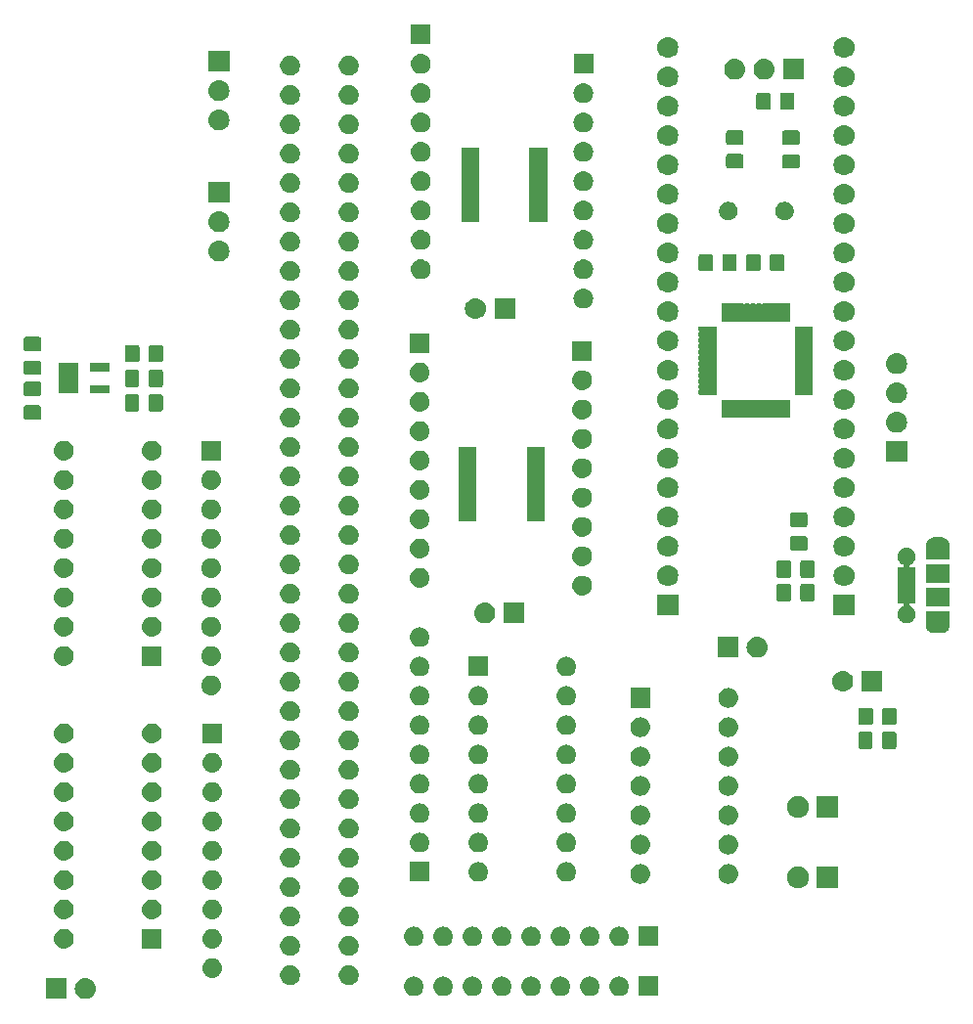
<source format=gbr>
G04 #@! TF.GenerationSoftware,KiCad,Pcbnew,(5.1.4)-1*
G04 #@! TF.CreationDate,2021-02-25T01:00:24-03:00*
G04 #@! TF.ProjectId,Flash,466c6173-682e-46b6-9963-61645f706362,rev?*
G04 #@! TF.SameCoordinates,Original*
G04 #@! TF.FileFunction,Soldermask,Top*
G04 #@! TF.FilePolarity,Negative*
%FSLAX46Y46*%
G04 Gerber Fmt 4.6, Leading zero omitted, Abs format (unit mm)*
G04 Created by KiCad (PCBNEW (5.1.4)-1) date 2021-02-25 01:00:24*
%MOMM*%
%LPD*%
G04 APERTURE LIST*
%ADD10C,0.100000*%
G04 APERTURE END LIST*
D10*
G36*
X87181643Y-103397919D02*
G01*
X87247827Y-103404437D01*
X87417666Y-103455957D01*
X87417668Y-103455958D01*
X87495928Y-103497789D01*
X87574191Y-103539622D01*
X87609929Y-103568952D01*
X87711386Y-103652214D01*
X87794648Y-103753671D01*
X87823978Y-103789409D01*
X87907643Y-103945934D01*
X87959163Y-104115773D01*
X87976559Y-104292400D01*
X87959163Y-104469027D01*
X87907643Y-104638866D01*
X87823978Y-104795391D01*
X87820027Y-104800205D01*
X87711386Y-104932586D01*
X87609929Y-105015848D01*
X87574191Y-105045178D01*
X87417666Y-105128843D01*
X87247827Y-105180363D01*
X87181643Y-105186881D01*
X87115460Y-105193400D01*
X87026940Y-105193400D01*
X86960757Y-105186881D01*
X86894573Y-105180363D01*
X86724734Y-105128843D01*
X86568209Y-105045178D01*
X86532471Y-105015848D01*
X86431014Y-104932586D01*
X86322373Y-104800205D01*
X86318422Y-104795391D01*
X86234757Y-104638866D01*
X86183237Y-104469027D01*
X86165841Y-104292400D01*
X86183237Y-104115773D01*
X86234757Y-103945934D01*
X86318422Y-103789409D01*
X86347752Y-103753671D01*
X86431014Y-103652214D01*
X86532471Y-103568952D01*
X86568209Y-103539622D01*
X86646472Y-103497789D01*
X86724732Y-103455958D01*
X86724734Y-103455957D01*
X86894573Y-103404437D01*
X86960758Y-103397918D01*
X87026940Y-103391400D01*
X87115460Y-103391400D01*
X87181643Y-103397919D01*
X87181643Y-103397919D01*
G37*
G36*
X85432200Y-105193400D02*
G01*
X83630200Y-105193400D01*
X83630200Y-103391400D01*
X85432200Y-103391400D01*
X85432200Y-105193400D01*
X85432200Y-105193400D01*
G37*
G36*
X123306023Y-103250513D02*
G01*
X123466442Y-103299176D01*
X123567300Y-103353086D01*
X123614278Y-103378196D01*
X123743859Y-103484541D01*
X123850204Y-103614122D01*
X123850205Y-103614124D01*
X123929224Y-103761958D01*
X123977887Y-103922377D01*
X123994317Y-104089200D01*
X123977887Y-104256023D01*
X123929224Y-104416442D01*
X123858314Y-104549106D01*
X123850204Y-104564278D01*
X123743859Y-104693859D01*
X123614278Y-104800204D01*
X123614276Y-104800205D01*
X123466442Y-104879224D01*
X123306023Y-104927887D01*
X123181004Y-104940200D01*
X123097396Y-104940200D01*
X122972377Y-104927887D01*
X122811958Y-104879224D01*
X122664124Y-104800205D01*
X122664122Y-104800204D01*
X122534541Y-104693859D01*
X122428196Y-104564278D01*
X122420086Y-104549106D01*
X122349176Y-104416442D01*
X122300513Y-104256023D01*
X122284083Y-104089200D01*
X122300513Y-103922377D01*
X122349176Y-103761958D01*
X122428195Y-103614124D01*
X122428196Y-103614122D01*
X122534541Y-103484541D01*
X122664122Y-103378196D01*
X122711100Y-103353086D01*
X122811958Y-103299176D01*
X122972377Y-103250513D01*
X123097396Y-103238200D01*
X123181004Y-103238200D01*
X123306023Y-103250513D01*
X123306023Y-103250513D01*
G37*
G36*
X125846023Y-103250513D02*
G01*
X126006442Y-103299176D01*
X126107300Y-103353086D01*
X126154278Y-103378196D01*
X126283859Y-103484541D01*
X126390204Y-103614122D01*
X126390205Y-103614124D01*
X126469224Y-103761958D01*
X126517887Y-103922377D01*
X126534317Y-104089200D01*
X126517887Y-104256023D01*
X126469224Y-104416442D01*
X126398314Y-104549106D01*
X126390204Y-104564278D01*
X126283859Y-104693859D01*
X126154278Y-104800204D01*
X126154276Y-104800205D01*
X126006442Y-104879224D01*
X125846023Y-104927887D01*
X125721004Y-104940200D01*
X125637396Y-104940200D01*
X125512377Y-104927887D01*
X125351958Y-104879224D01*
X125204124Y-104800205D01*
X125204122Y-104800204D01*
X125074541Y-104693859D01*
X124968196Y-104564278D01*
X124960086Y-104549106D01*
X124889176Y-104416442D01*
X124840513Y-104256023D01*
X124824083Y-104089200D01*
X124840513Y-103922377D01*
X124889176Y-103761958D01*
X124968195Y-103614124D01*
X124968196Y-103614122D01*
X125074541Y-103484541D01*
X125204122Y-103378196D01*
X125251100Y-103353086D01*
X125351958Y-103299176D01*
X125512377Y-103250513D01*
X125637396Y-103238200D01*
X125721004Y-103238200D01*
X125846023Y-103250513D01*
X125846023Y-103250513D01*
G37*
G36*
X136690200Y-104940200D02*
G01*
X134988200Y-104940200D01*
X134988200Y-103238200D01*
X136690200Y-103238200D01*
X136690200Y-104940200D01*
X136690200Y-104940200D01*
G37*
G36*
X133466023Y-103250513D02*
G01*
X133626442Y-103299176D01*
X133727300Y-103353086D01*
X133774278Y-103378196D01*
X133903859Y-103484541D01*
X134010204Y-103614122D01*
X134010205Y-103614124D01*
X134089224Y-103761958D01*
X134137887Y-103922377D01*
X134154317Y-104089200D01*
X134137887Y-104256023D01*
X134089224Y-104416442D01*
X134018314Y-104549106D01*
X134010204Y-104564278D01*
X133903859Y-104693859D01*
X133774278Y-104800204D01*
X133774276Y-104800205D01*
X133626442Y-104879224D01*
X133466023Y-104927887D01*
X133341004Y-104940200D01*
X133257396Y-104940200D01*
X133132377Y-104927887D01*
X132971958Y-104879224D01*
X132824124Y-104800205D01*
X132824122Y-104800204D01*
X132694541Y-104693859D01*
X132588196Y-104564278D01*
X132580086Y-104549106D01*
X132509176Y-104416442D01*
X132460513Y-104256023D01*
X132444083Y-104089200D01*
X132460513Y-103922377D01*
X132509176Y-103761958D01*
X132588195Y-103614124D01*
X132588196Y-103614122D01*
X132694541Y-103484541D01*
X132824122Y-103378196D01*
X132871100Y-103353086D01*
X132971958Y-103299176D01*
X133132377Y-103250513D01*
X133257396Y-103238200D01*
X133341004Y-103238200D01*
X133466023Y-103250513D01*
X133466023Y-103250513D01*
G37*
G36*
X130926023Y-103250513D02*
G01*
X131086442Y-103299176D01*
X131187300Y-103353086D01*
X131234278Y-103378196D01*
X131363859Y-103484541D01*
X131470204Y-103614122D01*
X131470205Y-103614124D01*
X131549224Y-103761958D01*
X131597887Y-103922377D01*
X131614317Y-104089200D01*
X131597887Y-104256023D01*
X131549224Y-104416442D01*
X131478314Y-104549106D01*
X131470204Y-104564278D01*
X131363859Y-104693859D01*
X131234278Y-104800204D01*
X131234276Y-104800205D01*
X131086442Y-104879224D01*
X130926023Y-104927887D01*
X130801004Y-104940200D01*
X130717396Y-104940200D01*
X130592377Y-104927887D01*
X130431958Y-104879224D01*
X130284124Y-104800205D01*
X130284122Y-104800204D01*
X130154541Y-104693859D01*
X130048196Y-104564278D01*
X130040086Y-104549106D01*
X129969176Y-104416442D01*
X129920513Y-104256023D01*
X129904083Y-104089200D01*
X129920513Y-103922377D01*
X129969176Y-103761958D01*
X130048195Y-103614124D01*
X130048196Y-103614122D01*
X130154541Y-103484541D01*
X130284122Y-103378196D01*
X130331100Y-103353086D01*
X130431958Y-103299176D01*
X130592377Y-103250513D01*
X130717396Y-103238200D01*
X130801004Y-103238200D01*
X130926023Y-103250513D01*
X130926023Y-103250513D01*
G37*
G36*
X115686023Y-103250513D02*
G01*
X115846442Y-103299176D01*
X115947300Y-103353086D01*
X115994278Y-103378196D01*
X116123859Y-103484541D01*
X116230204Y-103614122D01*
X116230205Y-103614124D01*
X116309224Y-103761958D01*
X116357887Y-103922377D01*
X116374317Y-104089200D01*
X116357887Y-104256023D01*
X116309224Y-104416442D01*
X116238314Y-104549106D01*
X116230204Y-104564278D01*
X116123859Y-104693859D01*
X115994278Y-104800204D01*
X115994276Y-104800205D01*
X115846442Y-104879224D01*
X115686023Y-104927887D01*
X115561004Y-104940200D01*
X115477396Y-104940200D01*
X115352377Y-104927887D01*
X115191958Y-104879224D01*
X115044124Y-104800205D01*
X115044122Y-104800204D01*
X114914541Y-104693859D01*
X114808196Y-104564278D01*
X114800086Y-104549106D01*
X114729176Y-104416442D01*
X114680513Y-104256023D01*
X114664083Y-104089200D01*
X114680513Y-103922377D01*
X114729176Y-103761958D01*
X114808195Y-103614124D01*
X114808196Y-103614122D01*
X114914541Y-103484541D01*
X115044122Y-103378196D01*
X115091100Y-103353086D01*
X115191958Y-103299176D01*
X115352377Y-103250513D01*
X115477396Y-103238200D01*
X115561004Y-103238200D01*
X115686023Y-103250513D01*
X115686023Y-103250513D01*
G37*
G36*
X128386023Y-103250513D02*
G01*
X128546442Y-103299176D01*
X128647300Y-103353086D01*
X128694278Y-103378196D01*
X128823859Y-103484541D01*
X128930204Y-103614122D01*
X128930205Y-103614124D01*
X129009224Y-103761958D01*
X129057887Y-103922377D01*
X129074317Y-104089200D01*
X129057887Y-104256023D01*
X129009224Y-104416442D01*
X128938314Y-104549106D01*
X128930204Y-104564278D01*
X128823859Y-104693859D01*
X128694278Y-104800204D01*
X128694276Y-104800205D01*
X128546442Y-104879224D01*
X128386023Y-104927887D01*
X128261004Y-104940200D01*
X128177396Y-104940200D01*
X128052377Y-104927887D01*
X127891958Y-104879224D01*
X127744124Y-104800205D01*
X127744122Y-104800204D01*
X127614541Y-104693859D01*
X127508196Y-104564278D01*
X127500086Y-104549106D01*
X127429176Y-104416442D01*
X127380513Y-104256023D01*
X127364083Y-104089200D01*
X127380513Y-103922377D01*
X127429176Y-103761958D01*
X127508195Y-103614124D01*
X127508196Y-103614122D01*
X127614541Y-103484541D01*
X127744122Y-103378196D01*
X127791100Y-103353086D01*
X127891958Y-103299176D01*
X128052377Y-103250513D01*
X128177396Y-103238200D01*
X128261004Y-103238200D01*
X128386023Y-103250513D01*
X128386023Y-103250513D01*
G37*
G36*
X120766023Y-103250513D02*
G01*
X120926442Y-103299176D01*
X121027300Y-103353086D01*
X121074278Y-103378196D01*
X121203859Y-103484541D01*
X121310204Y-103614122D01*
X121310205Y-103614124D01*
X121389224Y-103761958D01*
X121437887Y-103922377D01*
X121454317Y-104089200D01*
X121437887Y-104256023D01*
X121389224Y-104416442D01*
X121318314Y-104549106D01*
X121310204Y-104564278D01*
X121203859Y-104693859D01*
X121074278Y-104800204D01*
X121074276Y-104800205D01*
X120926442Y-104879224D01*
X120766023Y-104927887D01*
X120641004Y-104940200D01*
X120557396Y-104940200D01*
X120432377Y-104927887D01*
X120271958Y-104879224D01*
X120124124Y-104800205D01*
X120124122Y-104800204D01*
X119994541Y-104693859D01*
X119888196Y-104564278D01*
X119880086Y-104549106D01*
X119809176Y-104416442D01*
X119760513Y-104256023D01*
X119744083Y-104089200D01*
X119760513Y-103922377D01*
X119809176Y-103761958D01*
X119888195Y-103614124D01*
X119888196Y-103614122D01*
X119994541Y-103484541D01*
X120124122Y-103378196D01*
X120171100Y-103353086D01*
X120271958Y-103299176D01*
X120432377Y-103250513D01*
X120557396Y-103238200D01*
X120641004Y-103238200D01*
X120766023Y-103250513D01*
X120766023Y-103250513D01*
G37*
G36*
X118226023Y-103250513D02*
G01*
X118386442Y-103299176D01*
X118487300Y-103353086D01*
X118534278Y-103378196D01*
X118663859Y-103484541D01*
X118770204Y-103614122D01*
X118770205Y-103614124D01*
X118849224Y-103761958D01*
X118897887Y-103922377D01*
X118914317Y-104089200D01*
X118897887Y-104256023D01*
X118849224Y-104416442D01*
X118778314Y-104549106D01*
X118770204Y-104564278D01*
X118663859Y-104693859D01*
X118534278Y-104800204D01*
X118534276Y-104800205D01*
X118386442Y-104879224D01*
X118226023Y-104927887D01*
X118101004Y-104940200D01*
X118017396Y-104940200D01*
X117892377Y-104927887D01*
X117731958Y-104879224D01*
X117584124Y-104800205D01*
X117584122Y-104800204D01*
X117454541Y-104693859D01*
X117348196Y-104564278D01*
X117340086Y-104549106D01*
X117269176Y-104416442D01*
X117220513Y-104256023D01*
X117204083Y-104089200D01*
X117220513Y-103922377D01*
X117269176Y-103761958D01*
X117348195Y-103614124D01*
X117348196Y-103614122D01*
X117454541Y-103484541D01*
X117584122Y-103378196D01*
X117631100Y-103353086D01*
X117731958Y-103299176D01*
X117892377Y-103250513D01*
X118017396Y-103238200D01*
X118101004Y-103238200D01*
X118226023Y-103250513D01*
X118226023Y-103250513D01*
G37*
G36*
X105052303Y-102293587D02*
G01*
X105209468Y-102358687D01*
X105350913Y-102453198D01*
X105471202Y-102573487D01*
X105565713Y-102714932D01*
X105630813Y-102872097D01*
X105664000Y-103038943D01*
X105664000Y-103209057D01*
X105630813Y-103375903D01*
X105565713Y-103533068D01*
X105471202Y-103674513D01*
X105350913Y-103794802D01*
X105209468Y-103889313D01*
X105052303Y-103954413D01*
X104885457Y-103987600D01*
X104715343Y-103987600D01*
X104548497Y-103954413D01*
X104391332Y-103889313D01*
X104249887Y-103794802D01*
X104129598Y-103674513D01*
X104035087Y-103533068D01*
X103969987Y-103375903D01*
X103936800Y-103209057D01*
X103936800Y-103038943D01*
X103969987Y-102872097D01*
X104035087Y-102714932D01*
X104129598Y-102573487D01*
X104249887Y-102453198D01*
X104391332Y-102358687D01*
X104548497Y-102293587D01*
X104715343Y-102260400D01*
X104885457Y-102260400D01*
X105052303Y-102293587D01*
X105052303Y-102293587D01*
G37*
G36*
X110132303Y-102293587D02*
G01*
X110289468Y-102358687D01*
X110430913Y-102453198D01*
X110551202Y-102573487D01*
X110645713Y-102714932D01*
X110710813Y-102872097D01*
X110744000Y-103038943D01*
X110744000Y-103209057D01*
X110710813Y-103375903D01*
X110645713Y-103533068D01*
X110551202Y-103674513D01*
X110430913Y-103794802D01*
X110289468Y-103889313D01*
X110132303Y-103954413D01*
X109965457Y-103987600D01*
X109795343Y-103987600D01*
X109628497Y-103954413D01*
X109471332Y-103889313D01*
X109329887Y-103794802D01*
X109209598Y-103674513D01*
X109115087Y-103533068D01*
X109049987Y-103375903D01*
X109016800Y-103209057D01*
X109016800Y-103038943D01*
X109049987Y-102872097D01*
X109115087Y-102714932D01*
X109209598Y-102573487D01*
X109329887Y-102453198D01*
X109471332Y-102358687D01*
X109628497Y-102293587D01*
X109795343Y-102260400D01*
X109965457Y-102260400D01*
X110132303Y-102293587D01*
X110132303Y-102293587D01*
G37*
G36*
X98236223Y-101675713D02*
G01*
X98396642Y-101724376D01*
X98529306Y-101795286D01*
X98544478Y-101803396D01*
X98674059Y-101909741D01*
X98780404Y-102039322D01*
X98780405Y-102039324D01*
X98859424Y-102187158D01*
X98908087Y-102347577D01*
X98924517Y-102514400D01*
X98908087Y-102681223D01*
X98859424Y-102841642D01*
X98788514Y-102974306D01*
X98780404Y-102989478D01*
X98674059Y-103119059D01*
X98544478Y-103225404D01*
X98544476Y-103225405D01*
X98396642Y-103304424D01*
X98236223Y-103353087D01*
X98111204Y-103365400D01*
X98027596Y-103365400D01*
X97902577Y-103353087D01*
X97742158Y-103304424D01*
X97594324Y-103225405D01*
X97594322Y-103225404D01*
X97464741Y-103119059D01*
X97358396Y-102989478D01*
X97350286Y-102974306D01*
X97279376Y-102841642D01*
X97230713Y-102681223D01*
X97214283Y-102514400D01*
X97230713Y-102347577D01*
X97279376Y-102187158D01*
X97358395Y-102039324D01*
X97358396Y-102039322D01*
X97464741Y-101909741D01*
X97594322Y-101803396D01*
X97609494Y-101795286D01*
X97742158Y-101724376D01*
X97902577Y-101675713D01*
X98027596Y-101663400D01*
X98111204Y-101663400D01*
X98236223Y-101675713D01*
X98236223Y-101675713D01*
G37*
G36*
X105052303Y-99753587D02*
G01*
X105209468Y-99818687D01*
X105350913Y-99913198D01*
X105471202Y-100033487D01*
X105565713Y-100174932D01*
X105630813Y-100332097D01*
X105664000Y-100498943D01*
X105664000Y-100669057D01*
X105630813Y-100835903D01*
X105565713Y-100993068D01*
X105471202Y-101134513D01*
X105350913Y-101254802D01*
X105209468Y-101349313D01*
X105052303Y-101414413D01*
X104885457Y-101447600D01*
X104715343Y-101447600D01*
X104548497Y-101414413D01*
X104391332Y-101349313D01*
X104249887Y-101254802D01*
X104129598Y-101134513D01*
X104035087Y-100993068D01*
X103969987Y-100835903D01*
X103936800Y-100669057D01*
X103936800Y-100498943D01*
X103969987Y-100332097D01*
X104035087Y-100174932D01*
X104129598Y-100033487D01*
X104249887Y-99913198D01*
X104391332Y-99818687D01*
X104548497Y-99753587D01*
X104715343Y-99720400D01*
X104885457Y-99720400D01*
X105052303Y-99753587D01*
X105052303Y-99753587D01*
G37*
G36*
X110132303Y-99753587D02*
G01*
X110289468Y-99818687D01*
X110430913Y-99913198D01*
X110551202Y-100033487D01*
X110645713Y-100174932D01*
X110710813Y-100332097D01*
X110744000Y-100498943D01*
X110744000Y-100669057D01*
X110710813Y-100835903D01*
X110645713Y-100993068D01*
X110551202Y-101134513D01*
X110430913Y-101254802D01*
X110289468Y-101349313D01*
X110132303Y-101414413D01*
X109965457Y-101447600D01*
X109795343Y-101447600D01*
X109628497Y-101414413D01*
X109471332Y-101349313D01*
X109329887Y-101254802D01*
X109209598Y-101134513D01*
X109115087Y-100993068D01*
X109049987Y-100835903D01*
X109016800Y-100669057D01*
X109016800Y-100498943D01*
X109049987Y-100332097D01*
X109115087Y-100174932D01*
X109209598Y-100033487D01*
X109329887Y-99913198D01*
X109471332Y-99818687D01*
X109628497Y-99753587D01*
X109795343Y-99720400D01*
X109965457Y-99720400D01*
X110132303Y-99753587D01*
X110132303Y-99753587D01*
G37*
G36*
X98236223Y-99135713D02*
G01*
X98396642Y-99184376D01*
X98529306Y-99255286D01*
X98544478Y-99263396D01*
X98674059Y-99369741D01*
X98780404Y-99499322D01*
X98780405Y-99499324D01*
X98859424Y-99647158D01*
X98908087Y-99807577D01*
X98924517Y-99974400D01*
X98908087Y-100141223D01*
X98859424Y-100301642D01*
X98819754Y-100375859D01*
X98780404Y-100449478D01*
X98674059Y-100579059D01*
X98544478Y-100685404D01*
X98544476Y-100685405D01*
X98396642Y-100764424D01*
X98236223Y-100813087D01*
X98111204Y-100825400D01*
X98027596Y-100825400D01*
X97902577Y-100813087D01*
X97742158Y-100764424D01*
X97594324Y-100685405D01*
X97594322Y-100685404D01*
X97464741Y-100579059D01*
X97358396Y-100449478D01*
X97319046Y-100375859D01*
X97279376Y-100301642D01*
X97230713Y-100141223D01*
X97214283Y-99974400D01*
X97230713Y-99807577D01*
X97279376Y-99647158D01*
X97358395Y-99499324D01*
X97358396Y-99499322D01*
X97464741Y-99369741D01*
X97594322Y-99263396D01*
X97609494Y-99255286D01*
X97742158Y-99184376D01*
X97902577Y-99135713D01*
X98027596Y-99123400D01*
X98111204Y-99123400D01*
X98236223Y-99135713D01*
X98236223Y-99135713D01*
G37*
G36*
X85383823Y-99135713D02*
G01*
X85544242Y-99184376D01*
X85676906Y-99255286D01*
X85692078Y-99263396D01*
X85821659Y-99369741D01*
X85928004Y-99499322D01*
X85928005Y-99499324D01*
X86007024Y-99647158D01*
X86055687Y-99807577D01*
X86072117Y-99974400D01*
X86055687Y-100141223D01*
X86007024Y-100301642D01*
X85967354Y-100375859D01*
X85928004Y-100449478D01*
X85821659Y-100579059D01*
X85692078Y-100685404D01*
X85692076Y-100685405D01*
X85544242Y-100764424D01*
X85383823Y-100813087D01*
X85258804Y-100825400D01*
X85175196Y-100825400D01*
X85050177Y-100813087D01*
X84889758Y-100764424D01*
X84741924Y-100685405D01*
X84741922Y-100685404D01*
X84612341Y-100579059D01*
X84505996Y-100449478D01*
X84466646Y-100375859D01*
X84426976Y-100301642D01*
X84378313Y-100141223D01*
X84361883Y-99974400D01*
X84378313Y-99807577D01*
X84426976Y-99647158D01*
X84505995Y-99499324D01*
X84505996Y-99499322D01*
X84612341Y-99369741D01*
X84741922Y-99263396D01*
X84757094Y-99255286D01*
X84889758Y-99184376D01*
X85050177Y-99135713D01*
X85175196Y-99123400D01*
X85258804Y-99123400D01*
X85383823Y-99135713D01*
X85383823Y-99135713D01*
G37*
G36*
X93688000Y-100825400D02*
G01*
X91986000Y-100825400D01*
X91986000Y-99123400D01*
X93688000Y-99123400D01*
X93688000Y-100825400D01*
X93688000Y-100825400D01*
G37*
G36*
X115686023Y-98932513D02*
G01*
X115846442Y-98981176D01*
X115979106Y-99052086D01*
X115994278Y-99060196D01*
X116123859Y-99166541D01*
X116230204Y-99296122D01*
X116230205Y-99296124D01*
X116309224Y-99443958D01*
X116357887Y-99604377D01*
X116374317Y-99771200D01*
X116357887Y-99938023D01*
X116309224Y-100098442D01*
X116238314Y-100231106D01*
X116230204Y-100246278D01*
X116123859Y-100375859D01*
X115994278Y-100482204D01*
X115994276Y-100482205D01*
X115846442Y-100561224D01*
X115686023Y-100609887D01*
X115561004Y-100622200D01*
X115477396Y-100622200D01*
X115352377Y-100609887D01*
X115191958Y-100561224D01*
X115044124Y-100482205D01*
X115044122Y-100482204D01*
X114914541Y-100375859D01*
X114808196Y-100246278D01*
X114800086Y-100231106D01*
X114729176Y-100098442D01*
X114680513Y-99938023D01*
X114664083Y-99771200D01*
X114680513Y-99604377D01*
X114729176Y-99443958D01*
X114808195Y-99296124D01*
X114808196Y-99296122D01*
X114914541Y-99166541D01*
X115044122Y-99060196D01*
X115059294Y-99052086D01*
X115191958Y-98981176D01*
X115352377Y-98932513D01*
X115477396Y-98920200D01*
X115561004Y-98920200D01*
X115686023Y-98932513D01*
X115686023Y-98932513D01*
G37*
G36*
X118226023Y-98932513D02*
G01*
X118386442Y-98981176D01*
X118519106Y-99052086D01*
X118534278Y-99060196D01*
X118663859Y-99166541D01*
X118770204Y-99296122D01*
X118770205Y-99296124D01*
X118849224Y-99443958D01*
X118897887Y-99604377D01*
X118914317Y-99771200D01*
X118897887Y-99938023D01*
X118849224Y-100098442D01*
X118778314Y-100231106D01*
X118770204Y-100246278D01*
X118663859Y-100375859D01*
X118534278Y-100482204D01*
X118534276Y-100482205D01*
X118386442Y-100561224D01*
X118226023Y-100609887D01*
X118101004Y-100622200D01*
X118017396Y-100622200D01*
X117892377Y-100609887D01*
X117731958Y-100561224D01*
X117584124Y-100482205D01*
X117584122Y-100482204D01*
X117454541Y-100375859D01*
X117348196Y-100246278D01*
X117340086Y-100231106D01*
X117269176Y-100098442D01*
X117220513Y-99938023D01*
X117204083Y-99771200D01*
X117220513Y-99604377D01*
X117269176Y-99443958D01*
X117348195Y-99296124D01*
X117348196Y-99296122D01*
X117454541Y-99166541D01*
X117584122Y-99060196D01*
X117599294Y-99052086D01*
X117731958Y-98981176D01*
X117892377Y-98932513D01*
X118017396Y-98920200D01*
X118101004Y-98920200D01*
X118226023Y-98932513D01*
X118226023Y-98932513D01*
G37*
G36*
X123306023Y-98932513D02*
G01*
X123466442Y-98981176D01*
X123599106Y-99052086D01*
X123614278Y-99060196D01*
X123743859Y-99166541D01*
X123850204Y-99296122D01*
X123850205Y-99296124D01*
X123929224Y-99443958D01*
X123977887Y-99604377D01*
X123994317Y-99771200D01*
X123977887Y-99938023D01*
X123929224Y-100098442D01*
X123858314Y-100231106D01*
X123850204Y-100246278D01*
X123743859Y-100375859D01*
X123614278Y-100482204D01*
X123614276Y-100482205D01*
X123466442Y-100561224D01*
X123306023Y-100609887D01*
X123181004Y-100622200D01*
X123097396Y-100622200D01*
X122972377Y-100609887D01*
X122811958Y-100561224D01*
X122664124Y-100482205D01*
X122664122Y-100482204D01*
X122534541Y-100375859D01*
X122428196Y-100246278D01*
X122420086Y-100231106D01*
X122349176Y-100098442D01*
X122300513Y-99938023D01*
X122284083Y-99771200D01*
X122300513Y-99604377D01*
X122349176Y-99443958D01*
X122428195Y-99296124D01*
X122428196Y-99296122D01*
X122534541Y-99166541D01*
X122664122Y-99060196D01*
X122679294Y-99052086D01*
X122811958Y-98981176D01*
X122972377Y-98932513D01*
X123097396Y-98920200D01*
X123181004Y-98920200D01*
X123306023Y-98932513D01*
X123306023Y-98932513D01*
G37*
G36*
X125846023Y-98932513D02*
G01*
X126006442Y-98981176D01*
X126139106Y-99052086D01*
X126154278Y-99060196D01*
X126283859Y-99166541D01*
X126390204Y-99296122D01*
X126390205Y-99296124D01*
X126469224Y-99443958D01*
X126517887Y-99604377D01*
X126534317Y-99771200D01*
X126517887Y-99938023D01*
X126469224Y-100098442D01*
X126398314Y-100231106D01*
X126390204Y-100246278D01*
X126283859Y-100375859D01*
X126154278Y-100482204D01*
X126154276Y-100482205D01*
X126006442Y-100561224D01*
X125846023Y-100609887D01*
X125721004Y-100622200D01*
X125637396Y-100622200D01*
X125512377Y-100609887D01*
X125351958Y-100561224D01*
X125204124Y-100482205D01*
X125204122Y-100482204D01*
X125074541Y-100375859D01*
X124968196Y-100246278D01*
X124960086Y-100231106D01*
X124889176Y-100098442D01*
X124840513Y-99938023D01*
X124824083Y-99771200D01*
X124840513Y-99604377D01*
X124889176Y-99443958D01*
X124968195Y-99296124D01*
X124968196Y-99296122D01*
X125074541Y-99166541D01*
X125204122Y-99060196D01*
X125219294Y-99052086D01*
X125351958Y-98981176D01*
X125512377Y-98932513D01*
X125637396Y-98920200D01*
X125721004Y-98920200D01*
X125846023Y-98932513D01*
X125846023Y-98932513D01*
G37*
G36*
X128386023Y-98932513D02*
G01*
X128546442Y-98981176D01*
X128679106Y-99052086D01*
X128694278Y-99060196D01*
X128823859Y-99166541D01*
X128930204Y-99296122D01*
X128930205Y-99296124D01*
X129009224Y-99443958D01*
X129057887Y-99604377D01*
X129074317Y-99771200D01*
X129057887Y-99938023D01*
X129009224Y-100098442D01*
X128938314Y-100231106D01*
X128930204Y-100246278D01*
X128823859Y-100375859D01*
X128694278Y-100482204D01*
X128694276Y-100482205D01*
X128546442Y-100561224D01*
X128386023Y-100609887D01*
X128261004Y-100622200D01*
X128177396Y-100622200D01*
X128052377Y-100609887D01*
X127891958Y-100561224D01*
X127744124Y-100482205D01*
X127744122Y-100482204D01*
X127614541Y-100375859D01*
X127508196Y-100246278D01*
X127500086Y-100231106D01*
X127429176Y-100098442D01*
X127380513Y-99938023D01*
X127364083Y-99771200D01*
X127380513Y-99604377D01*
X127429176Y-99443958D01*
X127508195Y-99296124D01*
X127508196Y-99296122D01*
X127614541Y-99166541D01*
X127744122Y-99060196D01*
X127759294Y-99052086D01*
X127891958Y-98981176D01*
X128052377Y-98932513D01*
X128177396Y-98920200D01*
X128261004Y-98920200D01*
X128386023Y-98932513D01*
X128386023Y-98932513D01*
G37*
G36*
X130926023Y-98932513D02*
G01*
X131086442Y-98981176D01*
X131219106Y-99052086D01*
X131234278Y-99060196D01*
X131363859Y-99166541D01*
X131470204Y-99296122D01*
X131470205Y-99296124D01*
X131549224Y-99443958D01*
X131597887Y-99604377D01*
X131614317Y-99771200D01*
X131597887Y-99938023D01*
X131549224Y-100098442D01*
X131478314Y-100231106D01*
X131470204Y-100246278D01*
X131363859Y-100375859D01*
X131234278Y-100482204D01*
X131234276Y-100482205D01*
X131086442Y-100561224D01*
X130926023Y-100609887D01*
X130801004Y-100622200D01*
X130717396Y-100622200D01*
X130592377Y-100609887D01*
X130431958Y-100561224D01*
X130284124Y-100482205D01*
X130284122Y-100482204D01*
X130154541Y-100375859D01*
X130048196Y-100246278D01*
X130040086Y-100231106D01*
X129969176Y-100098442D01*
X129920513Y-99938023D01*
X129904083Y-99771200D01*
X129920513Y-99604377D01*
X129969176Y-99443958D01*
X130048195Y-99296124D01*
X130048196Y-99296122D01*
X130154541Y-99166541D01*
X130284122Y-99060196D01*
X130299294Y-99052086D01*
X130431958Y-98981176D01*
X130592377Y-98932513D01*
X130717396Y-98920200D01*
X130801004Y-98920200D01*
X130926023Y-98932513D01*
X130926023Y-98932513D01*
G37*
G36*
X133466023Y-98932513D02*
G01*
X133626442Y-98981176D01*
X133759106Y-99052086D01*
X133774278Y-99060196D01*
X133903859Y-99166541D01*
X134010204Y-99296122D01*
X134010205Y-99296124D01*
X134089224Y-99443958D01*
X134137887Y-99604377D01*
X134154317Y-99771200D01*
X134137887Y-99938023D01*
X134089224Y-100098442D01*
X134018314Y-100231106D01*
X134010204Y-100246278D01*
X133903859Y-100375859D01*
X133774278Y-100482204D01*
X133774276Y-100482205D01*
X133626442Y-100561224D01*
X133466023Y-100609887D01*
X133341004Y-100622200D01*
X133257396Y-100622200D01*
X133132377Y-100609887D01*
X132971958Y-100561224D01*
X132824124Y-100482205D01*
X132824122Y-100482204D01*
X132694541Y-100375859D01*
X132588196Y-100246278D01*
X132580086Y-100231106D01*
X132509176Y-100098442D01*
X132460513Y-99938023D01*
X132444083Y-99771200D01*
X132460513Y-99604377D01*
X132509176Y-99443958D01*
X132588195Y-99296124D01*
X132588196Y-99296122D01*
X132694541Y-99166541D01*
X132824122Y-99060196D01*
X132839294Y-99052086D01*
X132971958Y-98981176D01*
X133132377Y-98932513D01*
X133257396Y-98920200D01*
X133341004Y-98920200D01*
X133466023Y-98932513D01*
X133466023Y-98932513D01*
G37*
G36*
X136690200Y-100622200D02*
G01*
X134988200Y-100622200D01*
X134988200Y-98920200D01*
X136690200Y-98920200D01*
X136690200Y-100622200D01*
X136690200Y-100622200D01*
G37*
G36*
X120766023Y-98932513D02*
G01*
X120926442Y-98981176D01*
X121059106Y-99052086D01*
X121074278Y-99060196D01*
X121203859Y-99166541D01*
X121310204Y-99296122D01*
X121310205Y-99296124D01*
X121389224Y-99443958D01*
X121437887Y-99604377D01*
X121454317Y-99771200D01*
X121437887Y-99938023D01*
X121389224Y-100098442D01*
X121318314Y-100231106D01*
X121310204Y-100246278D01*
X121203859Y-100375859D01*
X121074278Y-100482204D01*
X121074276Y-100482205D01*
X120926442Y-100561224D01*
X120766023Y-100609887D01*
X120641004Y-100622200D01*
X120557396Y-100622200D01*
X120432377Y-100609887D01*
X120271958Y-100561224D01*
X120124124Y-100482205D01*
X120124122Y-100482204D01*
X119994541Y-100375859D01*
X119888196Y-100246278D01*
X119880086Y-100231106D01*
X119809176Y-100098442D01*
X119760513Y-99938023D01*
X119744083Y-99771200D01*
X119760513Y-99604377D01*
X119809176Y-99443958D01*
X119888195Y-99296124D01*
X119888196Y-99296122D01*
X119994541Y-99166541D01*
X120124122Y-99060196D01*
X120139294Y-99052086D01*
X120271958Y-98981176D01*
X120432377Y-98932513D01*
X120557396Y-98920200D01*
X120641004Y-98920200D01*
X120766023Y-98932513D01*
X120766023Y-98932513D01*
G37*
G36*
X110132303Y-97213587D02*
G01*
X110289468Y-97278687D01*
X110430913Y-97373198D01*
X110551202Y-97493487D01*
X110645713Y-97634932D01*
X110710813Y-97792097D01*
X110744000Y-97958943D01*
X110744000Y-98129057D01*
X110710813Y-98295903D01*
X110645713Y-98453068D01*
X110551202Y-98594513D01*
X110430913Y-98714802D01*
X110289468Y-98809313D01*
X110132303Y-98874413D01*
X109965457Y-98907600D01*
X109795343Y-98907600D01*
X109628497Y-98874413D01*
X109471332Y-98809313D01*
X109329887Y-98714802D01*
X109209598Y-98594513D01*
X109115087Y-98453068D01*
X109049987Y-98295903D01*
X109016800Y-98129057D01*
X109016800Y-97958943D01*
X109049987Y-97792097D01*
X109115087Y-97634932D01*
X109209598Y-97493487D01*
X109329887Y-97373198D01*
X109471332Y-97278687D01*
X109628497Y-97213587D01*
X109795343Y-97180400D01*
X109965457Y-97180400D01*
X110132303Y-97213587D01*
X110132303Y-97213587D01*
G37*
G36*
X105052303Y-97213587D02*
G01*
X105209468Y-97278687D01*
X105350913Y-97373198D01*
X105471202Y-97493487D01*
X105565713Y-97634932D01*
X105630813Y-97792097D01*
X105664000Y-97958943D01*
X105664000Y-98129057D01*
X105630813Y-98295903D01*
X105565713Y-98453068D01*
X105471202Y-98594513D01*
X105350913Y-98714802D01*
X105209468Y-98809313D01*
X105052303Y-98874413D01*
X104885457Y-98907600D01*
X104715343Y-98907600D01*
X104548497Y-98874413D01*
X104391332Y-98809313D01*
X104249887Y-98714802D01*
X104129598Y-98594513D01*
X104035087Y-98453068D01*
X103969987Y-98295903D01*
X103936800Y-98129057D01*
X103936800Y-97958943D01*
X103969987Y-97792097D01*
X104035087Y-97634932D01*
X104129598Y-97493487D01*
X104249887Y-97373198D01*
X104391332Y-97278687D01*
X104548497Y-97213587D01*
X104715343Y-97180400D01*
X104885457Y-97180400D01*
X105052303Y-97213587D01*
X105052303Y-97213587D01*
G37*
G36*
X98236223Y-96595713D02*
G01*
X98396642Y-96644376D01*
X98529306Y-96715286D01*
X98544478Y-96723396D01*
X98674059Y-96829741D01*
X98780404Y-96959322D01*
X98780405Y-96959324D01*
X98859424Y-97107158D01*
X98908087Y-97267577D01*
X98924517Y-97434400D01*
X98908087Y-97601223D01*
X98859424Y-97761642D01*
X98788514Y-97894306D01*
X98780404Y-97909478D01*
X98674059Y-98039059D01*
X98544478Y-98145404D01*
X98544476Y-98145405D01*
X98396642Y-98224424D01*
X98236223Y-98273087D01*
X98111204Y-98285400D01*
X98027596Y-98285400D01*
X97902577Y-98273087D01*
X97742158Y-98224424D01*
X97594324Y-98145405D01*
X97594322Y-98145404D01*
X97464741Y-98039059D01*
X97358396Y-97909478D01*
X97350286Y-97894306D01*
X97279376Y-97761642D01*
X97230713Y-97601223D01*
X97214283Y-97434400D01*
X97230713Y-97267577D01*
X97279376Y-97107158D01*
X97358395Y-96959324D01*
X97358396Y-96959322D01*
X97464741Y-96829741D01*
X97594322Y-96723396D01*
X97609494Y-96715286D01*
X97742158Y-96644376D01*
X97902577Y-96595713D01*
X98027596Y-96583400D01*
X98111204Y-96583400D01*
X98236223Y-96595713D01*
X98236223Y-96595713D01*
G37*
G36*
X93003823Y-96595713D02*
G01*
X93164242Y-96644376D01*
X93296906Y-96715286D01*
X93312078Y-96723396D01*
X93441659Y-96829741D01*
X93548004Y-96959322D01*
X93548005Y-96959324D01*
X93627024Y-97107158D01*
X93675687Y-97267577D01*
X93692117Y-97434400D01*
X93675687Y-97601223D01*
X93627024Y-97761642D01*
X93556114Y-97894306D01*
X93548004Y-97909478D01*
X93441659Y-98039059D01*
X93312078Y-98145404D01*
X93312076Y-98145405D01*
X93164242Y-98224424D01*
X93003823Y-98273087D01*
X92878804Y-98285400D01*
X92795196Y-98285400D01*
X92670177Y-98273087D01*
X92509758Y-98224424D01*
X92361924Y-98145405D01*
X92361922Y-98145404D01*
X92232341Y-98039059D01*
X92125996Y-97909478D01*
X92117886Y-97894306D01*
X92046976Y-97761642D01*
X91998313Y-97601223D01*
X91981883Y-97434400D01*
X91998313Y-97267577D01*
X92046976Y-97107158D01*
X92125995Y-96959324D01*
X92125996Y-96959322D01*
X92232341Y-96829741D01*
X92361922Y-96723396D01*
X92377094Y-96715286D01*
X92509758Y-96644376D01*
X92670177Y-96595713D01*
X92795196Y-96583400D01*
X92878804Y-96583400D01*
X93003823Y-96595713D01*
X93003823Y-96595713D01*
G37*
G36*
X85383823Y-96595713D02*
G01*
X85544242Y-96644376D01*
X85676906Y-96715286D01*
X85692078Y-96723396D01*
X85821659Y-96829741D01*
X85928004Y-96959322D01*
X85928005Y-96959324D01*
X86007024Y-97107158D01*
X86055687Y-97267577D01*
X86072117Y-97434400D01*
X86055687Y-97601223D01*
X86007024Y-97761642D01*
X85936114Y-97894306D01*
X85928004Y-97909478D01*
X85821659Y-98039059D01*
X85692078Y-98145404D01*
X85692076Y-98145405D01*
X85544242Y-98224424D01*
X85383823Y-98273087D01*
X85258804Y-98285400D01*
X85175196Y-98285400D01*
X85050177Y-98273087D01*
X84889758Y-98224424D01*
X84741924Y-98145405D01*
X84741922Y-98145404D01*
X84612341Y-98039059D01*
X84505996Y-97909478D01*
X84497886Y-97894306D01*
X84426976Y-97761642D01*
X84378313Y-97601223D01*
X84361883Y-97434400D01*
X84378313Y-97267577D01*
X84426976Y-97107158D01*
X84505995Y-96959324D01*
X84505996Y-96959322D01*
X84612341Y-96829741D01*
X84741922Y-96723396D01*
X84757094Y-96715286D01*
X84889758Y-96644376D01*
X85050177Y-96595713D01*
X85175196Y-96583400D01*
X85258804Y-96583400D01*
X85383823Y-96595713D01*
X85383823Y-96595713D01*
G37*
G36*
X110132303Y-94673587D02*
G01*
X110289468Y-94738687D01*
X110430913Y-94833198D01*
X110551202Y-94953487D01*
X110645713Y-95094932D01*
X110710813Y-95252097D01*
X110744000Y-95418943D01*
X110744000Y-95589057D01*
X110710813Y-95755903D01*
X110645713Y-95913068D01*
X110551202Y-96054513D01*
X110430913Y-96174802D01*
X110289468Y-96269313D01*
X110132303Y-96334413D01*
X109965457Y-96367600D01*
X109795343Y-96367600D01*
X109628497Y-96334413D01*
X109471332Y-96269313D01*
X109329887Y-96174802D01*
X109209598Y-96054513D01*
X109115087Y-95913068D01*
X109049987Y-95755903D01*
X109016800Y-95589057D01*
X109016800Y-95418943D01*
X109049987Y-95252097D01*
X109115087Y-95094932D01*
X109209598Y-94953487D01*
X109329887Y-94833198D01*
X109471332Y-94738687D01*
X109628497Y-94673587D01*
X109795343Y-94640400D01*
X109965457Y-94640400D01*
X110132303Y-94673587D01*
X110132303Y-94673587D01*
G37*
G36*
X105052303Y-94673587D02*
G01*
X105209468Y-94738687D01*
X105350913Y-94833198D01*
X105471202Y-94953487D01*
X105565713Y-95094932D01*
X105630813Y-95252097D01*
X105664000Y-95418943D01*
X105664000Y-95589057D01*
X105630813Y-95755903D01*
X105565713Y-95913068D01*
X105471202Y-96054513D01*
X105350913Y-96174802D01*
X105209468Y-96269313D01*
X105052303Y-96334413D01*
X104885457Y-96367600D01*
X104715343Y-96367600D01*
X104548497Y-96334413D01*
X104391332Y-96269313D01*
X104249887Y-96174802D01*
X104129598Y-96054513D01*
X104035087Y-95913068D01*
X103969987Y-95755903D01*
X103936800Y-95589057D01*
X103936800Y-95418943D01*
X103969987Y-95252097D01*
X104035087Y-95094932D01*
X104129598Y-94953487D01*
X104249887Y-94833198D01*
X104391332Y-94738687D01*
X104548497Y-94673587D01*
X104715343Y-94640400D01*
X104885457Y-94640400D01*
X105052303Y-94673587D01*
X105052303Y-94673587D01*
G37*
G36*
X98236223Y-94055713D02*
G01*
X98396642Y-94104376D01*
X98529306Y-94175286D01*
X98544478Y-94183396D01*
X98674059Y-94289741D01*
X98780404Y-94419322D01*
X98780405Y-94419324D01*
X98859424Y-94567158D01*
X98908087Y-94727577D01*
X98924517Y-94894400D01*
X98908087Y-95061223D01*
X98859424Y-95221642D01*
X98788514Y-95354306D01*
X98780404Y-95369478D01*
X98674059Y-95499059D01*
X98544478Y-95605404D01*
X98544476Y-95605405D01*
X98396642Y-95684424D01*
X98236223Y-95733087D01*
X98111204Y-95745400D01*
X98027596Y-95745400D01*
X97902577Y-95733087D01*
X97742158Y-95684424D01*
X97594324Y-95605405D01*
X97594322Y-95605404D01*
X97464741Y-95499059D01*
X97358396Y-95369478D01*
X97350286Y-95354306D01*
X97279376Y-95221642D01*
X97230713Y-95061223D01*
X97214283Y-94894400D01*
X97230713Y-94727577D01*
X97279376Y-94567158D01*
X97358395Y-94419324D01*
X97358396Y-94419322D01*
X97464741Y-94289741D01*
X97594322Y-94183396D01*
X97609494Y-94175286D01*
X97742158Y-94104376D01*
X97902577Y-94055713D01*
X98027596Y-94043400D01*
X98111204Y-94043400D01*
X98236223Y-94055713D01*
X98236223Y-94055713D01*
G37*
G36*
X93003823Y-94055713D02*
G01*
X93164242Y-94104376D01*
X93296906Y-94175286D01*
X93312078Y-94183396D01*
X93441659Y-94289741D01*
X93548004Y-94419322D01*
X93548005Y-94419324D01*
X93627024Y-94567158D01*
X93675687Y-94727577D01*
X93692117Y-94894400D01*
X93675687Y-95061223D01*
X93627024Y-95221642D01*
X93556114Y-95354306D01*
X93548004Y-95369478D01*
X93441659Y-95499059D01*
X93312078Y-95605404D01*
X93312076Y-95605405D01*
X93164242Y-95684424D01*
X93003823Y-95733087D01*
X92878804Y-95745400D01*
X92795196Y-95745400D01*
X92670177Y-95733087D01*
X92509758Y-95684424D01*
X92361924Y-95605405D01*
X92361922Y-95605404D01*
X92232341Y-95499059D01*
X92125996Y-95369478D01*
X92117886Y-95354306D01*
X92046976Y-95221642D01*
X91998313Y-95061223D01*
X91981883Y-94894400D01*
X91998313Y-94727577D01*
X92046976Y-94567158D01*
X92125995Y-94419324D01*
X92125996Y-94419322D01*
X92232341Y-94289741D01*
X92361922Y-94183396D01*
X92377094Y-94175286D01*
X92509758Y-94104376D01*
X92670177Y-94055713D01*
X92795196Y-94043400D01*
X92878804Y-94043400D01*
X93003823Y-94055713D01*
X93003823Y-94055713D01*
G37*
G36*
X85383823Y-94055713D02*
G01*
X85544242Y-94104376D01*
X85676906Y-94175286D01*
X85692078Y-94183396D01*
X85821659Y-94289741D01*
X85928004Y-94419322D01*
X85928005Y-94419324D01*
X86007024Y-94567158D01*
X86055687Y-94727577D01*
X86072117Y-94894400D01*
X86055687Y-95061223D01*
X86007024Y-95221642D01*
X85936114Y-95354306D01*
X85928004Y-95369478D01*
X85821659Y-95499059D01*
X85692078Y-95605404D01*
X85692076Y-95605405D01*
X85544242Y-95684424D01*
X85383823Y-95733087D01*
X85258804Y-95745400D01*
X85175196Y-95745400D01*
X85050177Y-95733087D01*
X84889758Y-95684424D01*
X84741924Y-95605405D01*
X84741922Y-95605404D01*
X84612341Y-95499059D01*
X84505996Y-95369478D01*
X84497886Y-95354306D01*
X84426976Y-95221642D01*
X84378313Y-95061223D01*
X84361883Y-94894400D01*
X84378313Y-94727577D01*
X84426976Y-94567158D01*
X84505995Y-94419324D01*
X84505996Y-94419322D01*
X84612341Y-94289741D01*
X84741922Y-94183396D01*
X84757094Y-94175286D01*
X84889758Y-94104376D01*
X85050177Y-94055713D01*
X85175196Y-94043400D01*
X85258804Y-94043400D01*
X85383823Y-94055713D01*
X85383823Y-94055713D01*
G37*
G36*
X152284200Y-95591400D02*
G01*
X150382200Y-95591400D01*
X150382200Y-93689400D01*
X152284200Y-93689400D01*
X152284200Y-95591400D01*
X152284200Y-95591400D01*
G37*
G36*
X149070595Y-93725946D02*
G01*
X149243666Y-93797634D01*
X149243667Y-93797635D01*
X149399427Y-93901710D01*
X149531890Y-94034173D01*
X149531891Y-94034175D01*
X149635966Y-94189934D01*
X149707654Y-94363005D01*
X149744200Y-94546733D01*
X149744200Y-94734067D01*
X149707654Y-94917795D01*
X149635966Y-95090866D01*
X149595770Y-95151024D01*
X149531890Y-95246627D01*
X149399427Y-95379090D01*
X149339782Y-95418943D01*
X149243666Y-95483166D01*
X149070595Y-95554854D01*
X148886867Y-95591400D01*
X148699533Y-95591400D01*
X148515805Y-95554854D01*
X148342734Y-95483166D01*
X148246618Y-95418943D01*
X148186973Y-95379090D01*
X148054510Y-95246627D01*
X147990630Y-95151024D01*
X147950434Y-95090866D01*
X147878746Y-94917795D01*
X147842200Y-94734067D01*
X147842200Y-94546733D01*
X147878746Y-94363005D01*
X147950434Y-94189934D01*
X148054509Y-94034175D01*
X148054510Y-94034173D01*
X148186973Y-93901710D01*
X148342733Y-93797635D01*
X148342734Y-93797634D01*
X148515805Y-93725946D01*
X148699533Y-93689400D01*
X148886867Y-93689400D01*
X149070595Y-93725946D01*
X149070595Y-93725946D01*
G37*
G36*
X135294823Y-93522313D02*
G01*
X135455242Y-93570976D01*
X135574652Y-93634802D01*
X135603078Y-93649996D01*
X135732659Y-93756341D01*
X135839004Y-93885922D01*
X135839005Y-93885924D01*
X135918024Y-94033758D01*
X135918025Y-94033761D01*
X135920949Y-94043400D01*
X135966687Y-94194177D01*
X135983117Y-94361000D01*
X135966687Y-94527823D01*
X135918024Y-94688242D01*
X135847114Y-94820906D01*
X135839004Y-94836078D01*
X135732659Y-94965659D01*
X135603078Y-95072004D01*
X135603076Y-95072005D01*
X135455242Y-95151024D01*
X135294823Y-95199687D01*
X135169804Y-95212000D01*
X135086196Y-95212000D01*
X134961177Y-95199687D01*
X134800758Y-95151024D01*
X134652924Y-95072005D01*
X134652922Y-95072004D01*
X134523341Y-94965659D01*
X134416996Y-94836078D01*
X134408886Y-94820906D01*
X134337976Y-94688242D01*
X134289313Y-94527823D01*
X134272883Y-94361000D01*
X134289313Y-94194177D01*
X134335051Y-94043400D01*
X134337975Y-94033761D01*
X134337976Y-94033758D01*
X134416995Y-93885924D01*
X134416996Y-93885922D01*
X134523341Y-93756341D01*
X134652922Y-93649996D01*
X134681348Y-93634802D01*
X134800758Y-93570976D01*
X134961177Y-93522313D01*
X135086196Y-93510000D01*
X135169804Y-93510000D01*
X135294823Y-93522313D01*
X135294823Y-93522313D01*
G37*
G36*
X142914823Y-93522313D02*
G01*
X143075242Y-93570976D01*
X143194652Y-93634802D01*
X143223078Y-93649996D01*
X143352659Y-93756341D01*
X143459004Y-93885922D01*
X143459005Y-93885924D01*
X143538024Y-94033758D01*
X143538025Y-94033761D01*
X143540949Y-94043400D01*
X143586687Y-94194177D01*
X143603117Y-94361000D01*
X143586687Y-94527823D01*
X143538024Y-94688242D01*
X143467114Y-94820906D01*
X143459004Y-94836078D01*
X143352659Y-94965659D01*
X143223078Y-95072004D01*
X143223076Y-95072005D01*
X143075242Y-95151024D01*
X142914823Y-95199687D01*
X142789804Y-95212000D01*
X142706196Y-95212000D01*
X142581177Y-95199687D01*
X142420758Y-95151024D01*
X142272924Y-95072005D01*
X142272922Y-95072004D01*
X142143341Y-94965659D01*
X142036996Y-94836078D01*
X142028886Y-94820906D01*
X141957976Y-94688242D01*
X141909313Y-94527823D01*
X141892883Y-94361000D01*
X141909313Y-94194177D01*
X141955051Y-94043400D01*
X141957975Y-94033761D01*
X141957976Y-94033758D01*
X142036995Y-93885924D01*
X142036996Y-93885922D01*
X142143341Y-93756341D01*
X142272922Y-93649996D01*
X142301348Y-93634802D01*
X142420758Y-93570976D01*
X142581177Y-93522313D01*
X142706196Y-93510000D01*
X142789804Y-93510000D01*
X142914823Y-93522313D01*
X142914823Y-93522313D01*
G37*
G36*
X121274023Y-93344513D02*
G01*
X121434442Y-93393176D01*
X121567106Y-93464086D01*
X121582278Y-93472196D01*
X121711859Y-93578541D01*
X121818204Y-93708122D01*
X121818205Y-93708124D01*
X121897224Y-93855958D01*
X121945887Y-94016377D01*
X121962317Y-94183200D01*
X121945887Y-94350023D01*
X121897224Y-94510442D01*
X121866907Y-94567161D01*
X121818204Y-94658278D01*
X121711859Y-94787859D01*
X121582278Y-94894204D01*
X121582276Y-94894205D01*
X121434442Y-94973224D01*
X121274023Y-95021887D01*
X121149004Y-95034200D01*
X121065396Y-95034200D01*
X120940377Y-95021887D01*
X120779958Y-94973224D01*
X120632124Y-94894205D01*
X120632122Y-94894204D01*
X120502541Y-94787859D01*
X120396196Y-94658278D01*
X120347493Y-94567161D01*
X120317176Y-94510442D01*
X120268513Y-94350023D01*
X120252083Y-94183200D01*
X120268513Y-94016377D01*
X120317176Y-93855958D01*
X120396195Y-93708124D01*
X120396196Y-93708122D01*
X120502541Y-93578541D01*
X120632122Y-93472196D01*
X120647294Y-93464086D01*
X120779958Y-93393176D01*
X120940377Y-93344513D01*
X121065396Y-93332200D01*
X121149004Y-93332200D01*
X121274023Y-93344513D01*
X121274023Y-93344513D01*
G37*
G36*
X128894023Y-93344513D02*
G01*
X129054442Y-93393176D01*
X129187106Y-93464086D01*
X129202278Y-93472196D01*
X129331859Y-93578541D01*
X129438204Y-93708122D01*
X129438205Y-93708124D01*
X129517224Y-93855958D01*
X129565887Y-94016377D01*
X129582317Y-94183200D01*
X129565887Y-94350023D01*
X129517224Y-94510442D01*
X129486907Y-94567161D01*
X129438204Y-94658278D01*
X129331859Y-94787859D01*
X129202278Y-94894204D01*
X129202276Y-94894205D01*
X129054442Y-94973224D01*
X128894023Y-95021887D01*
X128769004Y-95034200D01*
X128685396Y-95034200D01*
X128560377Y-95021887D01*
X128399958Y-94973224D01*
X128252124Y-94894205D01*
X128252122Y-94894204D01*
X128122541Y-94787859D01*
X128016196Y-94658278D01*
X127967493Y-94567161D01*
X127937176Y-94510442D01*
X127888513Y-94350023D01*
X127872083Y-94183200D01*
X127888513Y-94016377D01*
X127937176Y-93855958D01*
X128016195Y-93708124D01*
X128016196Y-93708122D01*
X128122541Y-93578541D01*
X128252122Y-93472196D01*
X128267294Y-93464086D01*
X128399958Y-93393176D01*
X128560377Y-93344513D01*
X128685396Y-93332200D01*
X128769004Y-93332200D01*
X128894023Y-93344513D01*
X128894023Y-93344513D01*
G37*
G36*
X116878200Y-95034200D02*
G01*
X115176200Y-95034200D01*
X115176200Y-93332200D01*
X116878200Y-93332200D01*
X116878200Y-95034200D01*
X116878200Y-95034200D01*
G37*
G36*
X105052303Y-92133587D02*
G01*
X105209468Y-92198687D01*
X105350913Y-92293198D01*
X105471202Y-92413487D01*
X105565713Y-92554932D01*
X105630813Y-92712097D01*
X105664000Y-92878943D01*
X105664000Y-93049057D01*
X105630813Y-93215903D01*
X105565713Y-93373068D01*
X105471202Y-93514513D01*
X105350913Y-93634802D01*
X105209468Y-93729313D01*
X105052303Y-93794413D01*
X104885457Y-93827600D01*
X104715343Y-93827600D01*
X104548497Y-93794413D01*
X104391332Y-93729313D01*
X104249887Y-93634802D01*
X104129598Y-93514513D01*
X104035087Y-93373068D01*
X103969987Y-93215903D01*
X103936800Y-93049057D01*
X103936800Y-92878943D01*
X103969987Y-92712097D01*
X104035087Y-92554932D01*
X104129598Y-92413487D01*
X104249887Y-92293198D01*
X104391332Y-92198687D01*
X104548497Y-92133587D01*
X104715343Y-92100400D01*
X104885457Y-92100400D01*
X105052303Y-92133587D01*
X105052303Y-92133587D01*
G37*
G36*
X110132303Y-92133587D02*
G01*
X110289468Y-92198687D01*
X110430913Y-92293198D01*
X110551202Y-92413487D01*
X110645713Y-92554932D01*
X110710813Y-92712097D01*
X110744000Y-92878943D01*
X110744000Y-93049057D01*
X110710813Y-93215903D01*
X110645713Y-93373068D01*
X110551202Y-93514513D01*
X110430913Y-93634802D01*
X110289468Y-93729313D01*
X110132303Y-93794413D01*
X109965457Y-93827600D01*
X109795343Y-93827600D01*
X109628497Y-93794413D01*
X109471332Y-93729313D01*
X109329887Y-93634802D01*
X109209598Y-93514513D01*
X109115087Y-93373068D01*
X109049987Y-93215903D01*
X109016800Y-93049057D01*
X109016800Y-92878943D01*
X109049987Y-92712097D01*
X109115087Y-92554932D01*
X109209598Y-92413487D01*
X109329887Y-92293198D01*
X109471332Y-92198687D01*
X109628497Y-92133587D01*
X109795343Y-92100400D01*
X109965457Y-92100400D01*
X110132303Y-92133587D01*
X110132303Y-92133587D01*
G37*
G36*
X85383823Y-91515713D02*
G01*
X85544242Y-91564376D01*
X85676906Y-91635286D01*
X85692078Y-91643396D01*
X85821659Y-91749741D01*
X85928004Y-91879322D01*
X85928005Y-91879324D01*
X86007024Y-92027158D01*
X86055687Y-92187577D01*
X86072117Y-92354400D01*
X86055687Y-92521223D01*
X86007024Y-92681642D01*
X85936114Y-92814306D01*
X85928004Y-92829478D01*
X85821659Y-92959059D01*
X85692078Y-93065404D01*
X85692076Y-93065405D01*
X85544242Y-93144424D01*
X85383823Y-93193087D01*
X85258804Y-93205400D01*
X85175196Y-93205400D01*
X85050177Y-93193087D01*
X84889758Y-93144424D01*
X84741924Y-93065405D01*
X84741922Y-93065404D01*
X84612341Y-92959059D01*
X84505996Y-92829478D01*
X84497886Y-92814306D01*
X84426976Y-92681642D01*
X84378313Y-92521223D01*
X84361883Y-92354400D01*
X84378313Y-92187577D01*
X84426976Y-92027158D01*
X84505995Y-91879324D01*
X84505996Y-91879322D01*
X84612341Y-91749741D01*
X84741922Y-91643396D01*
X84757094Y-91635286D01*
X84889758Y-91564376D01*
X85050177Y-91515713D01*
X85175196Y-91503400D01*
X85258804Y-91503400D01*
X85383823Y-91515713D01*
X85383823Y-91515713D01*
G37*
G36*
X93003823Y-91515713D02*
G01*
X93164242Y-91564376D01*
X93296906Y-91635286D01*
X93312078Y-91643396D01*
X93441659Y-91749741D01*
X93548004Y-91879322D01*
X93548005Y-91879324D01*
X93627024Y-92027158D01*
X93675687Y-92187577D01*
X93692117Y-92354400D01*
X93675687Y-92521223D01*
X93627024Y-92681642D01*
X93556114Y-92814306D01*
X93548004Y-92829478D01*
X93441659Y-92959059D01*
X93312078Y-93065404D01*
X93312076Y-93065405D01*
X93164242Y-93144424D01*
X93003823Y-93193087D01*
X92878804Y-93205400D01*
X92795196Y-93205400D01*
X92670177Y-93193087D01*
X92509758Y-93144424D01*
X92361924Y-93065405D01*
X92361922Y-93065404D01*
X92232341Y-92959059D01*
X92125996Y-92829478D01*
X92117886Y-92814306D01*
X92046976Y-92681642D01*
X91998313Y-92521223D01*
X91981883Y-92354400D01*
X91998313Y-92187577D01*
X92046976Y-92027158D01*
X92125995Y-91879324D01*
X92125996Y-91879322D01*
X92232341Y-91749741D01*
X92361922Y-91643396D01*
X92377094Y-91635286D01*
X92509758Y-91564376D01*
X92670177Y-91515713D01*
X92795196Y-91503400D01*
X92878804Y-91503400D01*
X93003823Y-91515713D01*
X93003823Y-91515713D01*
G37*
G36*
X98236223Y-91515713D02*
G01*
X98396642Y-91564376D01*
X98529306Y-91635286D01*
X98544478Y-91643396D01*
X98674059Y-91749741D01*
X98780404Y-91879322D01*
X98780405Y-91879324D01*
X98859424Y-92027158D01*
X98908087Y-92187577D01*
X98924517Y-92354400D01*
X98908087Y-92521223D01*
X98859424Y-92681642D01*
X98788514Y-92814306D01*
X98780404Y-92829478D01*
X98674059Y-92959059D01*
X98544478Y-93065404D01*
X98544476Y-93065405D01*
X98396642Y-93144424D01*
X98236223Y-93193087D01*
X98111204Y-93205400D01*
X98027596Y-93205400D01*
X97902577Y-93193087D01*
X97742158Y-93144424D01*
X97594324Y-93065405D01*
X97594322Y-93065404D01*
X97464741Y-92959059D01*
X97358396Y-92829478D01*
X97350286Y-92814306D01*
X97279376Y-92681642D01*
X97230713Y-92521223D01*
X97214283Y-92354400D01*
X97230713Y-92187577D01*
X97279376Y-92027158D01*
X97358395Y-91879324D01*
X97358396Y-91879322D01*
X97464741Y-91749741D01*
X97594322Y-91643396D01*
X97609494Y-91635286D01*
X97742158Y-91564376D01*
X97902577Y-91515713D01*
X98027596Y-91503400D01*
X98111204Y-91503400D01*
X98236223Y-91515713D01*
X98236223Y-91515713D01*
G37*
G36*
X142914823Y-90982313D02*
G01*
X143075242Y-91030976D01*
X143194652Y-91094802D01*
X143223078Y-91109996D01*
X143352659Y-91216341D01*
X143459004Y-91345922D01*
X143459005Y-91345924D01*
X143538024Y-91493758D01*
X143586687Y-91654177D01*
X143603117Y-91821000D01*
X143586687Y-91987823D01*
X143538024Y-92148242D01*
X143467114Y-92280906D01*
X143459004Y-92296078D01*
X143352659Y-92425659D01*
X143223078Y-92532004D01*
X143223076Y-92532005D01*
X143075242Y-92611024D01*
X142914823Y-92659687D01*
X142789804Y-92672000D01*
X142706196Y-92672000D01*
X142581177Y-92659687D01*
X142420758Y-92611024D01*
X142272924Y-92532005D01*
X142272922Y-92532004D01*
X142143341Y-92425659D01*
X142036996Y-92296078D01*
X142028886Y-92280906D01*
X141957976Y-92148242D01*
X141909313Y-91987823D01*
X141892883Y-91821000D01*
X141909313Y-91654177D01*
X141957976Y-91493758D01*
X142036995Y-91345924D01*
X142036996Y-91345922D01*
X142143341Y-91216341D01*
X142272922Y-91109996D01*
X142301348Y-91094802D01*
X142420758Y-91030976D01*
X142581177Y-90982313D01*
X142706196Y-90970000D01*
X142789804Y-90970000D01*
X142914823Y-90982313D01*
X142914823Y-90982313D01*
G37*
G36*
X135294823Y-90982313D02*
G01*
X135455242Y-91030976D01*
X135574652Y-91094802D01*
X135603078Y-91109996D01*
X135732659Y-91216341D01*
X135839004Y-91345922D01*
X135839005Y-91345924D01*
X135918024Y-91493758D01*
X135966687Y-91654177D01*
X135983117Y-91821000D01*
X135966687Y-91987823D01*
X135918024Y-92148242D01*
X135847114Y-92280906D01*
X135839004Y-92296078D01*
X135732659Y-92425659D01*
X135603078Y-92532004D01*
X135603076Y-92532005D01*
X135455242Y-92611024D01*
X135294823Y-92659687D01*
X135169804Y-92672000D01*
X135086196Y-92672000D01*
X134961177Y-92659687D01*
X134800758Y-92611024D01*
X134652924Y-92532005D01*
X134652922Y-92532004D01*
X134523341Y-92425659D01*
X134416996Y-92296078D01*
X134408886Y-92280906D01*
X134337976Y-92148242D01*
X134289313Y-91987823D01*
X134272883Y-91821000D01*
X134289313Y-91654177D01*
X134337976Y-91493758D01*
X134416995Y-91345924D01*
X134416996Y-91345922D01*
X134523341Y-91216341D01*
X134652922Y-91109996D01*
X134681348Y-91094802D01*
X134800758Y-91030976D01*
X134961177Y-90982313D01*
X135086196Y-90970000D01*
X135169804Y-90970000D01*
X135294823Y-90982313D01*
X135294823Y-90982313D01*
G37*
G36*
X121274023Y-90804513D02*
G01*
X121434442Y-90853176D01*
X121567106Y-90924086D01*
X121582278Y-90932196D01*
X121711859Y-91038541D01*
X121818204Y-91168122D01*
X121818205Y-91168124D01*
X121897224Y-91315958D01*
X121945887Y-91476377D01*
X121962317Y-91643200D01*
X121945887Y-91810023D01*
X121897224Y-91970442D01*
X121866907Y-92027161D01*
X121818204Y-92118278D01*
X121711859Y-92247859D01*
X121582278Y-92354204D01*
X121582276Y-92354205D01*
X121434442Y-92433224D01*
X121274023Y-92481887D01*
X121149004Y-92494200D01*
X121065396Y-92494200D01*
X120940377Y-92481887D01*
X120779958Y-92433224D01*
X120632124Y-92354205D01*
X120632122Y-92354204D01*
X120502541Y-92247859D01*
X120396196Y-92118278D01*
X120347493Y-92027161D01*
X120317176Y-91970442D01*
X120268513Y-91810023D01*
X120252083Y-91643200D01*
X120268513Y-91476377D01*
X120317176Y-91315958D01*
X120396195Y-91168124D01*
X120396196Y-91168122D01*
X120502541Y-91038541D01*
X120632122Y-90932196D01*
X120647294Y-90924086D01*
X120779958Y-90853176D01*
X120940377Y-90804513D01*
X121065396Y-90792200D01*
X121149004Y-90792200D01*
X121274023Y-90804513D01*
X121274023Y-90804513D01*
G37*
G36*
X116194023Y-90804513D02*
G01*
X116354442Y-90853176D01*
X116487106Y-90924086D01*
X116502278Y-90932196D01*
X116631859Y-91038541D01*
X116738204Y-91168122D01*
X116738205Y-91168124D01*
X116817224Y-91315958D01*
X116865887Y-91476377D01*
X116882317Y-91643200D01*
X116865887Y-91810023D01*
X116817224Y-91970442D01*
X116786907Y-92027161D01*
X116738204Y-92118278D01*
X116631859Y-92247859D01*
X116502278Y-92354204D01*
X116502276Y-92354205D01*
X116354442Y-92433224D01*
X116194023Y-92481887D01*
X116069004Y-92494200D01*
X115985396Y-92494200D01*
X115860377Y-92481887D01*
X115699958Y-92433224D01*
X115552124Y-92354205D01*
X115552122Y-92354204D01*
X115422541Y-92247859D01*
X115316196Y-92118278D01*
X115267493Y-92027161D01*
X115237176Y-91970442D01*
X115188513Y-91810023D01*
X115172083Y-91643200D01*
X115188513Y-91476377D01*
X115237176Y-91315958D01*
X115316195Y-91168124D01*
X115316196Y-91168122D01*
X115422541Y-91038541D01*
X115552122Y-90932196D01*
X115567294Y-90924086D01*
X115699958Y-90853176D01*
X115860377Y-90804513D01*
X115985396Y-90792200D01*
X116069004Y-90792200D01*
X116194023Y-90804513D01*
X116194023Y-90804513D01*
G37*
G36*
X128894023Y-90804513D02*
G01*
X129054442Y-90853176D01*
X129187106Y-90924086D01*
X129202278Y-90932196D01*
X129331859Y-91038541D01*
X129438204Y-91168122D01*
X129438205Y-91168124D01*
X129517224Y-91315958D01*
X129565887Y-91476377D01*
X129582317Y-91643200D01*
X129565887Y-91810023D01*
X129517224Y-91970442D01*
X129486907Y-92027161D01*
X129438204Y-92118278D01*
X129331859Y-92247859D01*
X129202278Y-92354204D01*
X129202276Y-92354205D01*
X129054442Y-92433224D01*
X128894023Y-92481887D01*
X128769004Y-92494200D01*
X128685396Y-92494200D01*
X128560377Y-92481887D01*
X128399958Y-92433224D01*
X128252124Y-92354205D01*
X128252122Y-92354204D01*
X128122541Y-92247859D01*
X128016196Y-92118278D01*
X127967493Y-92027161D01*
X127937176Y-91970442D01*
X127888513Y-91810023D01*
X127872083Y-91643200D01*
X127888513Y-91476377D01*
X127937176Y-91315958D01*
X128016195Y-91168124D01*
X128016196Y-91168122D01*
X128122541Y-91038541D01*
X128252122Y-90932196D01*
X128267294Y-90924086D01*
X128399958Y-90853176D01*
X128560377Y-90804513D01*
X128685396Y-90792200D01*
X128769004Y-90792200D01*
X128894023Y-90804513D01*
X128894023Y-90804513D01*
G37*
G36*
X110132303Y-89593587D02*
G01*
X110289468Y-89658687D01*
X110430913Y-89753198D01*
X110551202Y-89873487D01*
X110645713Y-90014932D01*
X110710813Y-90172097D01*
X110744000Y-90338943D01*
X110744000Y-90509057D01*
X110710813Y-90675903D01*
X110645713Y-90833068D01*
X110551202Y-90974513D01*
X110430913Y-91094802D01*
X110289468Y-91189313D01*
X110132303Y-91254413D01*
X109965457Y-91287600D01*
X109795343Y-91287600D01*
X109628497Y-91254413D01*
X109471332Y-91189313D01*
X109329887Y-91094802D01*
X109209598Y-90974513D01*
X109115087Y-90833068D01*
X109049987Y-90675903D01*
X109016800Y-90509057D01*
X109016800Y-90338943D01*
X109049987Y-90172097D01*
X109115087Y-90014932D01*
X109209598Y-89873487D01*
X109329887Y-89753198D01*
X109471332Y-89658687D01*
X109628497Y-89593587D01*
X109795343Y-89560400D01*
X109965457Y-89560400D01*
X110132303Y-89593587D01*
X110132303Y-89593587D01*
G37*
G36*
X105052303Y-89593587D02*
G01*
X105209468Y-89658687D01*
X105350913Y-89753198D01*
X105471202Y-89873487D01*
X105565713Y-90014932D01*
X105630813Y-90172097D01*
X105664000Y-90338943D01*
X105664000Y-90509057D01*
X105630813Y-90675903D01*
X105565713Y-90833068D01*
X105471202Y-90974513D01*
X105350913Y-91094802D01*
X105209468Y-91189313D01*
X105052303Y-91254413D01*
X104885457Y-91287600D01*
X104715343Y-91287600D01*
X104548497Y-91254413D01*
X104391332Y-91189313D01*
X104249887Y-91094802D01*
X104129598Y-90974513D01*
X104035087Y-90833068D01*
X103969987Y-90675903D01*
X103936800Y-90509057D01*
X103936800Y-90338943D01*
X103969987Y-90172097D01*
X104035087Y-90014932D01*
X104129598Y-89873487D01*
X104249887Y-89753198D01*
X104391332Y-89658687D01*
X104548497Y-89593587D01*
X104715343Y-89560400D01*
X104885457Y-89560400D01*
X105052303Y-89593587D01*
X105052303Y-89593587D01*
G37*
G36*
X98236223Y-88975713D02*
G01*
X98396642Y-89024376D01*
X98529306Y-89095286D01*
X98544478Y-89103396D01*
X98674059Y-89209741D01*
X98780404Y-89339322D01*
X98780405Y-89339324D01*
X98859424Y-89487158D01*
X98908087Y-89647577D01*
X98924517Y-89814400D01*
X98908087Y-89981223D01*
X98859424Y-90141642D01*
X98788514Y-90274306D01*
X98780404Y-90289478D01*
X98674059Y-90419059D01*
X98544478Y-90525404D01*
X98544476Y-90525405D01*
X98396642Y-90604424D01*
X98236223Y-90653087D01*
X98111204Y-90665400D01*
X98027596Y-90665400D01*
X97902577Y-90653087D01*
X97742158Y-90604424D01*
X97594324Y-90525405D01*
X97594322Y-90525404D01*
X97464741Y-90419059D01*
X97358396Y-90289478D01*
X97350286Y-90274306D01*
X97279376Y-90141642D01*
X97230713Y-89981223D01*
X97214283Y-89814400D01*
X97230713Y-89647577D01*
X97279376Y-89487158D01*
X97358395Y-89339324D01*
X97358396Y-89339322D01*
X97464741Y-89209741D01*
X97594322Y-89103396D01*
X97609494Y-89095286D01*
X97742158Y-89024376D01*
X97902577Y-88975713D01*
X98027596Y-88963400D01*
X98111204Y-88963400D01*
X98236223Y-88975713D01*
X98236223Y-88975713D01*
G37*
G36*
X85383823Y-88975713D02*
G01*
X85544242Y-89024376D01*
X85676906Y-89095286D01*
X85692078Y-89103396D01*
X85821659Y-89209741D01*
X85928004Y-89339322D01*
X85928005Y-89339324D01*
X86007024Y-89487158D01*
X86055687Y-89647577D01*
X86072117Y-89814400D01*
X86055687Y-89981223D01*
X86007024Y-90141642D01*
X85936114Y-90274306D01*
X85928004Y-90289478D01*
X85821659Y-90419059D01*
X85692078Y-90525404D01*
X85692076Y-90525405D01*
X85544242Y-90604424D01*
X85383823Y-90653087D01*
X85258804Y-90665400D01*
X85175196Y-90665400D01*
X85050177Y-90653087D01*
X84889758Y-90604424D01*
X84741924Y-90525405D01*
X84741922Y-90525404D01*
X84612341Y-90419059D01*
X84505996Y-90289478D01*
X84497886Y-90274306D01*
X84426976Y-90141642D01*
X84378313Y-89981223D01*
X84361883Y-89814400D01*
X84378313Y-89647577D01*
X84426976Y-89487158D01*
X84505995Y-89339324D01*
X84505996Y-89339322D01*
X84612341Y-89209741D01*
X84741922Y-89103396D01*
X84757094Y-89095286D01*
X84889758Y-89024376D01*
X85050177Y-88975713D01*
X85175196Y-88963400D01*
X85258804Y-88963400D01*
X85383823Y-88975713D01*
X85383823Y-88975713D01*
G37*
G36*
X93003823Y-88975713D02*
G01*
X93164242Y-89024376D01*
X93296906Y-89095286D01*
X93312078Y-89103396D01*
X93441659Y-89209741D01*
X93548004Y-89339322D01*
X93548005Y-89339324D01*
X93627024Y-89487158D01*
X93675687Y-89647577D01*
X93692117Y-89814400D01*
X93675687Y-89981223D01*
X93627024Y-90141642D01*
X93556114Y-90274306D01*
X93548004Y-90289478D01*
X93441659Y-90419059D01*
X93312078Y-90525404D01*
X93312076Y-90525405D01*
X93164242Y-90604424D01*
X93003823Y-90653087D01*
X92878804Y-90665400D01*
X92795196Y-90665400D01*
X92670177Y-90653087D01*
X92509758Y-90604424D01*
X92361924Y-90525405D01*
X92361922Y-90525404D01*
X92232341Y-90419059D01*
X92125996Y-90289478D01*
X92117886Y-90274306D01*
X92046976Y-90141642D01*
X91998313Y-89981223D01*
X91981883Y-89814400D01*
X91998313Y-89647577D01*
X92046976Y-89487158D01*
X92125995Y-89339324D01*
X92125996Y-89339322D01*
X92232341Y-89209741D01*
X92361922Y-89103396D01*
X92377094Y-89095286D01*
X92509758Y-89024376D01*
X92670177Y-88975713D01*
X92795196Y-88963400D01*
X92878804Y-88963400D01*
X93003823Y-88975713D01*
X93003823Y-88975713D01*
G37*
G36*
X142914823Y-88442313D02*
G01*
X143075242Y-88490976D01*
X143194652Y-88554802D01*
X143223078Y-88569996D01*
X143352659Y-88676341D01*
X143459004Y-88805922D01*
X143459005Y-88805924D01*
X143538024Y-88953758D01*
X143586687Y-89114177D01*
X143603117Y-89281000D01*
X143586687Y-89447823D01*
X143538024Y-89608242D01*
X143467114Y-89740906D01*
X143459004Y-89756078D01*
X143352659Y-89885659D01*
X143223078Y-89992004D01*
X143223076Y-89992005D01*
X143075242Y-90071024D01*
X142914823Y-90119687D01*
X142789804Y-90132000D01*
X142706196Y-90132000D01*
X142581177Y-90119687D01*
X142420758Y-90071024D01*
X142272924Y-89992005D01*
X142272922Y-89992004D01*
X142143341Y-89885659D01*
X142036996Y-89756078D01*
X142028886Y-89740906D01*
X141957976Y-89608242D01*
X141909313Y-89447823D01*
X141892883Y-89281000D01*
X141909313Y-89114177D01*
X141957976Y-88953758D01*
X142036995Y-88805924D01*
X142036996Y-88805922D01*
X142143341Y-88676341D01*
X142272922Y-88569996D01*
X142301348Y-88554802D01*
X142420758Y-88490976D01*
X142581177Y-88442313D01*
X142706196Y-88430000D01*
X142789804Y-88430000D01*
X142914823Y-88442313D01*
X142914823Y-88442313D01*
G37*
G36*
X135294823Y-88442313D02*
G01*
X135455242Y-88490976D01*
X135574652Y-88554802D01*
X135603078Y-88569996D01*
X135732659Y-88676341D01*
X135839004Y-88805922D01*
X135839005Y-88805924D01*
X135918024Y-88953758D01*
X135966687Y-89114177D01*
X135983117Y-89281000D01*
X135966687Y-89447823D01*
X135918024Y-89608242D01*
X135847114Y-89740906D01*
X135839004Y-89756078D01*
X135732659Y-89885659D01*
X135603078Y-89992004D01*
X135603076Y-89992005D01*
X135455242Y-90071024D01*
X135294823Y-90119687D01*
X135169804Y-90132000D01*
X135086196Y-90132000D01*
X134961177Y-90119687D01*
X134800758Y-90071024D01*
X134652924Y-89992005D01*
X134652922Y-89992004D01*
X134523341Y-89885659D01*
X134416996Y-89756078D01*
X134408886Y-89740906D01*
X134337976Y-89608242D01*
X134289313Y-89447823D01*
X134272883Y-89281000D01*
X134289313Y-89114177D01*
X134337976Y-88953758D01*
X134416995Y-88805924D01*
X134416996Y-88805922D01*
X134523341Y-88676341D01*
X134652922Y-88569996D01*
X134681348Y-88554802D01*
X134800758Y-88490976D01*
X134961177Y-88442313D01*
X135086196Y-88430000D01*
X135169804Y-88430000D01*
X135294823Y-88442313D01*
X135294823Y-88442313D01*
G37*
G36*
X116194023Y-88264513D02*
G01*
X116354442Y-88313176D01*
X116487106Y-88384086D01*
X116502278Y-88392196D01*
X116631859Y-88498541D01*
X116738204Y-88628122D01*
X116738205Y-88628124D01*
X116817224Y-88775958D01*
X116865887Y-88936377D01*
X116882317Y-89103200D01*
X116865887Y-89270023D01*
X116817224Y-89430442D01*
X116786907Y-89487161D01*
X116738204Y-89578278D01*
X116631859Y-89707859D01*
X116502278Y-89814204D01*
X116502276Y-89814205D01*
X116354442Y-89893224D01*
X116194023Y-89941887D01*
X116069004Y-89954200D01*
X115985396Y-89954200D01*
X115860377Y-89941887D01*
X115699958Y-89893224D01*
X115552124Y-89814205D01*
X115552122Y-89814204D01*
X115422541Y-89707859D01*
X115316196Y-89578278D01*
X115267493Y-89487161D01*
X115237176Y-89430442D01*
X115188513Y-89270023D01*
X115172083Y-89103200D01*
X115188513Y-88936377D01*
X115237176Y-88775958D01*
X115316195Y-88628124D01*
X115316196Y-88628122D01*
X115422541Y-88498541D01*
X115552122Y-88392196D01*
X115567294Y-88384086D01*
X115699958Y-88313176D01*
X115860377Y-88264513D01*
X115985396Y-88252200D01*
X116069004Y-88252200D01*
X116194023Y-88264513D01*
X116194023Y-88264513D01*
G37*
G36*
X128894023Y-88264513D02*
G01*
X129054442Y-88313176D01*
X129187106Y-88384086D01*
X129202278Y-88392196D01*
X129331859Y-88498541D01*
X129438204Y-88628122D01*
X129438205Y-88628124D01*
X129517224Y-88775958D01*
X129565887Y-88936377D01*
X129582317Y-89103200D01*
X129565887Y-89270023D01*
X129517224Y-89430442D01*
X129486907Y-89487161D01*
X129438204Y-89578278D01*
X129331859Y-89707859D01*
X129202278Y-89814204D01*
X129202276Y-89814205D01*
X129054442Y-89893224D01*
X128894023Y-89941887D01*
X128769004Y-89954200D01*
X128685396Y-89954200D01*
X128560377Y-89941887D01*
X128399958Y-89893224D01*
X128252124Y-89814205D01*
X128252122Y-89814204D01*
X128122541Y-89707859D01*
X128016196Y-89578278D01*
X127967493Y-89487161D01*
X127937176Y-89430442D01*
X127888513Y-89270023D01*
X127872083Y-89103200D01*
X127888513Y-88936377D01*
X127937176Y-88775958D01*
X128016195Y-88628124D01*
X128016196Y-88628122D01*
X128122541Y-88498541D01*
X128252122Y-88392196D01*
X128267294Y-88384086D01*
X128399958Y-88313176D01*
X128560377Y-88264513D01*
X128685396Y-88252200D01*
X128769004Y-88252200D01*
X128894023Y-88264513D01*
X128894023Y-88264513D01*
G37*
G36*
X121274023Y-88264513D02*
G01*
X121434442Y-88313176D01*
X121567106Y-88384086D01*
X121582278Y-88392196D01*
X121711859Y-88498541D01*
X121818204Y-88628122D01*
X121818205Y-88628124D01*
X121897224Y-88775958D01*
X121945887Y-88936377D01*
X121962317Y-89103200D01*
X121945887Y-89270023D01*
X121897224Y-89430442D01*
X121866907Y-89487161D01*
X121818204Y-89578278D01*
X121711859Y-89707859D01*
X121582278Y-89814204D01*
X121582276Y-89814205D01*
X121434442Y-89893224D01*
X121274023Y-89941887D01*
X121149004Y-89954200D01*
X121065396Y-89954200D01*
X120940377Y-89941887D01*
X120779958Y-89893224D01*
X120632124Y-89814205D01*
X120632122Y-89814204D01*
X120502541Y-89707859D01*
X120396196Y-89578278D01*
X120347493Y-89487161D01*
X120317176Y-89430442D01*
X120268513Y-89270023D01*
X120252083Y-89103200D01*
X120268513Y-88936377D01*
X120317176Y-88775958D01*
X120396195Y-88628124D01*
X120396196Y-88628122D01*
X120502541Y-88498541D01*
X120632122Y-88392196D01*
X120647294Y-88384086D01*
X120779958Y-88313176D01*
X120940377Y-88264513D01*
X121065396Y-88252200D01*
X121149004Y-88252200D01*
X121274023Y-88264513D01*
X121274023Y-88264513D01*
G37*
G36*
X149070595Y-87629946D02*
G01*
X149243666Y-87701634D01*
X149315269Y-87749478D01*
X149399427Y-87805710D01*
X149531890Y-87938173D01*
X149563449Y-87985405D01*
X149635966Y-88093934D01*
X149707654Y-88267005D01*
X149744200Y-88450733D01*
X149744200Y-88638067D01*
X149707654Y-88821795D01*
X149635966Y-88994866D01*
X149616248Y-89024376D01*
X149531890Y-89150627D01*
X149399427Y-89283090D01*
X149321018Y-89335481D01*
X149243666Y-89387166D01*
X149070595Y-89458854D01*
X148886867Y-89495400D01*
X148699533Y-89495400D01*
X148515805Y-89458854D01*
X148342734Y-89387166D01*
X148265382Y-89335481D01*
X148186973Y-89283090D01*
X148054510Y-89150627D01*
X147970152Y-89024376D01*
X147950434Y-88994866D01*
X147878746Y-88821795D01*
X147842200Y-88638067D01*
X147842200Y-88450733D01*
X147878746Y-88267005D01*
X147950434Y-88093934D01*
X148022951Y-87985405D01*
X148054510Y-87938173D01*
X148186973Y-87805710D01*
X148271131Y-87749478D01*
X148342734Y-87701634D01*
X148515805Y-87629946D01*
X148699533Y-87593400D01*
X148886867Y-87593400D01*
X149070595Y-87629946D01*
X149070595Y-87629946D01*
G37*
G36*
X152284200Y-89495400D02*
G01*
X150382200Y-89495400D01*
X150382200Y-87593400D01*
X152284200Y-87593400D01*
X152284200Y-89495400D01*
X152284200Y-89495400D01*
G37*
G36*
X105052303Y-87053587D02*
G01*
X105209468Y-87118687D01*
X105350913Y-87213198D01*
X105471202Y-87333487D01*
X105565713Y-87474932D01*
X105630813Y-87632097D01*
X105664000Y-87798943D01*
X105664000Y-87969057D01*
X105630813Y-88135903D01*
X105565713Y-88293068D01*
X105471202Y-88434513D01*
X105350913Y-88554802D01*
X105209468Y-88649313D01*
X105052303Y-88714413D01*
X104885457Y-88747600D01*
X104715343Y-88747600D01*
X104548497Y-88714413D01*
X104391332Y-88649313D01*
X104249887Y-88554802D01*
X104129598Y-88434513D01*
X104035087Y-88293068D01*
X103969987Y-88135903D01*
X103936800Y-87969057D01*
X103936800Y-87798943D01*
X103969987Y-87632097D01*
X104035087Y-87474932D01*
X104129598Y-87333487D01*
X104249887Y-87213198D01*
X104391332Y-87118687D01*
X104548497Y-87053587D01*
X104715343Y-87020400D01*
X104885457Y-87020400D01*
X105052303Y-87053587D01*
X105052303Y-87053587D01*
G37*
G36*
X110132303Y-87053587D02*
G01*
X110289468Y-87118687D01*
X110430913Y-87213198D01*
X110551202Y-87333487D01*
X110645713Y-87474932D01*
X110710813Y-87632097D01*
X110744000Y-87798943D01*
X110744000Y-87969057D01*
X110710813Y-88135903D01*
X110645713Y-88293068D01*
X110551202Y-88434513D01*
X110430913Y-88554802D01*
X110289468Y-88649313D01*
X110132303Y-88714413D01*
X109965457Y-88747600D01*
X109795343Y-88747600D01*
X109628497Y-88714413D01*
X109471332Y-88649313D01*
X109329887Y-88554802D01*
X109209598Y-88434513D01*
X109115087Y-88293068D01*
X109049987Y-88135903D01*
X109016800Y-87969057D01*
X109016800Y-87798943D01*
X109049987Y-87632097D01*
X109115087Y-87474932D01*
X109209598Y-87333487D01*
X109329887Y-87213198D01*
X109471332Y-87118687D01*
X109628497Y-87053587D01*
X109795343Y-87020400D01*
X109965457Y-87020400D01*
X110132303Y-87053587D01*
X110132303Y-87053587D01*
G37*
G36*
X93003823Y-86435713D02*
G01*
X93164242Y-86484376D01*
X93296906Y-86555286D01*
X93312078Y-86563396D01*
X93441659Y-86669741D01*
X93548004Y-86799322D01*
X93548005Y-86799324D01*
X93627024Y-86947158D01*
X93675687Y-87107577D01*
X93692117Y-87274400D01*
X93675687Y-87441223D01*
X93627024Y-87601642D01*
X93556114Y-87734306D01*
X93548004Y-87749478D01*
X93441659Y-87879059D01*
X93312078Y-87985404D01*
X93312076Y-87985405D01*
X93164242Y-88064424D01*
X93003823Y-88113087D01*
X92878804Y-88125400D01*
X92795196Y-88125400D01*
X92670177Y-88113087D01*
X92509758Y-88064424D01*
X92361924Y-87985405D01*
X92361922Y-87985404D01*
X92232341Y-87879059D01*
X92125996Y-87749478D01*
X92117886Y-87734306D01*
X92046976Y-87601642D01*
X91998313Y-87441223D01*
X91981883Y-87274400D01*
X91998313Y-87107577D01*
X92046976Y-86947158D01*
X92125995Y-86799324D01*
X92125996Y-86799322D01*
X92232341Y-86669741D01*
X92361922Y-86563396D01*
X92377094Y-86555286D01*
X92509758Y-86484376D01*
X92670177Y-86435713D01*
X92795196Y-86423400D01*
X92878804Y-86423400D01*
X93003823Y-86435713D01*
X93003823Y-86435713D01*
G37*
G36*
X85383823Y-86435713D02*
G01*
X85544242Y-86484376D01*
X85676906Y-86555286D01*
X85692078Y-86563396D01*
X85821659Y-86669741D01*
X85928004Y-86799322D01*
X85928005Y-86799324D01*
X86007024Y-86947158D01*
X86055687Y-87107577D01*
X86072117Y-87274400D01*
X86055687Y-87441223D01*
X86007024Y-87601642D01*
X85936114Y-87734306D01*
X85928004Y-87749478D01*
X85821659Y-87879059D01*
X85692078Y-87985404D01*
X85692076Y-87985405D01*
X85544242Y-88064424D01*
X85383823Y-88113087D01*
X85258804Y-88125400D01*
X85175196Y-88125400D01*
X85050177Y-88113087D01*
X84889758Y-88064424D01*
X84741924Y-87985405D01*
X84741922Y-87985404D01*
X84612341Y-87879059D01*
X84505996Y-87749478D01*
X84497886Y-87734306D01*
X84426976Y-87601642D01*
X84378313Y-87441223D01*
X84361883Y-87274400D01*
X84378313Y-87107577D01*
X84426976Y-86947158D01*
X84505995Y-86799324D01*
X84505996Y-86799322D01*
X84612341Y-86669741D01*
X84741922Y-86563396D01*
X84757094Y-86555286D01*
X84889758Y-86484376D01*
X85050177Y-86435713D01*
X85175196Y-86423400D01*
X85258804Y-86423400D01*
X85383823Y-86435713D01*
X85383823Y-86435713D01*
G37*
G36*
X98236223Y-86435713D02*
G01*
X98396642Y-86484376D01*
X98529306Y-86555286D01*
X98544478Y-86563396D01*
X98674059Y-86669741D01*
X98780404Y-86799322D01*
X98780405Y-86799324D01*
X98859424Y-86947158D01*
X98908087Y-87107577D01*
X98924517Y-87274400D01*
X98908087Y-87441223D01*
X98859424Y-87601642D01*
X98788514Y-87734306D01*
X98780404Y-87749478D01*
X98674059Y-87879059D01*
X98544478Y-87985404D01*
X98544476Y-87985405D01*
X98396642Y-88064424D01*
X98236223Y-88113087D01*
X98111204Y-88125400D01*
X98027596Y-88125400D01*
X97902577Y-88113087D01*
X97742158Y-88064424D01*
X97594324Y-87985405D01*
X97594322Y-87985404D01*
X97464741Y-87879059D01*
X97358396Y-87749478D01*
X97350286Y-87734306D01*
X97279376Y-87601642D01*
X97230713Y-87441223D01*
X97214283Y-87274400D01*
X97230713Y-87107577D01*
X97279376Y-86947158D01*
X97358395Y-86799324D01*
X97358396Y-86799322D01*
X97464741Y-86669741D01*
X97594322Y-86563396D01*
X97609494Y-86555286D01*
X97742158Y-86484376D01*
X97902577Y-86435713D01*
X98027596Y-86423400D01*
X98111204Y-86423400D01*
X98236223Y-86435713D01*
X98236223Y-86435713D01*
G37*
G36*
X142914823Y-85902313D02*
G01*
X143075242Y-85950976D01*
X143194652Y-86014802D01*
X143223078Y-86029996D01*
X143352659Y-86136341D01*
X143459004Y-86265922D01*
X143459005Y-86265924D01*
X143538024Y-86413758D01*
X143586687Y-86574177D01*
X143603117Y-86741000D01*
X143586687Y-86907823D01*
X143538024Y-87068242D01*
X143467114Y-87200906D01*
X143459004Y-87216078D01*
X143352659Y-87345659D01*
X143223078Y-87452004D01*
X143223076Y-87452005D01*
X143075242Y-87531024D01*
X142914823Y-87579687D01*
X142789804Y-87592000D01*
X142706196Y-87592000D01*
X142581177Y-87579687D01*
X142420758Y-87531024D01*
X142272924Y-87452005D01*
X142272922Y-87452004D01*
X142143341Y-87345659D01*
X142036996Y-87216078D01*
X142028886Y-87200906D01*
X141957976Y-87068242D01*
X141909313Y-86907823D01*
X141892883Y-86741000D01*
X141909313Y-86574177D01*
X141957976Y-86413758D01*
X142036995Y-86265924D01*
X142036996Y-86265922D01*
X142143341Y-86136341D01*
X142272922Y-86029996D01*
X142301348Y-86014802D01*
X142420758Y-85950976D01*
X142581177Y-85902313D01*
X142706196Y-85890000D01*
X142789804Y-85890000D01*
X142914823Y-85902313D01*
X142914823Y-85902313D01*
G37*
G36*
X135294823Y-85902313D02*
G01*
X135455242Y-85950976D01*
X135574652Y-86014802D01*
X135603078Y-86029996D01*
X135732659Y-86136341D01*
X135839004Y-86265922D01*
X135839005Y-86265924D01*
X135918024Y-86413758D01*
X135966687Y-86574177D01*
X135983117Y-86741000D01*
X135966687Y-86907823D01*
X135918024Y-87068242D01*
X135847114Y-87200906D01*
X135839004Y-87216078D01*
X135732659Y-87345659D01*
X135603078Y-87452004D01*
X135603076Y-87452005D01*
X135455242Y-87531024D01*
X135294823Y-87579687D01*
X135169804Y-87592000D01*
X135086196Y-87592000D01*
X134961177Y-87579687D01*
X134800758Y-87531024D01*
X134652924Y-87452005D01*
X134652922Y-87452004D01*
X134523341Y-87345659D01*
X134416996Y-87216078D01*
X134408886Y-87200906D01*
X134337976Y-87068242D01*
X134289313Y-86907823D01*
X134272883Y-86741000D01*
X134289313Y-86574177D01*
X134337976Y-86413758D01*
X134416995Y-86265924D01*
X134416996Y-86265922D01*
X134523341Y-86136341D01*
X134652922Y-86029996D01*
X134681348Y-86014802D01*
X134800758Y-85950976D01*
X134961177Y-85902313D01*
X135086196Y-85890000D01*
X135169804Y-85890000D01*
X135294823Y-85902313D01*
X135294823Y-85902313D01*
G37*
G36*
X116194023Y-85724513D02*
G01*
X116354442Y-85773176D01*
X116487106Y-85844086D01*
X116502278Y-85852196D01*
X116631859Y-85958541D01*
X116738204Y-86088122D01*
X116738205Y-86088124D01*
X116817224Y-86235958D01*
X116865887Y-86396377D01*
X116882317Y-86563200D01*
X116865887Y-86730023D01*
X116817224Y-86890442D01*
X116786907Y-86947161D01*
X116738204Y-87038278D01*
X116631859Y-87167859D01*
X116502278Y-87274204D01*
X116502276Y-87274205D01*
X116354442Y-87353224D01*
X116194023Y-87401887D01*
X116069004Y-87414200D01*
X115985396Y-87414200D01*
X115860377Y-87401887D01*
X115699958Y-87353224D01*
X115552124Y-87274205D01*
X115552122Y-87274204D01*
X115422541Y-87167859D01*
X115316196Y-87038278D01*
X115267493Y-86947161D01*
X115237176Y-86890442D01*
X115188513Y-86730023D01*
X115172083Y-86563200D01*
X115188513Y-86396377D01*
X115237176Y-86235958D01*
X115316195Y-86088124D01*
X115316196Y-86088122D01*
X115422541Y-85958541D01*
X115552122Y-85852196D01*
X115567294Y-85844086D01*
X115699958Y-85773176D01*
X115860377Y-85724513D01*
X115985396Y-85712200D01*
X116069004Y-85712200D01*
X116194023Y-85724513D01*
X116194023Y-85724513D01*
G37*
G36*
X128894023Y-85724513D02*
G01*
X129054442Y-85773176D01*
X129187106Y-85844086D01*
X129202278Y-85852196D01*
X129331859Y-85958541D01*
X129438204Y-86088122D01*
X129438205Y-86088124D01*
X129517224Y-86235958D01*
X129565887Y-86396377D01*
X129582317Y-86563200D01*
X129565887Y-86730023D01*
X129517224Y-86890442D01*
X129486907Y-86947161D01*
X129438204Y-87038278D01*
X129331859Y-87167859D01*
X129202278Y-87274204D01*
X129202276Y-87274205D01*
X129054442Y-87353224D01*
X128894023Y-87401887D01*
X128769004Y-87414200D01*
X128685396Y-87414200D01*
X128560377Y-87401887D01*
X128399958Y-87353224D01*
X128252124Y-87274205D01*
X128252122Y-87274204D01*
X128122541Y-87167859D01*
X128016196Y-87038278D01*
X127967493Y-86947161D01*
X127937176Y-86890442D01*
X127888513Y-86730023D01*
X127872083Y-86563200D01*
X127888513Y-86396377D01*
X127937176Y-86235958D01*
X128016195Y-86088124D01*
X128016196Y-86088122D01*
X128122541Y-85958541D01*
X128252122Y-85852196D01*
X128267294Y-85844086D01*
X128399958Y-85773176D01*
X128560377Y-85724513D01*
X128685396Y-85712200D01*
X128769004Y-85712200D01*
X128894023Y-85724513D01*
X128894023Y-85724513D01*
G37*
G36*
X121274023Y-85724513D02*
G01*
X121434442Y-85773176D01*
X121567106Y-85844086D01*
X121582278Y-85852196D01*
X121711859Y-85958541D01*
X121818204Y-86088122D01*
X121818205Y-86088124D01*
X121897224Y-86235958D01*
X121945887Y-86396377D01*
X121962317Y-86563200D01*
X121945887Y-86730023D01*
X121897224Y-86890442D01*
X121866907Y-86947161D01*
X121818204Y-87038278D01*
X121711859Y-87167859D01*
X121582278Y-87274204D01*
X121582276Y-87274205D01*
X121434442Y-87353224D01*
X121274023Y-87401887D01*
X121149004Y-87414200D01*
X121065396Y-87414200D01*
X120940377Y-87401887D01*
X120779958Y-87353224D01*
X120632124Y-87274205D01*
X120632122Y-87274204D01*
X120502541Y-87167859D01*
X120396196Y-87038278D01*
X120347493Y-86947161D01*
X120317176Y-86890442D01*
X120268513Y-86730023D01*
X120252083Y-86563200D01*
X120268513Y-86396377D01*
X120317176Y-86235958D01*
X120396195Y-86088124D01*
X120396196Y-86088122D01*
X120502541Y-85958541D01*
X120632122Y-85852196D01*
X120647294Y-85844086D01*
X120779958Y-85773176D01*
X120940377Y-85724513D01*
X121065396Y-85712200D01*
X121149004Y-85712200D01*
X121274023Y-85724513D01*
X121274023Y-85724513D01*
G37*
G36*
X110132303Y-84513587D02*
G01*
X110289468Y-84578687D01*
X110430913Y-84673198D01*
X110551202Y-84793487D01*
X110645713Y-84934932D01*
X110710813Y-85092097D01*
X110744000Y-85258943D01*
X110744000Y-85429057D01*
X110710813Y-85595903D01*
X110645713Y-85753068D01*
X110551202Y-85894513D01*
X110430913Y-86014802D01*
X110289468Y-86109313D01*
X110132303Y-86174413D01*
X109965457Y-86207600D01*
X109795343Y-86207600D01*
X109628497Y-86174413D01*
X109471332Y-86109313D01*
X109329887Y-86014802D01*
X109209598Y-85894513D01*
X109115087Y-85753068D01*
X109049987Y-85595903D01*
X109016800Y-85429057D01*
X109016800Y-85258943D01*
X109049987Y-85092097D01*
X109115087Y-84934932D01*
X109209598Y-84793487D01*
X109329887Y-84673198D01*
X109471332Y-84578687D01*
X109628497Y-84513587D01*
X109795343Y-84480400D01*
X109965457Y-84480400D01*
X110132303Y-84513587D01*
X110132303Y-84513587D01*
G37*
G36*
X105052303Y-84513587D02*
G01*
X105209468Y-84578687D01*
X105350913Y-84673198D01*
X105471202Y-84793487D01*
X105565713Y-84934932D01*
X105630813Y-85092097D01*
X105664000Y-85258943D01*
X105664000Y-85429057D01*
X105630813Y-85595903D01*
X105565713Y-85753068D01*
X105471202Y-85894513D01*
X105350913Y-86014802D01*
X105209468Y-86109313D01*
X105052303Y-86174413D01*
X104885457Y-86207600D01*
X104715343Y-86207600D01*
X104548497Y-86174413D01*
X104391332Y-86109313D01*
X104249887Y-86014802D01*
X104129598Y-85894513D01*
X104035087Y-85753068D01*
X103969987Y-85595903D01*
X103936800Y-85429057D01*
X103936800Y-85258943D01*
X103969987Y-85092097D01*
X104035087Y-84934932D01*
X104129598Y-84793487D01*
X104249887Y-84673198D01*
X104391332Y-84578687D01*
X104548497Y-84513587D01*
X104715343Y-84480400D01*
X104885457Y-84480400D01*
X105052303Y-84513587D01*
X105052303Y-84513587D01*
G37*
G36*
X98236223Y-83895713D02*
G01*
X98396642Y-83944376D01*
X98529306Y-84015286D01*
X98544478Y-84023396D01*
X98674059Y-84129741D01*
X98780404Y-84259322D01*
X98780405Y-84259324D01*
X98859424Y-84407158D01*
X98908087Y-84567577D01*
X98924517Y-84734400D01*
X98908087Y-84901223D01*
X98859424Y-85061642D01*
X98788514Y-85194306D01*
X98780404Y-85209478D01*
X98674059Y-85339059D01*
X98544478Y-85445404D01*
X98544476Y-85445405D01*
X98396642Y-85524424D01*
X98236223Y-85573087D01*
X98111204Y-85585400D01*
X98027596Y-85585400D01*
X97902577Y-85573087D01*
X97742158Y-85524424D01*
X97594324Y-85445405D01*
X97594322Y-85445404D01*
X97464741Y-85339059D01*
X97358396Y-85209478D01*
X97350286Y-85194306D01*
X97279376Y-85061642D01*
X97230713Y-84901223D01*
X97214283Y-84734400D01*
X97230713Y-84567577D01*
X97279376Y-84407158D01*
X97358395Y-84259324D01*
X97358396Y-84259322D01*
X97464741Y-84129741D01*
X97594322Y-84023396D01*
X97609494Y-84015286D01*
X97742158Y-83944376D01*
X97902577Y-83895713D01*
X98027596Y-83883400D01*
X98111204Y-83883400D01*
X98236223Y-83895713D01*
X98236223Y-83895713D01*
G37*
G36*
X93003823Y-83895713D02*
G01*
X93164242Y-83944376D01*
X93296906Y-84015286D01*
X93312078Y-84023396D01*
X93441659Y-84129741D01*
X93548004Y-84259322D01*
X93548005Y-84259324D01*
X93627024Y-84407158D01*
X93675687Y-84567577D01*
X93692117Y-84734400D01*
X93675687Y-84901223D01*
X93627024Y-85061642D01*
X93556114Y-85194306D01*
X93548004Y-85209478D01*
X93441659Y-85339059D01*
X93312078Y-85445404D01*
X93312076Y-85445405D01*
X93164242Y-85524424D01*
X93003823Y-85573087D01*
X92878804Y-85585400D01*
X92795196Y-85585400D01*
X92670177Y-85573087D01*
X92509758Y-85524424D01*
X92361924Y-85445405D01*
X92361922Y-85445404D01*
X92232341Y-85339059D01*
X92125996Y-85209478D01*
X92117886Y-85194306D01*
X92046976Y-85061642D01*
X91998313Y-84901223D01*
X91981883Y-84734400D01*
X91998313Y-84567577D01*
X92046976Y-84407158D01*
X92125995Y-84259324D01*
X92125996Y-84259322D01*
X92232341Y-84129741D01*
X92361922Y-84023396D01*
X92377094Y-84015286D01*
X92509758Y-83944376D01*
X92670177Y-83895713D01*
X92795196Y-83883400D01*
X92878804Y-83883400D01*
X93003823Y-83895713D01*
X93003823Y-83895713D01*
G37*
G36*
X85383823Y-83895713D02*
G01*
X85544242Y-83944376D01*
X85676906Y-84015286D01*
X85692078Y-84023396D01*
X85821659Y-84129741D01*
X85928004Y-84259322D01*
X85928005Y-84259324D01*
X86007024Y-84407158D01*
X86055687Y-84567577D01*
X86072117Y-84734400D01*
X86055687Y-84901223D01*
X86007024Y-85061642D01*
X85936114Y-85194306D01*
X85928004Y-85209478D01*
X85821659Y-85339059D01*
X85692078Y-85445404D01*
X85692076Y-85445405D01*
X85544242Y-85524424D01*
X85383823Y-85573087D01*
X85258804Y-85585400D01*
X85175196Y-85585400D01*
X85050177Y-85573087D01*
X84889758Y-85524424D01*
X84741924Y-85445405D01*
X84741922Y-85445404D01*
X84612341Y-85339059D01*
X84505996Y-85209478D01*
X84497886Y-85194306D01*
X84426976Y-85061642D01*
X84378313Y-84901223D01*
X84361883Y-84734400D01*
X84378313Y-84567577D01*
X84426976Y-84407158D01*
X84505995Y-84259324D01*
X84505996Y-84259322D01*
X84612341Y-84129741D01*
X84741922Y-84023396D01*
X84757094Y-84015286D01*
X84889758Y-83944376D01*
X85050177Y-83895713D01*
X85175196Y-83883400D01*
X85258804Y-83883400D01*
X85383823Y-83895713D01*
X85383823Y-83895713D01*
G37*
G36*
X142914823Y-83362313D02*
G01*
X143075242Y-83410976D01*
X143176506Y-83465103D01*
X143223078Y-83489996D01*
X143352659Y-83596341D01*
X143459004Y-83725922D01*
X143459005Y-83725924D01*
X143538024Y-83873758D01*
X143586687Y-84034177D01*
X143603117Y-84201000D01*
X143586687Y-84367823D01*
X143538024Y-84528242D01*
X143467114Y-84660906D01*
X143459004Y-84676078D01*
X143352659Y-84805659D01*
X143223078Y-84912004D01*
X143223076Y-84912005D01*
X143075242Y-84991024D01*
X142914823Y-85039687D01*
X142789804Y-85052000D01*
X142706196Y-85052000D01*
X142581177Y-85039687D01*
X142420758Y-84991024D01*
X142272924Y-84912005D01*
X142272922Y-84912004D01*
X142143341Y-84805659D01*
X142036996Y-84676078D01*
X142028886Y-84660906D01*
X141957976Y-84528242D01*
X141909313Y-84367823D01*
X141892883Y-84201000D01*
X141909313Y-84034177D01*
X141957976Y-83873758D01*
X142036995Y-83725924D01*
X142036996Y-83725922D01*
X142143341Y-83596341D01*
X142272922Y-83489996D01*
X142319494Y-83465103D01*
X142420758Y-83410976D01*
X142581177Y-83362313D01*
X142706196Y-83350000D01*
X142789804Y-83350000D01*
X142914823Y-83362313D01*
X142914823Y-83362313D01*
G37*
G36*
X135294823Y-83362313D02*
G01*
X135455242Y-83410976D01*
X135556506Y-83465103D01*
X135603078Y-83489996D01*
X135732659Y-83596341D01*
X135839004Y-83725922D01*
X135839005Y-83725924D01*
X135918024Y-83873758D01*
X135966687Y-84034177D01*
X135983117Y-84201000D01*
X135966687Y-84367823D01*
X135918024Y-84528242D01*
X135847114Y-84660906D01*
X135839004Y-84676078D01*
X135732659Y-84805659D01*
X135603078Y-84912004D01*
X135603076Y-84912005D01*
X135455242Y-84991024D01*
X135294823Y-85039687D01*
X135169804Y-85052000D01*
X135086196Y-85052000D01*
X134961177Y-85039687D01*
X134800758Y-84991024D01*
X134652924Y-84912005D01*
X134652922Y-84912004D01*
X134523341Y-84805659D01*
X134416996Y-84676078D01*
X134408886Y-84660906D01*
X134337976Y-84528242D01*
X134289313Y-84367823D01*
X134272883Y-84201000D01*
X134289313Y-84034177D01*
X134337976Y-83873758D01*
X134416995Y-83725924D01*
X134416996Y-83725922D01*
X134523341Y-83596341D01*
X134652922Y-83489996D01*
X134699494Y-83465103D01*
X134800758Y-83410976D01*
X134961177Y-83362313D01*
X135086196Y-83350000D01*
X135169804Y-83350000D01*
X135294823Y-83362313D01*
X135294823Y-83362313D01*
G37*
G36*
X128894023Y-83184513D02*
G01*
X129054442Y-83233176D01*
X129147332Y-83282827D01*
X129202278Y-83312196D01*
X129331859Y-83418541D01*
X129438204Y-83548122D01*
X129438205Y-83548124D01*
X129517224Y-83695958D01*
X129565887Y-83856377D01*
X129582317Y-84023200D01*
X129565887Y-84190023D01*
X129517224Y-84350442D01*
X129486907Y-84407161D01*
X129438204Y-84498278D01*
X129331859Y-84627859D01*
X129202278Y-84734204D01*
X129202276Y-84734205D01*
X129054442Y-84813224D01*
X128894023Y-84861887D01*
X128769004Y-84874200D01*
X128685396Y-84874200D01*
X128560377Y-84861887D01*
X128399958Y-84813224D01*
X128252124Y-84734205D01*
X128252122Y-84734204D01*
X128122541Y-84627859D01*
X128016196Y-84498278D01*
X127967493Y-84407161D01*
X127937176Y-84350442D01*
X127888513Y-84190023D01*
X127872083Y-84023200D01*
X127888513Y-83856377D01*
X127937176Y-83695958D01*
X128016195Y-83548124D01*
X128016196Y-83548122D01*
X128122541Y-83418541D01*
X128252122Y-83312196D01*
X128307068Y-83282827D01*
X128399958Y-83233176D01*
X128560377Y-83184513D01*
X128685396Y-83172200D01*
X128769004Y-83172200D01*
X128894023Y-83184513D01*
X128894023Y-83184513D01*
G37*
G36*
X121274023Y-83184513D02*
G01*
X121434442Y-83233176D01*
X121527332Y-83282827D01*
X121582278Y-83312196D01*
X121711859Y-83418541D01*
X121818204Y-83548122D01*
X121818205Y-83548124D01*
X121897224Y-83695958D01*
X121945887Y-83856377D01*
X121962317Y-84023200D01*
X121945887Y-84190023D01*
X121897224Y-84350442D01*
X121866907Y-84407161D01*
X121818204Y-84498278D01*
X121711859Y-84627859D01*
X121582278Y-84734204D01*
X121582276Y-84734205D01*
X121434442Y-84813224D01*
X121274023Y-84861887D01*
X121149004Y-84874200D01*
X121065396Y-84874200D01*
X120940377Y-84861887D01*
X120779958Y-84813224D01*
X120632124Y-84734205D01*
X120632122Y-84734204D01*
X120502541Y-84627859D01*
X120396196Y-84498278D01*
X120347493Y-84407161D01*
X120317176Y-84350442D01*
X120268513Y-84190023D01*
X120252083Y-84023200D01*
X120268513Y-83856377D01*
X120317176Y-83695958D01*
X120396195Y-83548124D01*
X120396196Y-83548122D01*
X120502541Y-83418541D01*
X120632122Y-83312196D01*
X120687068Y-83282827D01*
X120779958Y-83233176D01*
X120940377Y-83184513D01*
X121065396Y-83172200D01*
X121149004Y-83172200D01*
X121274023Y-83184513D01*
X121274023Y-83184513D01*
G37*
G36*
X116194023Y-83184513D02*
G01*
X116354442Y-83233176D01*
X116447332Y-83282827D01*
X116502278Y-83312196D01*
X116631859Y-83418541D01*
X116738204Y-83548122D01*
X116738205Y-83548124D01*
X116817224Y-83695958D01*
X116865887Y-83856377D01*
X116882317Y-84023200D01*
X116865887Y-84190023D01*
X116817224Y-84350442D01*
X116786907Y-84407161D01*
X116738204Y-84498278D01*
X116631859Y-84627859D01*
X116502278Y-84734204D01*
X116502276Y-84734205D01*
X116354442Y-84813224D01*
X116194023Y-84861887D01*
X116069004Y-84874200D01*
X115985396Y-84874200D01*
X115860377Y-84861887D01*
X115699958Y-84813224D01*
X115552124Y-84734205D01*
X115552122Y-84734204D01*
X115422541Y-84627859D01*
X115316196Y-84498278D01*
X115267493Y-84407161D01*
X115237176Y-84350442D01*
X115188513Y-84190023D01*
X115172083Y-84023200D01*
X115188513Y-83856377D01*
X115237176Y-83695958D01*
X115316195Y-83548124D01*
X115316196Y-83548122D01*
X115422541Y-83418541D01*
X115552122Y-83312196D01*
X115607068Y-83282827D01*
X115699958Y-83233176D01*
X115860377Y-83184513D01*
X115985396Y-83172200D01*
X116069004Y-83172200D01*
X116194023Y-83184513D01*
X116194023Y-83184513D01*
G37*
G36*
X105052303Y-81973587D02*
G01*
X105209468Y-82038687D01*
X105350913Y-82133198D01*
X105471202Y-82253487D01*
X105565713Y-82394932D01*
X105630813Y-82552097D01*
X105664000Y-82718943D01*
X105664000Y-82889057D01*
X105630813Y-83055903D01*
X105565713Y-83213068D01*
X105471202Y-83354513D01*
X105350913Y-83474802D01*
X105209468Y-83569313D01*
X105052303Y-83634413D01*
X104885457Y-83667600D01*
X104715343Y-83667600D01*
X104548497Y-83634413D01*
X104391332Y-83569313D01*
X104249887Y-83474802D01*
X104129598Y-83354513D01*
X104035087Y-83213068D01*
X103969987Y-83055903D01*
X103936800Y-82889057D01*
X103936800Y-82718943D01*
X103969987Y-82552097D01*
X104035087Y-82394932D01*
X104129598Y-82253487D01*
X104249887Y-82133198D01*
X104391332Y-82038687D01*
X104548497Y-81973587D01*
X104715343Y-81940400D01*
X104885457Y-81940400D01*
X105052303Y-81973587D01*
X105052303Y-81973587D01*
G37*
G36*
X110132303Y-81973587D02*
G01*
X110289468Y-82038687D01*
X110430913Y-82133198D01*
X110551202Y-82253487D01*
X110645713Y-82394932D01*
X110710813Y-82552097D01*
X110744000Y-82718943D01*
X110744000Y-82889057D01*
X110710813Y-83055903D01*
X110645713Y-83213068D01*
X110551202Y-83354513D01*
X110430913Y-83474802D01*
X110289468Y-83569313D01*
X110132303Y-83634413D01*
X109965457Y-83667600D01*
X109795343Y-83667600D01*
X109628497Y-83634413D01*
X109471332Y-83569313D01*
X109329887Y-83474802D01*
X109209598Y-83354513D01*
X109115087Y-83213068D01*
X109049987Y-83055903D01*
X109016800Y-82889057D01*
X109016800Y-82718943D01*
X109049987Y-82552097D01*
X109115087Y-82394932D01*
X109209598Y-82253487D01*
X109329887Y-82133198D01*
X109471332Y-82038687D01*
X109628497Y-81973587D01*
X109795343Y-81940400D01*
X109965457Y-81940400D01*
X110132303Y-81973587D01*
X110132303Y-81973587D01*
G37*
G36*
X155089874Y-82057465D02*
G01*
X155127567Y-82068899D01*
X155162303Y-82087466D01*
X155192748Y-82112452D01*
X155217734Y-82142897D01*
X155236301Y-82177633D01*
X155247735Y-82215326D01*
X155252200Y-82260661D01*
X155252200Y-83347339D01*
X155247735Y-83392674D01*
X155236301Y-83430367D01*
X155217734Y-83465103D01*
X155192748Y-83495548D01*
X155162303Y-83520534D01*
X155127567Y-83539101D01*
X155089874Y-83550535D01*
X155044539Y-83555000D01*
X154207861Y-83555000D01*
X154162526Y-83550535D01*
X154124833Y-83539101D01*
X154090097Y-83520534D01*
X154059652Y-83495548D01*
X154034666Y-83465103D01*
X154016099Y-83430367D01*
X154004665Y-83392674D01*
X154000200Y-83347339D01*
X154000200Y-82260661D01*
X154004665Y-82215326D01*
X154016099Y-82177633D01*
X154034666Y-82142897D01*
X154059652Y-82112452D01*
X154090097Y-82087466D01*
X154124833Y-82068899D01*
X154162526Y-82057465D01*
X154207861Y-82053000D01*
X155044539Y-82053000D01*
X155089874Y-82057465D01*
X155089874Y-82057465D01*
G37*
G36*
X157139874Y-82057465D02*
G01*
X157177567Y-82068899D01*
X157212303Y-82087466D01*
X157242748Y-82112452D01*
X157267734Y-82142897D01*
X157286301Y-82177633D01*
X157297735Y-82215326D01*
X157302200Y-82260661D01*
X157302200Y-83347339D01*
X157297735Y-83392674D01*
X157286301Y-83430367D01*
X157267734Y-83465103D01*
X157242748Y-83495548D01*
X157212303Y-83520534D01*
X157177567Y-83539101D01*
X157139874Y-83550535D01*
X157094539Y-83555000D01*
X156257861Y-83555000D01*
X156212526Y-83550535D01*
X156174833Y-83539101D01*
X156140097Y-83520534D01*
X156109652Y-83495548D01*
X156084666Y-83465103D01*
X156066099Y-83430367D01*
X156054665Y-83392674D01*
X156050200Y-83347339D01*
X156050200Y-82260661D01*
X156054665Y-82215326D01*
X156066099Y-82177633D01*
X156084666Y-82142897D01*
X156109652Y-82112452D01*
X156140097Y-82087466D01*
X156174833Y-82068899D01*
X156212526Y-82057465D01*
X156257861Y-82053000D01*
X157094539Y-82053000D01*
X157139874Y-82057465D01*
X157139874Y-82057465D01*
G37*
G36*
X85383823Y-81355713D02*
G01*
X85544242Y-81404376D01*
X85661347Y-81466970D01*
X85692078Y-81483396D01*
X85821659Y-81589741D01*
X85928004Y-81719322D01*
X85928005Y-81719324D01*
X86007024Y-81867158D01*
X86055687Y-82027577D01*
X86072117Y-82194400D01*
X86055687Y-82361223D01*
X86007024Y-82521642D01*
X85936114Y-82654306D01*
X85928004Y-82669478D01*
X85821659Y-82799059D01*
X85692078Y-82905404D01*
X85692076Y-82905405D01*
X85544242Y-82984424D01*
X85383823Y-83033087D01*
X85258804Y-83045400D01*
X85175196Y-83045400D01*
X85050177Y-83033087D01*
X84889758Y-82984424D01*
X84741924Y-82905405D01*
X84741922Y-82905404D01*
X84612341Y-82799059D01*
X84505996Y-82669478D01*
X84497886Y-82654306D01*
X84426976Y-82521642D01*
X84378313Y-82361223D01*
X84361883Y-82194400D01*
X84378313Y-82027577D01*
X84426976Y-81867158D01*
X84505995Y-81719324D01*
X84505996Y-81719322D01*
X84612341Y-81589741D01*
X84741922Y-81483396D01*
X84772653Y-81466970D01*
X84889758Y-81404376D01*
X85050177Y-81355713D01*
X85175196Y-81343400D01*
X85258804Y-81343400D01*
X85383823Y-81355713D01*
X85383823Y-81355713D01*
G37*
G36*
X98920400Y-83045400D02*
G01*
X97218400Y-83045400D01*
X97218400Y-81343400D01*
X98920400Y-81343400D01*
X98920400Y-83045400D01*
X98920400Y-83045400D01*
G37*
G36*
X93003823Y-81355713D02*
G01*
X93164242Y-81404376D01*
X93281347Y-81466970D01*
X93312078Y-81483396D01*
X93441659Y-81589741D01*
X93548004Y-81719322D01*
X93548005Y-81719324D01*
X93627024Y-81867158D01*
X93675687Y-82027577D01*
X93692117Y-82194400D01*
X93675687Y-82361223D01*
X93627024Y-82521642D01*
X93556114Y-82654306D01*
X93548004Y-82669478D01*
X93441659Y-82799059D01*
X93312078Y-82905404D01*
X93312076Y-82905405D01*
X93164242Y-82984424D01*
X93003823Y-83033087D01*
X92878804Y-83045400D01*
X92795196Y-83045400D01*
X92670177Y-83033087D01*
X92509758Y-82984424D01*
X92361924Y-82905405D01*
X92361922Y-82905404D01*
X92232341Y-82799059D01*
X92125996Y-82669478D01*
X92117886Y-82654306D01*
X92046976Y-82521642D01*
X91998313Y-82361223D01*
X91981883Y-82194400D01*
X91998313Y-82027577D01*
X92046976Y-81867158D01*
X92125995Y-81719324D01*
X92125996Y-81719322D01*
X92232341Y-81589741D01*
X92361922Y-81483396D01*
X92392653Y-81466970D01*
X92509758Y-81404376D01*
X92670177Y-81355713D01*
X92795196Y-81343400D01*
X92878804Y-81343400D01*
X93003823Y-81355713D01*
X93003823Y-81355713D01*
G37*
G36*
X135294823Y-80822313D02*
G01*
X135455242Y-80870976D01*
X135574652Y-80934802D01*
X135603078Y-80949996D01*
X135732659Y-81056341D01*
X135839004Y-81185922D01*
X135839005Y-81185924D01*
X135918024Y-81333758D01*
X135966687Y-81494177D01*
X135983117Y-81661000D01*
X135966687Y-81827823D01*
X135918024Y-81988242D01*
X135851632Y-82112452D01*
X135839004Y-82136078D01*
X135732659Y-82265659D01*
X135603078Y-82372004D01*
X135603076Y-82372005D01*
X135455242Y-82451024D01*
X135294823Y-82499687D01*
X135169804Y-82512000D01*
X135086196Y-82512000D01*
X134961177Y-82499687D01*
X134800758Y-82451024D01*
X134652924Y-82372005D01*
X134652922Y-82372004D01*
X134523341Y-82265659D01*
X134416996Y-82136078D01*
X134404368Y-82112452D01*
X134337976Y-81988242D01*
X134289313Y-81827823D01*
X134272883Y-81661000D01*
X134289313Y-81494177D01*
X134337976Y-81333758D01*
X134416995Y-81185924D01*
X134416996Y-81185922D01*
X134523341Y-81056341D01*
X134652922Y-80949996D01*
X134681348Y-80934802D01*
X134800758Y-80870976D01*
X134961177Y-80822313D01*
X135086196Y-80810000D01*
X135169804Y-80810000D01*
X135294823Y-80822313D01*
X135294823Y-80822313D01*
G37*
G36*
X142914823Y-80822313D02*
G01*
X143075242Y-80870976D01*
X143194652Y-80934802D01*
X143223078Y-80949996D01*
X143352659Y-81056341D01*
X143459004Y-81185922D01*
X143459005Y-81185924D01*
X143538024Y-81333758D01*
X143586687Y-81494177D01*
X143603117Y-81661000D01*
X143586687Y-81827823D01*
X143538024Y-81988242D01*
X143471632Y-82112452D01*
X143459004Y-82136078D01*
X143352659Y-82265659D01*
X143223078Y-82372004D01*
X143223076Y-82372005D01*
X143075242Y-82451024D01*
X142914823Y-82499687D01*
X142789804Y-82512000D01*
X142706196Y-82512000D01*
X142581177Y-82499687D01*
X142420758Y-82451024D01*
X142272924Y-82372005D01*
X142272922Y-82372004D01*
X142143341Y-82265659D01*
X142036996Y-82136078D01*
X142024368Y-82112452D01*
X141957976Y-81988242D01*
X141909313Y-81827823D01*
X141892883Y-81661000D01*
X141909313Y-81494177D01*
X141957976Y-81333758D01*
X142036995Y-81185924D01*
X142036996Y-81185922D01*
X142143341Y-81056341D01*
X142272922Y-80949996D01*
X142301348Y-80934802D01*
X142420758Y-80870976D01*
X142581177Y-80822313D01*
X142706196Y-80810000D01*
X142789804Y-80810000D01*
X142914823Y-80822313D01*
X142914823Y-80822313D01*
G37*
G36*
X128894023Y-80644513D02*
G01*
X129054442Y-80693176D01*
X129187106Y-80764086D01*
X129202278Y-80772196D01*
X129331859Y-80878541D01*
X129438204Y-81008122D01*
X129438205Y-81008124D01*
X129517224Y-81155958D01*
X129565887Y-81316377D01*
X129582317Y-81483200D01*
X129565887Y-81650023D01*
X129517224Y-81810442D01*
X129486907Y-81867161D01*
X129438204Y-81958278D01*
X129331859Y-82087859D01*
X129202278Y-82194204D01*
X129202276Y-82194205D01*
X129054442Y-82273224D01*
X128894023Y-82321887D01*
X128769004Y-82334200D01*
X128685396Y-82334200D01*
X128560377Y-82321887D01*
X128399958Y-82273224D01*
X128252124Y-82194205D01*
X128252122Y-82194204D01*
X128122541Y-82087859D01*
X128016196Y-81958278D01*
X127967493Y-81867161D01*
X127937176Y-81810442D01*
X127888513Y-81650023D01*
X127872083Y-81483200D01*
X127888513Y-81316377D01*
X127937176Y-81155958D01*
X128016195Y-81008124D01*
X128016196Y-81008122D01*
X128122541Y-80878541D01*
X128252122Y-80772196D01*
X128267294Y-80764086D01*
X128399958Y-80693176D01*
X128560377Y-80644513D01*
X128685396Y-80632200D01*
X128769004Y-80632200D01*
X128894023Y-80644513D01*
X128894023Y-80644513D01*
G37*
G36*
X116194023Y-80644513D02*
G01*
X116354442Y-80693176D01*
X116487106Y-80764086D01*
X116502278Y-80772196D01*
X116631859Y-80878541D01*
X116738204Y-81008122D01*
X116738205Y-81008124D01*
X116817224Y-81155958D01*
X116865887Y-81316377D01*
X116882317Y-81483200D01*
X116865887Y-81650023D01*
X116817224Y-81810442D01*
X116786907Y-81867161D01*
X116738204Y-81958278D01*
X116631859Y-82087859D01*
X116502278Y-82194204D01*
X116502276Y-82194205D01*
X116354442Y-82273224D01*
X116194023Y-82321887D01*
X116069004Y-82334200D01*
X115985396Y-82334200D01*
X115860377Y-82321887D01*
X115699958Y-82273224D01*
X115552124Y-82194205D01*
X115552122Y-82194204D01*
X115422541Y-82087859D01*
X115316196Y-81958278D01*
X115267493Y-81867161D01*
X115237176Y-81810442D01*
X115188513Y-81650023D01*
X115172083Y-81483200D01*
X115188513Y-81316377D01*
X115237176Y-81155958D01*
X115316195Y-81008124D01*
X115316196Y-81008122D01*
X115422541Y-80878541D01*
X115552122Y-80772196D01*
X115567294Y-80764086D01*
X115699958Y-80693176D01*
X115860377Y-80644513D01*
X115985396Y-80632200D01*
X116069004Y-80632200D01*
X116194023Y-80644513D01*
X116194023Y-80644513D01*
G37*
G36*
X121274023Y-80644513D02*
G01*
X121434442Y-80693176D01*
X121567106Y-80764086D01*
X121582278Y-80772196D01*
X121711859Y-80878541D01*
X121818204Y-81008122D01*
X121818205Y-81008124D01*
X121897224Y-81155958D01*
X121945887Y-81316377D01*
X121962317Y-81483200D01*
X121945887Y-81650023D01*
X121897224Y-81810442D01*
X121866907Y-81867161D01*
X121818204Y-81958278D01*
X121711859Y-82087859D01*
X121582278Y-82194204D01*
X121582276Y-82194205D01*
X121434442Y-82273224D01*
X121274023Y-82321887D01*
X121149004Y-82334200D01*
X121065396Y-82334200D01*
X120940377Y-82321887D01*
X120779958Y-82273224D01*
X120632124Y-82194205D01*
X120632122Y-82194204D01*
X120502541Y-82087859D01*
X120396196Y-81958278D01*
X120347493Y-81867161D01*
X120317176Y-81810442D01*
X120268513Y-81650023D01*
X120252083Y-81483200D01*
X120268513Y-81316377D01*
X120317176Y-81155958D01*
X120396195Y-81008124D01*
X120396196Y-81008122D01*
X120502541Y-80878541D01*
X120632122Y-80772196D01*
X120647294Y-80764086D01*
X120779958Y-80693176D01*
X120940377Y-80644513D01*
X121065396Y-80632200D01*
X121149004Y-80632200D01*
X121274023Y-80644513D01*
X121274023Y-80644513D01*
G37*
G36*
X157148874Y-79974665D02*
G01*
X157186567Y-79986099D01*
X157221303Y-80004666D01*
X157251748Y-80029652D01*
X157276734Y-80060097D01*
X157295301Y-80094833D01*
X157306735Y-80132526D01*
X157311200Y-80177861D01*
X157311200Y-81264539D01*
X157306735Y-81309874D01*
X157295301Y-81347567D01*
X157276734Y-81382303D01*
X157251748Y-81412748D01*
X157221303Y-81437734D01*
X157186567Y-81456301D01*
X157148874Y-81467735D01*
X157103539Y-81472200D01*
X156266861Y-81472200D01*
X156221526Y-81467735D01*
X156183833Y-81456301D01*
X156149097Y-81437734D01*
X156118652Y-81412748D01*
X156093666Y-81382303D01*
X156075099Y-81347567D01*
X156063665Y-81309874D01*
X156059200Y-81264539D01*
X156059200Y-80177861D01*
X156063665Y-80132526D01*
X156075099Y-80094833D01*
X156093666Y-80060097D01*
X156118652Y-80029652D01*
X156149097Y-80004666D01*
X156183833Y-79986099D01*
X156221526Y-79974665D01*
X156266861Y-79970200D01*
X157103539Y-79970200D01*
X157148874Y-79974665D01*
X157148874Y-79974665D01*
G37*
G36*
X155098874Y-79974665D02*
G01*
X155136567Y-79986099D01*
X155171303Y-80004666D01*
X155201748Y-80029652D01*
X155226734Y-80060097D01*
X155245301Y-80094833D01*
X155256735Y-80132526D01*
X155261200Y-80177861D01*
X155261200Y-81264539D01*
X155256735Y-81309874D01*
X155245301Y-81347567D01*
X155226734Y-81382303D01*
X155201748Y-81412748D01*
X155171303Y-81437734D01*
X155136567Y-81456301D01*
X155098874Y-81467735D01*
X155053539Y-81472200D01*
X154216861Y-81472200D01*
X154171526Y-81467735D01*
X154133833Y-81456301D01*
X154099097Y-81437734D01*
X154068652Y-81412748D01*
X154043666Y-81382303D01*
X154025099Y-81347567D01*
X154013665Y-81309874D01*
X154009200Y-81264539D01*
X154009200Y-80177861D01*
X154013665Y-80132526D01*
X154025099Y-80094833D01*
X154043666Y-80060097D01*
X154068652Y-80029652D01*
X154099097Y-80004666D01*
X154133833Y-79986099D01*
X154171526Y-79974665D01*
X154216861Y-79970200D01*
X155053539Y-79970200D01*
X155098874Y-79974665D01*
X155098874Y-79974665D01*
G37*
G36*
X110132303Y-79433587D02*
G01*
X110289468Y-79498687D01*
X110430913Y-79593198D01*
X110551202Y-79713487D01*
X110645713Y-79854932D01*
X110710813Y-80012097D01*
X110744000Y-80178943D01*
X110744000Y-80349057D01*
X110710813Y-80515903D01*
X110645713Y-80673068D01*
X110551202Y-80814513D01*
X110430913Y-80934802D01*
X110289468Y-81029313D01*
X110132303Y-81094413D01*
X109965457Y-81127600D01*
X109795343Y-81127600D01*
X109628497Y-81094413D01*
X109471332Y-81029313D01*
X109329887Y-80934802D01*
X109209598Y-80814513D01*
X109115087Y-80673068D01*
X109049987Y-80515903D01*
X109016800Y-80349057D01*
X109016800Y-80178943D01*
X109049987Y-80012097D01*
X109115087Y-79854932D01*
X109209598Y-79713487D01*
X109329887Y-79593198D01*
X109471332Y-79498687D01*
X109628497Y-79433587D01*
X109795343Y-79400400D01*
X109965457Y-79400400D01*
X110132303Y-79433587D01*
X110132303Y-79433587D01*
G37*
G36*
X105052303Y-79433587D02*
G01*
X105209468Y-79498687D01*
X105350913Y-79593198D01*
X105471202Y-79713487D01*
X105565713Y-79854932D01*
X105630813Y-80012097D01*
X105664000Y-80178943D01*
X105664000Y-80349057D01*
X105630813Y-80515903D01*
X105565713Y-80673068D01*
X105471202Y-80814513D01*
X105350913Y-80934802D01*
X105209468Y-81029313D01*
X105052303Y-81094413D01*
X104885457Y-81127600D01*
X104715343Y-81127600D01*
X104548497Y-81094413D01*
X104391332Y-81029313D01*
X104249887Y-80934802D01*
X104129598Y-80814513D01*
X104035087Y-80673068D01*
X103969987Y-80515903D01*
X103936800Y-80349057D01*
X103936800Y-80178943D01*
X103969987Y-80012097D01*
X104035087Y-79854932D01*
X104129598Y-79713487D01*
X104249887Y-79593198D01*
X104391332Y-79498687D01*
X104548497Y-79433587D01*
X104715343Y-79400400D01*
X104885457Y-79400400D01*
X105052303Y-79433587D01*
X105052303Y-79433587D01*
G37*
G36*
X135979000Y-79972000D02*
G01*
X134277000Y-79972000D01*
X134277000Y-78270000D01*
X135979000Y-78270000D01*
X135979000Y-79972000D01*
X135979000Y-79972000D01*
G37*
G36*
X142914823Y-78282313D02*
G01*
X143075242Y-78330976D01*
X143194652Y-78394802D01*
X143223078Y-78409996D01*
X143352659Y-78516341D01*
X143459004Y-78645922D01*
X143459005Y-78645924D01*
X143538024Y-78793758D01*
X143586687Y-78954177D01*
X143603117Y-79121000D01*
X143586687Y-79287823D01*
X143538024Y-79448242D01*
X143467114Y-79580906D01*
X143459004Y-79596078D01*
X143352659Y-79725659D01*
X143223078Y-79832004D01*
X143223076Y-79832005D01*
X143075242Y-79911024D01*
X142914823Y-79959687D01*
X142789804Y-79972000D01*
X142706196Y-79972000D01*
X142581177Y-79959687D01*
X142420758Y-79911024D01*
X142272924Y-79832005D01*
X142272922Y-79832004D01*
X142143341Y-79725659D01*
X142036996Y-79596078D01*
X142028886Y-79580906D01*
X141957976Y-79448242D01*
X141909313Y-79287823D01*
X141892883Y-79121000D01*
X141909313Y-78954177D01*
X141957976Y-78793758D01*
X142036995Y-78645924D01*
X142036996Y-78645922D01*
X142143341Y-78516341D01*
X142272922Y-78409996D01*
X142301348Y-78394802D01*
X142420758Y-78330976D01*
X142581177Y-78282313D01*
X142706196Y-78270000D01*
X142789804Y-78270000D01*
X142914823Y-78282313D01*
X142914823Y-78282313D01*
G37*
G36*
X121274023Y-78104513D02*
G01*
X121434442Y-78153176D01*
X121513858Y-78195625D01*
X121582278Y-78232196D01*
X121711859Y-78338541D01*
X121818204Y-78468122D01*
X121818205Y-78468124D01*
X121897224Y-78615958D01*
X121945887Y-78776377D01*
X121962317Y-78943200D01*
X121945887Y-79110023D01*
X121897224Y-79270442D01*
X121827760Y-79400400D01*
X121818204Y-79418278D01*
X121711859Y-79547859D01*
X121582278Y-79654204D01*
X121582276Y-79654205D01*
X121434442Y-79733224D01*
X121274023Y-79781887D01*
X121149004Y-79794200D01*
X121065396Y-79794200D01*
X120940377Y-79781887D01*
X120779958Y-79733224D01*
X120632124Y-79654205D01*
X120632122Y-79654204D01*
X120502541Y-79547859D01*
X120396196Y-79418278D01*
X120386640Y-79400400D01*
X120317176Y-79270442D01*
X120268513Y-79110023D01*
X120252083Y-78943200D01*
X120268513Y-78776377D01*
X120317176Y-78615958D01*
X120396195Y-78468124D01*
X120396196Y-78468122D01*
X120502541Y-78338541D01*
X120632122Y-78232196D01*
X120700542Y-78195625D01*
X120779958Y-78153176D01*
X120940377Y-78104513D01*
X121065396Y-78092200D01*
X121149004Y-78092200D01*
X121274023Y-78104513D01*
X121274023Y-78104513D01*
G37*
G36*
X116194023Y-78104513D02*
G01*
X116354442Y-78153176D01*
X116433858Y-78195625D01*
X116502278Y-78232196D01*
X116631859Y-78338541D01*
X116738204Y-78468122D01*
X116738205Y-78468124D01*
X116817224Y-78615958D01*
X116865887Y-78776377D01*
X116882317Y-78943200D01*
X116865887Y-79110023D01*
X116817224Y-79270442D01*
X116747760Y-79400400D01*
X116738204Y-79418278D01*
X116631859Y-79547859D01*
X116502278Y-79654204D01*
X116502276Y-79654205D01*
X116354442Y-79733224D01*
X116194023Y-79781887D01*
X116069004Y-79794200D01*
X115985396Y-79794200D01*
X115860377Y-79781887D01*
X115699958Y-79733224D01*
X115552124Y-79654205D01*
X115552122Y-79654204D01*
X115422541Y-79547859D01*
X115316196Y-79418278D01*
X115306640Y-79400400D01*
X115237176Y-79270442D01*
X115188513Y-79110023D01*
X115172083Y-78943200D01*
X115188513Y-78776377D01*
X115237176Y-78615958D01*
X115316195Y-78468124D01*
X115316196Y-78468122D01*
X115422541Y-78338541D01*
X115552122Y-78232196D01*
X115620542Y-78195625D01*
X115699958Y-78153176D01*
X115860377Y-78104513D01*
X115985396Y-78092200D01*
X116069004Y-78092200D01*
X116194023Y-78104513D01*
X116194023Y-78104513D01*
G37*
G36*
X128894023Y-78104513D02*
G01*
X129054442Y-78153176D01*
X129133858Y-78195625D01*
X129202278Y-78232196D01*
X129331859Y-78338541D01*
X129438204Y-78468122D01*
X129438205Y-78468124D01*
X129517224Y-78615958D01*
X129565887Y-78776377D01*
X129582317Y-78943200D01*
X129565887Y-79110023D01*
X129517224Y-79270442D01*
X129447760Y-79400400D01*
X129438204Y-79418278D01*
X129331859Y-79547859D01*
X129202278Y-79654204D01*
X129202276Y-79654205D01*
X129054442Y-79733224D01*
X128894023Y-79781887D01*
X128769004Y-79794200D01*
X128685396Y-79794200D01*
X128560377Y-79781887D01*
X128399958Y-79733224D01*
X128252124Y-79654205D01*
X128252122Y-79654204D01*
X128122541Y-79547859D01*
X128016196Y-79418278D01*
X128006640Y-79400400D01*
X127937176Y-79270442D01*
X127888513Y-79110023D01*
X127872083Y-78943200D01*
X127888513Y-78776377D01*
X127937176Y-78615958D01*
X128016195Y-78468124D01*
X128016196Y-78468122D01*
X128122541Y-78338541D01*
X128252122Y-78232196D01*
X128320542Y-78195625D01*
X128399958Y-78153176D01*
X128560377Y-78104513D01*
X128685396Y-78092200D01*
X128769004Y-78092200D01*
X128894023Y-78104513D01*
X128894023Y-78104513D01*
G37*
G36*
X98134623Y-77190113D02*
G01*
X98295042Y-77238776D01*
X98427706Y-77309686D01*
X98442878Y-77317796D01*
X98572459Y-77424141D01*
X98678804Y-77553722D01*
X98678805Y-77553724D01*
X98757824Y-77701558D01*
X98806487Y-77861977D01*
X98822917Y-78028800D01*
X98806487Y-78195623D01*
X98757824Y-78356042D01*
X98737106Y-78394802D01*
X98678804Y-78503878D01*
X98572459Y-78633459D01*
X98442878Y-78739804D01*
X98442876Y-78739805D01*
X98295042Y-78818824D01*
X98134623Y-78867487D01*
X98009604Y-78879800D01*
X97925996Y-78879800D01*
X97800977Y-78867487D01*
X97640558Y-78818824D01*
X97492724Y-78739805D01*
X97492722Y-78739804D01*
X97363141Y-78633459D01*
X97256796Y-78503878D01*
X97198494Y-78394802D01*
X97177776Y-78356042D01*
X97129113Y-78195623D01*
X97112683Y-78028800D01*
X97129113Y-77861977D01*
X97177776Y-77701558D01*
X97256795Y-77553724D01*
X97256796Y-77553722D01*
X97363141Y-77424141D01*
X97492722Y-77317796D01*
X97507894Y-77309686D01*
X97640558Y-77238776D01*
X97800977Y-77190113D01*
X97925996Y-77177800D01*
X98009604Y-77177800D01*
X98134623Y-77190113D01*
X98134623Y-77190113D01*
G37*
G36*
X110132303Y-76893587D02*
G01*
X110289468Y-76958687D01*
X110430913Y-77053198D01*
X110551202Y-77173487D01*
X110645713Y-77314932D01*
X110710813Y-77472097D01*
X110744000Y-77638943D01*
X110744000Y-77809057D01*
X110710813Y-77975903D01*
X110645713Y-78133068D01*
X110551202Y-78274513D01*
X110430913Y-78394802D01*
X110289468Y-78489313D01*
X110132303Y-78554413D01*
X109965457Y-78587600D01*
X109795343Y-78587600D01*
X109628497Y-78554413D01*
X109471332Y-78489313D01*
X109329887Y-78394802D01*
X109209598Y-78274513D01*
X109115087Y-78133068D01*
X109049987Y-77975903D01*
X109016800Y-77809057D01*
X109016800Y-77638943D01*
X109049987Y-77472097D01*
X109115087Y-77314932D01*
X109209598Y-77173487D01*
X109329887Y-77053198D01*
X109471332Y-76958687D01*
X109628497Y-76893587D01*
X109795343Y-76860400D01*
X109965457Y-76860400D01*
X110132303Y-76893587D01*
X110132303Y-76893587D01*
G37*
G36*
X105052303Y-76893587D02*
G01*
X105209468Y-76958687D01*
X105350913Y-77053198D01*
X105471202Y-77173487D01*
X105565713Y-77314932D01*
X105630813Y-77472097D01*
X105664000Y-77638943D01*
X105664000Y-77809057D01*
X105630813Y-77975903D01*
X105565713Y-78133068D01*
X105471202Y-78274513D01*
X105350913Y-78394802D01*
X105209468Y-78489313D01*
X105052303Y-78554413D01*
X104885457Y-78587600D01*
X104715343Y-78587600D01*
X104548497Y-78554413D01*
X104391332Y-78489313D01*
X104249887Y-78394802D01*
X104129598Y-78274513D01*
X104035087Y-78133068D01*
X103969987Y-77975903D01*
X103936800Y-77809057D01*
X103936800Y-77638943D01*
X103969987Y-77472097D01*
X104035087Y-77314932D01*
X104129598Y-77173487D01*
X104249887Y-77053198D01*
X104391332Y-76958687D01*
X104548497Y-76893587D01*
X104715343Y-76860400D01*
X104885457Y-76860400D01*
X105052303Y-76893587D01*
X105052303Y-76893587D01*
G37*
G36*
X156095000Y-78574200D02*
G01*
X154293000Y-78574200D01*
X154293000Y-76772200D01*
X156095000Y-76772200D01*
X156095000Y-78574200D01*
X156095000Y-78574200D01*
G37*
G36*
X152764442Y-76778718D02*
G01*
X152830627Y-76785237D01*
X153000466Y-76836757D01*
X153156991Y-76920422D01*
X153192729Y-76949752D01*
X153294186Y-77033014D01*
X153377448Y-77134471D01*
X153406778Y-77170209D01*
X153490443Y-77326734D01*
X153541963Y-77496573D01*
X153559359Y-77673200D01*
X153541963Y-77849827D01*
X153490443Y-78019666D01*
X153406778Y-78176191D01*
X153390830Y-78195623D01*
X153294186Y-78313386D01*
X153194979Y-78394802D01*
X153156991Y-78425978D01*
X153156989Y-78425979D01*
X153011252Y-78503878D01*
X153000466Y-78509643D01*
X152830627Y-78561163D01*
X152764442Y-78567682D01*
X152698260Y-78574200D01*
X152609740Y-78574200D01*
X152543558Y-78567682D01*
X152477373Y-78561163D01*
X152307534Y-78509643D01*
X152296749Y-78503878D01*
X152151011Y-78425979D01*
X152151009Y-78425978D01*
X152113021Y-78394802D01*
X152013814Y-78313386D01*
X151917170Y-78195623D01*
X151901222Y-78176191D01*
X151817557Y-78019666D01*
X151766037Y-77849827D01*
X151748641Y-77673200D01*
X151766037Y-77496573D01*
X151817557Y-77326734D01*
X151901222Y-77170209D01*
X151930552Y-77134471D01*
X152013814Y-77033014D01*
X152115271Y-76949752D01*
X152151009Y-76920422D01*
X152307534Y-76836757D01*
X152477373Y-76785237D01*
X152543558Y-76778718D01*
X152609740Y-76772200D01*
X152698260Y-76772200D01*
X152764442Y-76778718D01*
X152764442Y-76778718D01*
G37*
G36*
X116194023Y-75564513D02*
G01*
X116354442Y-75613176D01*
X116433858Y-75655625D01*
X116502278Y-75692196D01*
X116631859Y-75798541D01*
X116738204Y-75928122D01*
X116738205Y-75928124D01*
X116817224Y-76075958D01*
X116865887Y-76236377D01*
X116882317Y-76403200D01*
X116865887Y-76570023D01*
X116817224Y-76730442D01*
X116787935Y-76785237D01*
X116738204Y-76878278D01*
X116631859Y-77007859D01*
X116502278Y-77114204D01*
X116502276Y-77114205D01*
X116354442Y-77193224D01*
X116194023Y-77241887D01*
X116069004Y-77254200D01*
X115985396Y-77254200D01*
X115860377Y-77241887D01*
X115699958Y-77193224D01*
X115552124Y-77114205D01*
X115552122Y-77114204D01*
X115422541Y-77007859D01*
X115316196Y-76878278D01*
X115266465Y-76785237D01*
X115237176Y-76730442D01*
X115188513Y-76570023D01*
X115172083Y-76403200D01*
X115188513Y-76236377D01*
X115237176Y-76075958D01*
X115316195Y-75928124D01*
X115316196Y-75928122D01*
X115422541Y-75798541D01*
X115552122Y-75692196D01*
X115620542Y-75655625D01*
X115699958Y-75613176D01*
X115860377Y-75564513D01*
X115985396Y-75552200D01*
X116069004Y-75552200D01*
X116194023Y-75564513D01*
X116194023Y-75564513D01*
G37*
G36*
X128894023Y-75564513D02*
G01*
X129054442Y-75613176D01*
X129133858Y-75655625D01*
X129202278Y-75692196D01*
X129331859Y-75798541D01*
X129438204Y-75928122D01*
X129438205Y-75928124D01*
X129517224Y-76075958D01*
X129565887Y-76236377D01*
X129582317Y-76403200D01*
X129565887Y-76570023D01*
X129517224Y-76730442D01*
X129487935Y-76785237D01*
X129438204Y-76878278D01*
X129331859Y-77007859D01*
X129202278Y-77114204D01*
X129202276Y-77114205D01*
X129054442Y-77193224D01*
X128894023Y-77241887D01*
X128769004Y-77254200D01*
X128685396Y-77254200D01*
X128560377Y-77241887D01*
X128399958Y-77193224D01*
X128252124Y-77114205D01*
X128252122Y-77114204D01*
X128122541Y-77007859D01*
X128016196Y-76878278D01*
X127966465Y-76785237D01*
X127937176Y-76730442D01*
X127888513Y-76570023D01*
X127872083Y-76403200D01*
X127888513Y-76236377D01*
X127937176Y-76075958D01*
X128016195Y-75928124D01*
X128016196Y-75928122D01*
X128122541Y-75798541D01*
X128252122Y-75692196D01*
X128320542Y-75655625D01*
X128399958Y-75613176D01*
X128560377Y-75564513D01*
X128685396Y-75552200D01*
X128769004Y-75552200D01*
X128894023Y-75564513D01*
X128894023Y-75564513D01*
G37*
G36*
X121958200Y-77254200D02*
G01*
X120256200Y-77254200D01*
X120256200Y-75552200D01*
X121958200Y-75552200D01*
X121958200Y-77254200D01*
X121958200Y-77254200D01*
G37*
G36*
X85383823Y-74650113D02*
G01*
X85544242Y-74698776D01*
X85676906Y-74769686D01*
X85692078Y-74777796D01*
X85821659Y-74884141D01*
X85928004Y-75013722D01*
X85928005Y-75013724D01*
X86007024Y-75161558D01*
X86055687Y-75321977D01*
X86072117Y-75488800D01*
X86055687Y-75655623D01*
X86007024Y-75816042D01*
X85986306Y-75854802D01*
X85928004Y-75963878D01*
X85821659Y-76093459D01*
X85692078Y-76199804D01*
X85692076Y-76199805D01*
X85544242Y-76278824D01*
X85383823Y-76327487D01*
X85258804Y-76339800D01*
X85175196Y-76339800D01*
X85050177Y-76327487D01*
X84889758Y-76278824D01*
X84741924Y-76199805D01*
X84741922Y-76199804D01*
X84612341Y-76093459D01*
X84505996Y-75963878D01*
X84447694Y-75854802D01*
X84426976Y-75816042D01*
X84378313Y-75655623D01*
X84361883Y-75488800D01*
X84378313Y-75321977D01*
X84426976Y-75161558D01*
X84505995Y-75013724D01*
X84505996Y-75013722D01*
X84612341Y-74884141D01*
X84741922Y-74777796D01*
X84757094Y-74769686D01*
X84889758Y-74698776D01*
X85050177Y-74650113D01*
X85175196Y-74637800D01*
X85258804Y-74637800D01*
X85383823Y-74650113D01*
X85383823Y-74650113D01*
G37*
G36*
X98134623Y-74650113D02*
G01*
X98295042Y-74698776D01*
X98427706Y-74769686D01*
X98442878Y-74777796D01*
X98572459Y-74884141D01*
X98678804Y-75013722D01*
X98678805Y-75013724D01*
X98757824Y-75161558D01*
X98806487Y-75321977D01*
X98822917Y-75488800D01*
X98806487Y-75655623D01*
X98757824Y-75816042D01*
X98737106Y-75854802D01*
X98678804Y-75963878D01*
X98572459Y-76093459D01*
X98442878Y-76199804D01*
X98442876Y-76199805D01*
X98295042Y-76278824D01*
X98134623Y-76327487D01*
X98009604Y-76339800D01*
X97925996Y-76339800D01*
X97800977Y-76327487D01*
X97640558Y-76278824D01*
X97492724Y-76199805D01*
X97492722Y-76199804D01*
X97363141Y-76093459D01*
X97256796Y-75963878D01*
X97198494Y-75854802D01*
X97177776Y-75816042D01*
X97129113Y-75655623D01*
X97112683Y-75488800D01*
X97129113Y-75321977D01*
X97177776Y-75161558D01*
X97256795Y-75013724D01*
X97256796Y-75013722D01*
X97363141Y-74884141D01*
X97492722Y-74777796D01*
X97507894Y-74769686D01*
X97640558Y-74698776D01*
X97800977Y-74650113D01*
X97925996Y-74637800D01*
X98009604Y-74637800D01*
X98134623Y-74650113D01*
X98134623Y-74650113D01*
G37*
G36*
X93688000Y-76339800D02*
G01*
X91986000Y-76339800D01*
X91986000Y-74637800D01*
X93688000Y-74637800D01*
X93688000Y-76339800D01*
X93688000Y-76339800D01*
G37*
G36*
X105052303Y-74353587D02*
G01*
X105209468Y-74418687D01*
X105350913Y-74513198D01*
X105471202Y-74633487D01*
X105565713Y-74774932D01*
X105630813Y-74932097D01*
X105664000Y-75098943D01*
X105664000Y-75269057D01*
X105630813Y-75435903D01*
X105565713Y-75593068D01*
X105471202Y-75734513D01*
X105350913Y-75854802D01*
X105209468Y-75949313D01*
X105052303Y-76014413D01*
X104885457Y-76047600D01*
X104715343Y-76047600D01*
X104548497Y-76014413D01*
X104391332Y-75949313D01*
X104249887Y-75854802D01*
X104129598Y-75734513D01*
X104035087Y-75593068D01*
X103969987Y-75435903D01*
X103936800Y-75269057D01*
X103936800Y-75098943D01*
X103969987Y-74932097D01*
X104035087Y-74774932D01*
X104129598Y-74633487D01*
X104249887Y-74513198D01*
X104391332Y-74418687D01*
X104548497Y-74353587D01*
X104715343Y-74320400D01*
X104885457Y-74320400D01*
X105052303Y-74353587D01*
X105052303Y-74353587D01*
G37*
G36*
X110132303Y-74353587D02*
G01*
X110289468Y-74418687D01*
X110430913Y-74513198D01*
X110551202Y-74633487D01*
X110645713Y-74774932D01*
X110710813Y-74932097D01*
X110744000Y-75098943D01*
X110744000Y-75269057D01*
X110710813Y-75435903D01*
X110645713Y-75593068D01*
X110551202Y-75734513D01*
X110430913Y-75854802D01*
X110289468Y-75949313D01*
X110132303Y-76014413D01*
X109965457Y-76047600D01*
X109795343Y-76047600D01*
X109628497Y-76014413D01*
X109471332Y-75949313D01*
X109329887Y-75854802D01*
X109209598Y-75734513D01*
X109115087Y-75593068D01*
X109049987Y-75435903D01*
X109016800Y-75269057D01*
X109016800Y-75098943D01*
X109049987Y-74932097D01*
X109115087Y-74774932D01*
X109209598Y-74633487D01*
X109329887Y-74513198D01*
X109471332Y-74418687D01*
X109628497Y-74353587D01*
X109795343Y-74320400D01*
X109965457Y-74320400D01*
X110132303Y-74353587D01*
X110132303Y-74353587D01*
G37*
G36*
X143598200Y-75627800D02*
G01*
X141796200Y-75627800D01*
X141796200Y-73825800D01*
X143598200Y-73825800D01*
X143598200Y-75627800D01*
X143598200Y-75627800D01*
G37*
G36*
X145347643Y-73832319D02*
G01*
X145413827Y-73838837D01*
X145583666Y-73890357D01*
X145740191Y-73974022D01*
X145775929Y-74003352D01*
X145877386Y-74086614D01*
X145960648Y-74188071D01*
X145989978Y-74223809D01*
X146073643Y-74380334D01*
X146125163Y-74550173D01*
X146142559Y-74726800D01*
X146125163Y-74903427D01*
X146073643Y-75073266D01*
X145989978Y-75229791D01*
X145960648Y-75265529D01*
X145877386Y-75366986D01*
X145793410Y-75435902D01*
X145740191Y-75479578D01*
X145583666Y-75563243D01*
X145413827Y-75614763D01*
X145347642Y-75621282D01*
X145281460Y-75627800D01*
X145192940Y-75627800D01*
X145126758Y-75621282D01*
X145060573Y-75614763D01*
X144890734Y-75563243D01*
X144734209Y-75479578D01*
X144680990Y-75435902D01*
X144597014Y-75366986D01*
X144513752Y-75265529D01*
X144484422Y-75229791D01*
X144400757Y-75073266D01*
X144349237Y-74903427D01*
X144331841Y-74726800D01*
X144349237Y-74550173D01*
X144400757Y-74380334D01*
X144484422Y-74223809D01*
X144513752Y-74188071D01*
X144597014Y-74086614D01*
X144698471Y-74003352D01*
X144734209Y-73974022D01*
X144890734Y-73890357D01*
X145060573Y-73838837D01*
X145126757Y-73832319D01*
X145192940Y-73825800D01*
X145281460Y-73825800D01*
X145347643Y-73832319D01*
X145347643Y-73832319D01*
G37*
G36*
X116194023Y-73024513D02*
G01*
X116354442Y-73073176D01*
X116433858Y-73115625D01*
X116502278Y-73152196D01*
X116631859Y-73258541D01*
X116738204Y-73388122D01*
X116738205Y-73388124D01*
X116817224Y-73535958D01*
X116865887Y-73696377D01*
X116882317Y-73863200D01*
X116865887Y-74030023D01*
X116817224Y-74190442D01*
X116747760Y-74320400D01*
X116738204Y-74338278D01*
X116631859Y-74467859D01*
X116502278Y-74574204D01*
X116502276Y-74574205D01*
X116354442Y-74653224D01*
X116194023Y-74701887D01*
X116069004Y-74714200D01*
X115985396Y-74714200D01*
X115860377Y-74701887D01*
X115699958Y-74653224D01*
X115552124Y-74574205D01*
X115552122Y-74574204D01*
X115422541Y-74467859D01*
X115316196Y-74338278D01*
X115306640Y-74320400D01*
X115237176Y-74190442D01*
X115188513Y-74030023D01*
X115172083Y-73863200D01*
X115188513Y-73696377D01*
X115237176Y-73535958D01*
X115316195Y-73388124D01*
X115316196Y-73388122D01*
X115422541Y-73258541D01*
X115552122Y-73152196D01*
X115620542Y-73115625D01*
X115699958Y-73073176D01*
X115860377Y-73024513D01*
X115985396Y-73012200D01*
X116069004Y-73012200D01*
X116194023Y-73024513D01*
X116194023Y-73024513D01*
G37*
G36*
X98134623Y-72110113D02*
G01*
X98295042Y-72158776D01*
X98420435Y-72225800D01*
X98442878Y-72237796D01*
X98572459Y-72344141D01*
X98678804Y-72473722D01*
X98678805Y-72473724D01*
X98757824Y-72621558D01*
X98757825Y-72621561D01*
X98766883Y-72651420D01*
X98806487Y-72781977D01*
X98822917Y-72948800D01*
X98806487Y-73115623D01*
X98757824Y-73276042D01*
X98723983Y-73339354D01*
X98678804Y-73423878D01*
X98572459Y-73553459D01*
X98442878Y-73659804D01*
X98442876Y-73659805D01*
X98295042Y-73738824D01*
X98134623Y-73787487D01*
X98009604Y-73799800D01*
X97925996Y-73799800D01*
X97800977Y-73787487D01*
X97640558Y-73738824D01*
X97492724Y-73659805D01*
X97492722Y-73659804D01*
X97363141Y-73553459D01*
X97256796Y-73423878D01*
X97211617Y-73339354D01*
X97177776Y-73276042D01*
X97129113Y-73115623D01*
X97112683Y-72948800D01*
X97129113Y-72781977D01*
X97168717Y-72651420D01*
X97177775Y-72621561D01*
X97177776Y-72621558D01*
X97256795Y-72473724D01*
X97256796Y-72473722D01*
X97363141Y-72344141D01*
X97492722Y-72237796D01*
X97515165Y-72225800D01*
X97640558Y-72158776D01*
X97800977Y-72110113D01*
X97925996Y-72097800D01*
X98009604Y-72097800D01*
X98134623Y-72110113D01*
X98134623Y-72110113D01*
G37*
G36*
X93003823Y-72110113D02*
G01*
X93164242Y-72158776D01*
X93289635Y-72225800D01*
X93312078Y-72237796D01*
X93441659Y-72344141D01*
X93548004Y-72473722D01*
X93548005Y-72473724D01*
X93627024Y-72621558D01*
X93627025Y-72621561D01*
X93636083Y-72651420D01*
X93675687Y-72781977D01*
X93692117Y-72948800D01*
X93675687Y-73115623D01*
X93627024Y-73276042D01*
X93593183Y-73339354D01*
X93548004Y-73423878D01*
X93441659Y-73553459D01*
X93312078Y-73659804D01*
X93312076Y-73659805D01*
X93164242Y-73738824D01*
X93003823Y-73787487D01*
X92878804Y-73799800D01*
X92795196Y-73799800D01*
X92670177Y-73787487D01*
X92509758Y-73738824D01*
X92361924Y-73659805D01*
X92361922Y-73659804D01*
X92232341Y-73553459D01*
X92125996Y-73423878D01*
X92080817Y-73339354D01*
X92046976Y-73276042D01*
X91998313Y-73115623D01*
X91981883Y-72948800D01*
X91998313Y-72781977D01*
X92037917Y-72651420D01*
X92046975Y-72621561D01*
X92046976Y-72621558D01*
X92125995Y-72473724D01*
X92125996Y-72473722D01*
X92232341Y-72344141D01*
X92361922Y-72237796D01*
X92384365Y-72225800D01*
X92509758Y-72158776D01*
X92670177Y-72110113D01*
X92795196Y-72097800D01*
X92878804Y-72097800D01*
X93003823Y-72110113D01*
X93003823Y-72110113D01*
G37*
G36*
X85383823Y-72110113D02*
G01*
X85544242Y-72158776D01*
X85669635Y-72225800D01*
X85692078Y-72237796D01*
X85821659Y-72344141D01*
X85928004Y-72473722D01*
X85928005Y-72473724D01*
X86007024Y-72621558D01*
X86007025Y-72621561D01*
X86016083Y-72651420D01*
X86055687Y-72781977D01*
X86072117Y-72948800D01*
X86055687Y-73115623D01*
X86007024Y-73276042D01*
X85973183Y-73339354D01*
X85928004Y-73423878D01*
X85821659Y-73553459D01*
X85692078Y-73659804D01*
X85692076Y-73659805D01*
X85544242Y-73738824D01*
X85383823Y-73787487D01*
X85258804Y-73799800D01*
X85175196Y-73799800D01*
X85050177Y-73787487D01*
X84889758Y-73738824D01*
X84741924Y-73659805D01*
X84741922Y-73659804D01*
X84612341Y-73553459D01*
X84505996Y-73423878D01*
X84460817Y-73339354D01*
X84426976Y-73276042D01*
X84378313Y-73115623D01*
X84361883Y-72948800D01*
X84378313Y-72781977D01*
X84417917Y-72651420D01*
X84426975Y-72621561D01*
X84426976Y-72621558D01*
X84505995Y-72473724D01*
X84505996Y-72473722D01*
X84612341Y-72344141D01*
X84741922Y-72237796D01*
X84764365Y-72225800D01*
X84889758Y-72158776D01*
X85050177Y-72110113D01*
X85175196Y-72097800D01*
X85258804Y-72097800D01*
X85383823Y-72110113D01*
X85383823Y-72110113D01*
G37*
G36*
X161884600Y-72838686D02*
G01*
X161885202Y-72850938D01*
X161887749Y-72876800D01*
X161885202Y-72902662D01*
X161884600Y-72914914D01*
X161884600Y-72988206D01*
X161875643Y-73004964D01*
X161871515Y-73016501D01*
X161854322Y-73073176D01*
X161837954Y-73127136D01*
X161777506Y-73240225D01*
X161696154Y-73339354D01*
X161597025Y-73420706D01*
X161483936Y-73481154D01*
X161452004Y-73490840D01*
X161361218Y-73518380D01*
X161297455Y-73524660D01*
X161265574Y-73527800D01*
X160501626Y-73527800D01*
X160469745Y-73524660D01*
X160405982Y-73518380D01*
X160315196Y-73490840D01*
X160283264Y-73481154D01*
X160170175Y-73420706D01*
X160071046Y-73339354D01*
X159989694Y-73240225D01*
X159929246Y-73127136D01*
X159912878Y-73073176D01*
X159895687Y-73016508D01*
X159886313Y-72993875D01*
X159882600Y-72988318D01*
X159882600Y-72914914D01*
X159881998Y-72902662D01*
X159879451Y-72876800D01*
X159881998Y-72850938D01*
X159882600Y-72838686D01*
X159882600Y-71625800D01*
X161884600Y-71625800D01*
X161884600Y-72838686D01*
X161884600Y-72838686D01*
G37*
G36*
X110132303Y-71813587D02*
G01*
X110289468Y-71878687D01*
X110430913Y-71973198D01*
X110551202Y-72093487D01*
X110645713Y-72234932D01*
X110710813Y-72392097D01*
X110744000Y-72558943D01*
X110744000Y-72729057D01*
X110710813Y-72895903D01*
X110645713Y-73053068D01*
X110551202Y-73194513D01*
X110430913Y-73314802D01*
X110289468Y-73409313D01*
X110132303Y-73474413D01*
X109965457Y-73507600D01*
X109795343Y-73507600D01*
X109628497Y-73474413D01*
X109471332Y-73409313D01*
X109329887Y-73314802D01*
X109209598Y-73194513D01*
X109115087Y-73053068D01*
X109049987Y-72895903D01*
X109016800Y-72729057D01*
X109016800Y-72558943D01*
X109049987Y-72392097D01*
X109115087Y-72234932D01*
X109209598Y-72093487D01*
X109329887Y-71973198D01*
X109471332Y-71878687D01*
X109628497Y-71813587D01*
X109795343Y-71780400D01*
X109965457Y-71780400D01*
X110132303Y-71813587D01*
X110132303Y-71813587D01*
G37*
G36*
X105052303Y-71813587D02*
G01*
X105209468Y-71878687D01*
X105350913Y-71973198D01*
X105471202Y-72093487D01*
X105565713Y-72234932D01*
X105630813Y-72392097D01*
X105664000Y-72558943D01*
X105664000Y-72729057D01*
X105630813Y-72895903D01*
X105565713Y-73053068D01*
X105471202Y-73194513D01*
X105350913Y-73314802D01*
X105209468Y-73409313D01*
X105052303Y-73474413D01*
X104885457Y-73507600D01*
X104715343Y-73507600D01*
X104548497Y-73474413D01*
X104391332Y-73409313D01*
X104249887Y-73314802D01*
X104129598Y-73194513D01*
X104035087Y-73053068D01*
X103969987Y-72895903D01*
X103936800Y-72729057D01*
X103936800Y-72558943D01*
X103969987Y-72392097D01*
X104035087Y-72234932D01*
X104129598Y-72093487D01*
X104249887Y-71973198D01*
X104391332Y-71878687D01*
X104548497Y-71813587D01*
X104715343Y-71780400D01*
X104885457Y-71780400D01*
X105052303Y-71813587D01*
X105052303Y-71813587D01*
G37*
G36*
X121755725Y-70883878D02*
G01*
X121842627Y-70892437D01*
X122012466Y-70943957D01*
X122012468Y-70943958D01*
X122056699Y-70967600D01*
X122168991Y-71027622D01*
X122199669Y-71052799D01*
X122306186Y-71140214D01*
X122389448Y-71241671D01*
X122418778Y-71277409D01*
X122502443Y-71433934D01*
X122553963Y-71603773D01*
X122571359Y-71780400D01*
X122553963Y-71957027D01*
X122502443Y-72126866D01*
X122418778Y-72283391D01*
X122389448Y-72319129D01*
X122306186Y-72420586D01*
X122204729Y-72503848D01*
X122168991Y-72533178D01*
X122012466Y-72616843D01*
X121842627Y-72668363D01*
X121776443Y-72674881D01*
X121710260Y-72681400D01*
X121621740Y-72681400D01*
X121555557Y-72674881D01*
X121489373Y-72668363D01*
X121319534Y-72616843D01*
X121163009Y-72533178D01*
X121127271Y-72503848D01*
X121025814Y-72420586D01*
X120942552Y-72319129D01*
X120913222Y-72283391D01*
X120829557Y-72126866D01*
X120778037Y-71957027D01*
X120760641Y-71780400D01*
X120778037Y-71603773D01*
X120829557Y-71433934D01*
X120913222Y-71277409D01*
X120942552Y-71241671D01*
X121025814Y-71140214D01*
X121132331Y-71052799D01*
X121163009Y-71027622D01*
X121275301Y-70967600D01*
X121319532Y-70943958D01*
X121319534Y-70943957D01*
X121489373Y-70892437D01*
X121576275Y-70883878D01*
X121621740Y-70879400D01*
X121710260Y-70879400D01*
X121755725Y-70883878D01*
X121755725Y-70883878D01*
G37*
G36*
X125107000Y-72681400D02*
G01*
X123305000Y-72681400D01*
X123305000Y-70879400D01*
X125107000Y-70879400D01*
X125107000Y-72681400D01*
X125107000Y-72681400D01*
G37*
G36*
X158409948Y-66130620D02*
G01*
X158409950Y-66130621D01*
X158409951Y-66130621D01*
X158551174Y-66189117D01*
X158551177Y-66189119D01*
X158678269Y-66274039D01*
X158786361Y-66382131D01*
X158859899Y-66492189D01*
X158871283Y-66509226D01*
X158921054Y-66629385D01*
X158929780Y-66650452D01*
X158959600Y-66800369D01*
X158959600Y-66953231D01*
X158934628Y-67078776D01*
X158929779Y-67103151D01*
X158871283Y-67244374D01*
X158871281Y-67244377D01*
X158786361Y-67371469D01*
X158678269Y-67479561D01*
X158593540Y-67536175D01*
X158551174Y-67564483D01*
X158500872Y-67585319D01*
X158479264Y-67596868D01*
X158460322Y-67612414D01*
X158444777Y-67631356D01*
X158433226Y-67652966D01*
X158426113Y-67676415D01*
X158423711Y-67700801D01*
X158426113Y-67725187D01*
X158433226Y-67748636D01*
X158444777Y-67770247D01*
X158460323Y-67789189D01*
X158479265Y-67804734D01*
X158500875Y-67816285D01*
X158524324Y-67823398D01*
X158548710Y-67825800D01*
X158909600Y-67825800D01*
X158909600Y-70927800D01*
X158548710Y-70927800D01*
X158524324Y-70930202D01*
X158500875Y-70937315D01*
X158479264Y-70948866D01*
X158460322Y-70964411D01*
X158444777Y-70983353D01*
X158433226Y-71004964D01*
X158426113Y-71028413D01*
X158423711Y-71052799D01*
X158426113Y-71077185D01*
X158433226Y-71100634D01*
X158444777Y-71122245D01*
X158460322Y-71141187D01*
X158479264Y-71156732D01*
X158500872Y-71168281D01*
X158551174Y-71189117D01*
X158551175Y-71189118D01*
X158678269Y-71274039D01*
X158786361Y-71382131D01*
X158871281Y-71509223D01*
X158871283Y-71509226D01*
X158910445Y-71603773D01*
X158929780Y-71650452D01*
X158959600Y-71800369D01*
X158959600Y-71953231D01*
X158930844Y-72097800D01*
X158929779Y-72103151D01*
X158871283Y-72244374D01*
X158871281Y-72244377D01*
X158786361Y-72371469D01*
X158678269Y-72479561D01*
X158559465Y-72558943D01*
X158551174Y-72564483D01*
X158409951Y-72622979D01*
X158409950Y-72622979D01*
X158409948Y-72622980D01*
X158260031Y-72652800D01*
X158107169Y-72652800D01*
X157957252Y-72622980D01*
X157957250Y-72622979D01*
X157957249Y-72622979D01*
X157816026Y-72564483D01*
X157807735Y-72558943D01*
X157688931Y-72479561D01*
X157580839Y-72371469D01*
X157495919Y-72244377D01*
X157495917Y-72244374D01*
X157437421Y-72103151D01*
X157436357Y-72097800D01*
X157407600Y-71953231D01*
X157407600Y-71800369D01*
X157437420Y-71650452D01*
X157456755Y-71603773D01*
X157495917Y-71509226D01*
X157495919Y-71509223D01*
X157580839Y-71382131D01*
X157688931Y-71274039D01*
X157816025Y-71189118D01*
X157816026Y-71189117D01*
X157866328Y-71168281D01*
X157887936Y-71156732D01*
X157906878Y-71141186D01*
X157922423Y-71122244D01*
X157933974Y-71100634D01*
X157941087Y-71077185D01*
X157943489Y-71052799D01*
X157941087Y-71028413D01*
X157933974Y-71004964D01*
X157922423Y-70983353D01*
X157906877Y-70964411D01*
X157887935Y-70948866D01*
X157866325Y-70937315D01*
X157842876Y-70930202D01*
X157818490Y-70927800D01*
X157457600Y-70927800D01*
X157457600Y-67825800D01*
X157818490Y-67825800D01*
X157842876Y-67823398D01*
X157866325Y-67816285D01*
X157887936Y-67804734D01*
X157906878Y-67789189D01*
X157922423Y-67770247D01*
X157933974Y-67748636D01*
X157941087Y-67725187D01*
X157943489Y-67700801D01*
X157941087Y-67676415D01*
X157933974Y-67652966D01*
X157922423Y-67631355D01*
X157906878Y-67612413D01*
X157887936Y-67596868D01*
X157866328Y-67585319D01*
X157816026Y-67564483D01*
X157773660Y-67536175D01*
X157688931Y-67479561D01*
X157580839Y-67371469D01*
X157495919Y-67244377D01*
X157495917Y-67244374D01*
X157437421Y-67103151D01*
X157432573Y-67078776D01*
X157407600Y-66953231D01*
X157407600Y-66800369D01*
X157437420Y-66650452D01*
X157446146Y-66629385D01*
X157495917Y-66509226D01*
X157507301Y-66492189D01*
X157580839Y-66382131D01*
X157688931Y-66274039D01*
X157816023Y-66189119D01*
X157816026Y-66189117D01*
X157957249Y-66130621D01*
X157957250Y-66130621D01*
X157957252Y-66130620D01*
X158107169Y-66100800D01*
X158260031Y-66100800D01*
X158409948Y-66130620D01*
X158409948Y-66130620D01*
G37*
G36*
X153661800Y-71970200D02*
G01*
X151859800Y-71970200D01*
X151859800Y-70168200D01*
X153661800Y-70168200D01*
X153661800Y-71970200D01*
X153661800Y-71970200D01*
G37*
G36*
X138416600Y-71970200D02*
G01*
X136614600Y-71970200D01*
X136614600Y-70168200D01*
X138416600Y-70168200D01*
X138416600Y-71970200D01*
X138416600Y-71970200D01*
G37*
G36*
X98134623Y-69570113D02*
G01*
X98295042Y-69618776D01*
X98427706Y-69689686D01*
X98442878Y-69697796D01*
X98572459Y-69804141D01*
X98678804Y-69933722D01*
X98678805Y-69933724D01*
X98757824Y-70081558D01*
X98806487Y-70241977D01*
X98822917Y-70408800D01*
X98806487Y-70575623D01*
X98757824Y-70736042D01*
X98737106Y-70774802D01*
X98678804Y-70883878D01*
X98572459Y-71013459D01*
X98442878Y-71119804D01*
X98442876Y-71119805D01*
X98295042Y-71198824D01*
X98134623Y-71247487D01*
X98009604Y-71259800D01*
X97925996Y-71259800D01*
X97800977Y-71247487D01*
X97640558Y-71198824D01*
X97492724Y-71119805D01*
X97492722Y-71119804D01*
X97363141Y-71013459D01*
X97256796Y-70883878D01*
X97198494Y-70774802D01*
X97177776Y-70736042D01*
X97129113Y-70575623D01*
X97112683Y-70408800D01*
X97129113Y-70241977D01*
X97177776Y-70081558D01*
X97256795Y-69933724D01*
X97256796Y-69933722D01*
X97363141Y-69804141D01*
X97492722Y-69697796D01*
X97507894Y-69689686D01*
X97640558Y-69618776D01*
X97800977Y-69570113D01*
X97925996Y-69557800D01*
X98009604Y-69557800D01*
X98134623Y-69570113D01*
X98134623Y-69570113D01*
G37*
G36*
X93003823Y-69570113D02*
G01*
X93164242Y-69618776D01*
X93296906Y-69689686D01*
X93312078Y-69697796D01*
X93441659Y-69804141D01*
X93548004Y-69933722D01*
X93548005Y-69933724D01*
X93627024Y-70081558D01*
X93675687Y-70241977D01*
X93692117Y-70408800D01*
X93675687Y-70575623D01*
X93627024Y-70736042D01*
X93606306Y-70774802D01*
X93548004Y-70883878D01*
X93441659Y-71013459D01*
X93312078Y-71119804D01*
X93312076Y-71119805D01*
X93164242Y-71198824D01*
X93003823Y-71247487D01*
X92878804Y-71259800D01*
X92795196Y-71259800D01*
X92670177Y-71247487D01*
X92509758Y-71198824D01*
X92361924Y-71119805D01*
X92361922Y-71119804D01*
X92232341Y-71013459D01*
X92125996Y-70883878D01*
X92067694Y-70774802D01*
X92046976Y-70736042D01*
X91998313Y-70575623D01*
X91981883Y-70408800D01*
X91998313Y-70241977D01*
X92046976Y-70081558D01*
X92125995Y-69933724D01*
X92125996Y-69933722D01*
X92232341Y-69804141D01*
X92361922Y-69697796D01*
X92377094Y-69689686D01*
X92509758Y-69618776D01*
X92670177Y-69570113D01*
X92795196Y-69557800D01*
X92878804Y-69557800D01*
X93003823Y-69570113D01*
X93003823Y-69570113D01*
G37*
G36*
X85383823Y-69570113D02*
G01*
X85544242Y-69618776D01*
X85676906Y-69689686D01*
X85692078Y-69697796D01*
X85821659Y-69804141D01*
X85928004Y-69933722D01*
X85928005Y-69933724D01*
X86007024Y-70081558D01*
X86055687Y-70241977D01*
X86072117Y-70408800D01*
X86055687Y-70575623D01*
X86007024Y-70736042D01*
X85986306Y-70774802D01*
X85928004Y-70883878D01*
X85821659Y-71013459D01*
X85692078Y-71119804D01*
X85692076Y-71119805D01*
X85544242Y-71198824D01*
X85383823Y-71247487D01*
X85258804Y-71259800D01*
X85175196Y-71259800D01*
X85050177Y-71247487D01*
X84889758Y-71198824D01*
X84741924Y-71119805D01*
X84741922Y-71119804D01*
X84612341Y-71013459D01*
X84505996Y-70883878D01*
X84447694Y-70774802D01*
X84426976Y-70736042D01*
X84378313Y-70575623D01*
X84361883Y-70408800D01*
X84378313Y-70241977D01*
X84426976Y-70081558D01*
X84505995Y-69933724D01*
X84505996Y-69933722D01*
X84612341Y-69804141D01*
X84741922Y-69697796D01*
X84757094Y-69689686D01*
X84889758Y-69618776D01*
X85050177Y-69570113D01*
X85175196Y-69557800D01*
X85258804Y-69557800D01*
X85383823Y-69570113D01*
X85383823Y-69570113D01*
G37*
G36*
X161884600Y-71177800D02*
G01*
X159882600Y-71177800D01*
X159882600Y-69575800D01*
X161884600Y-69575800D01*
X161884600Y-71177800D01*
X161884600Y-71177800D01*
G37*
G36*
X110132303Y-69273587D02*
G01*
X110289468Y-69338687D01*
X110430913Y-69433198D01*
X110551202Y-69553487D01*
X110645713Y-69694932D01*
X110710813Y-69852097D01*
X110744000Y-70018943D01*
X110744000Y-70189057D01*
X110710813Y-70355903D01*
X110645713Y-70513068D01*
X110551202Y-70654513D01*
X110430913Y-70774802D01*
X110289468Y-70869313D01*
X110132303Y-70934413D01*
X109965457Y-70967600D01*
X109795343Y-70967600D01*
X109628497Y-70934413D01*
X109471332Y-70869313D01*
X109329887Y-70774802D01*
X109209598Y-70654513D01*
X109115087Y-70513068D01*
X109049987Y-70355903D01*
X109016800Y-70189057D01*
X109016800Y-70018943D01*
X109049987Y-69852097D01*
X109115087Y-69694932D01*
X109209598Y-69553487D01*
X109329887Y-69433198D01*
X109471332Y-69338687D01*
X109628497Y-69273587D01*
X109795343Y-69240400D01*
X109965457Y-69240400D01*
X110132303Y-69273587D01*
X110132303Y-69273587D01*
G37*
G36*
X105052303Y-69273587D02*
G01*
X105209468Y-69338687D01*
X105350913Y-69433198D01*
X105471202Y-69553487D01*
X105565713Y-69694932D01*
X105630813Y-69852097D01*
X105664000Y-70018943D01*
X105664000Y-70189057D01*
X105630813Y-70355903D01*
X105565713Y-70513068D01*
X105471202Y-70654513D01*
X105350913Y-70774802D01*
X105209468Y-70869313D01*
X105052303Y-70934413D01*
X104885457Y-70967600D01*
X104715343Y-70967600D01*
X104548497Y-70934413D01*
X104391332Y-70869313D01*
X104249887Y-70774802D01*
X104129598Y-70654513D01*
X104035087Y-70513068D01*
X103969987Y-70355903D01*
X103936800Y-70189057D01*
X103936800Y-70018943D01*
X103969987Y-69852097D01*
X104035087Y-69694932D01*
X104129598Y-69553487D01*
X104249887Y-69433198D01*
X104391332Y-69338687D01*
X104548497Y-69273587D01*
X104715343Y-69240400D01*
X104885457Y-69240400D01*
X105052303Y-69273587D01*
X105052303Y-69273587D01*
G37*
G36*
X148019674Y-69255865D02*
G01*
X148057367Y-69267299D01*
X148092103Y-69285866D01*
X148122548Y-69310852D01*
X148147534Y-69341297D01*
X148166101Y-69376033D01*
X148177535Y-69413726D01*
X148182000Y-69459061D01*
X148182000Y-70545739D01*
X148177535Y-70591074D01*
X148166101Y-70628767D01*
X148147534Y-70663503D01*
X148122548Y-70693948D01*
X148092103Y-70718934D01*
X148057367Y-70737501D01*
X148019674Y-70748935D01*
X147974339Y-70753400D01*
X147137661Y-70753400D01*
X147092326Y-70748935D01*
X147054633Y-70737501D01*
X147019897Y-70718934D01*
X146989452Y-70693948D01*
X146964466Y-70663503D01*
X146945899Y-70628767D01*
X146934465Y-70591074D01*
X146930000Y-70545739D01*
X146930000Y-69459061D01*
X146934465Y-69413726D01*
X146945899Y-69376033D01*
X146964466Y-69341297D01*
X146989452Y-69310852D01*
X147019897Y-69285866D01*
X147054633Y-69267299D01*
X147092326Y-69255865D01*
X147137661Y-69251400D01*
X147974339Y-69251400D01*
X148019674Y-69255865D01*
X148019674Y-69255865D01*
G37*
G36*
X150069674Y-69255865D02*
G01*
X150107367Y-69267299D01*
X150142103Y-69285866D01*
X150172548Y-69310852D01*
X150197534Y-69341297D01*
X150216101Y-69376033D01*
X150227535Y-69413726D01*
X150232000Y-69459061D01*
X150232000Y-70545739D01*
X150227535Y-70591074D01*
X150216101Y-70628767D01*
X150197534Y-70663503D01*
X150172548Y-70693948D01*
X150142103Y-70718934D01*
X150107367Y-70737501D01*
X150069674Y-70748935D01*
X150024339Y-70753400D01*
X149187661Y-70753400D01*
X149142326Y-70748935D01*
X149104633Y-70737501D01*
X149069897Y-70718934D01*
X149039452Y-70693948D01*
X149014466Y-70663503D01*
X148995899Y-70628767D01*
X148984465Y-70591074D01*
X148980000Y-70545739D01*
X148980000Y-69459061D01*
X148984465Y-69413726D01*
X148995899Y-69376033D01*
X149014466Y-69341297D01*
X149039452Y-69310852D01*
X149069897Y-69285866D01*
X149104633Y-69267299D01*
X149142326Y-69255865D01*
X149187661Y-69251400D01*
X150024339Y-69251400D01*
X150069674Y-69255865D01*
X150069674Y-69255865D01*
G37*
G36*
X130265623Y-68554113D02*
G01*
X130426042Y-68602776D01*
X130530900Y-68658824D01*
X130573878Y-68681796D01*
X130703459Y-68788141D01*
X130809804Y-68917722D01*
X130809805Y-68917724D01*
X130888824Y-69065558D01*
X130937487Y-69225977D01*
X130953917Y-69392800D01*
X130937487Y-69559623D01*
X130888824Y-69720042D01*
X130843872Y-69804141D01*
X130809804Y-69867878D01*
X130703459Y-69997459D01*
X130573878Y-70103804D01*
X130573876Y-70103805D01*
X130426042Y-70182824D01*
X130265623Y-70231487D01*
X130140604Y-70243800D01*
X130056996Y-70243800D01*
X129931977Y-70231487D01*
X129771558Y-70182824D01*
X129623724Y-70103805D01*
X129623722Y-70103804D01*
X129494141Y-69997459D01*
X129387796Y-69867878D01*
X129353728Y-69804141D01*
X129308776Y-69720042D01*
X129260113Y-69559623D01*
X129243683Y-69392800D01*
X129260113Y-69225977D01*
X129308776Y-69065558D01*
X129387795Y-68917724D01*
X129387796Y-68917722D01*
X129494141Y-68788141D01*
X129623722Y-68681796D01*
X129666700Y-68658824D01*
X129771558Y-68602776D01*
X129931977Y-68554113D01*
X130056996Y-68541800D01*
X130140604Y-68541800D01*
X130265623Y-68554113D01*
X130265623Y-68554113D01*
G37*
G36*
X116194023Y-67893713D02*
G01*
X116354442Y-67942376D01*
X116487106Y-68013286D01*
X116502278Y-68021396D01*
X116631859Y-68127741D01*
X116738204Y-68257322D01*
X116738205Y-68257324D01*
X116817224Y-68405158D01*
X116865887Y-68565577D01*
X116882317Y-68732400D01*
X116865887Y-68899223D01*
X116817224Y-69059642D01*
X116754067Y-69177800D01*
X116738204Y-69207478D01*
X116631859Y-69337059D01*
X116502278Y-69443404D01*
X116502276Y-69443405D01*
X116354442Y-69522424D01*
X116354439Y-69522425D01*
X116324580Y-69531483D01*
X116194023Y-69571087D01*
X116069004Y-69583400D01*
X115985396Y-69583400D01*
X115860377Y-69571087D01*
X115729820Y-69531483D01*
X115699961Y-69522425D01*
X115699958Y-69522424D01*
X115552124Y-69443405D01*
X115552122Y-69443404D01*
X115422541Y-69337059D01*
X115316196Y-69207478D01*
X115300333Y-69177800D01*
X115237176Y-69059642D01*
X115188513Y-68899223D01*
X115172083Y-68732400D01*
X115188513Y-68565577D01*
X115237176Y-68405158D01*
X115316195Y-68257324D01*
X115316196Y-68257322D01*
X115422541Y-68127741D01*
X115552122Y-68021396D01*
X115567294Y-68013286D01*
X115699958Y-67942376D01*
X115860377Y-67893713D01*
X115985396Y-67881400D01*
X116069004Y-67881400D01*
X116194023Y-67893713D01*
X116194023Y-67893713D01*
G37*
G36*
X137626042Y-67634718D02*
G01*
X137692227Y-67641237D01*
X137862066Y-67692757D01*
X138018591Y-67776422D01*
X138053089Y-67804734D01*
X138155786Y-67889014D01*
X138199578Y-67942376D01*
X138268378Y-68026209D01*
X138352043Y-68182734D01*
X138403563Y-68352573D01*
X138420959Y-68529200D01*
X138403563Y-68705827D01*
X138352043Y-68875666D01*
X138268378Y-69032191D01*
X138245852Y-69059639D01*
X138155786Y-69169386D01*
X138069254Y-69240400D01*
X138018591Y-69281978D01*
X138018589Y-69281979D01*
X137915543Y-69337059D01*
X137862066Y-69365643D01*
X137692227Y-69417163D01*
X137626042Y-69423682D01*
X137559860Y-69430200D01*
X137471340Y-69430200D01*
X137405158Y-69423682D01*
X137338973Y-69417163D01*
X137169134Y-69365643D01*
X137115658Y-69337059D01*
X137012611Y-69281979D01*
X137012609Y-69281978D01*
X136961946Y-69240400D01*
X136875414Y-69169386D01*
X136785348Y-69059639D01*
X136762822Y-69032191D01*
X136679157Y-68875666D01*
X136627637Y-68705827D01*
X136610241Y-68529200D01*
X136627637Y-68352573D01*
X136679157Y-68182734D01*
X136762822Y-68026209D01*
X136831622Y-67942376D01*
X136875414Y-67889014D01*
X136978111Y-67804734D01*
X137012609Y-67776422D01*
X137169134Y-67692757D01*
X137338973Y-67641237D01*
X137405158Y-67634718D01*
X137471340Y-67628200D01*
X137559860Y-67628200D01*
X137626042Y-67634718D01*
X137626042Y-67634718D01*
G37*
G36*
X152871242Y-67634718D02*
G01*
X152937427Y-67641237D01*
X153107266Y-67692757D01*
X153263791Y-67776422D01*
X153298289Y-67804734D01*
X153400986Y-67889014D01*
X153444778Y-67942376D01*
X153513578Y-68026209D01*
X153597243Y-68182734D01*
X153648763Y-68352573D01*
X153666159Y-68529200D01*
X153648763Y-68705827D01*
X153597243Y-68875666D01*
X153513578Y-69032191D01*
X153491052Y-69059639D01*
X153400986Y-69169386D01*
X153314454Y-69240400D01*
X153263791Y-69281978D01*
X153263789Y-69281979D01*
X153160743Y-69337059D01*
X153107266Y-69365643D01*
X152937427Y-69417163D01*
X152871242Y-69423682D01*
X152805060Y-69430200D01*
X152716540Y-69430200D01*
X152650358Y-69423682D01*
X152584173Y-69417163D01*
X152414334Y-69365643D01*
X152360858Y-69337059D01*
X152257811Y-69281979D01*
X152257809Y-69281978D01*
X152207146Y-69240400D01*
X152120614Y-69169386D01*
X152030548Y-69059639D01*
X152008022Y-69032191D01*
X151924357Y-68875666D01*
X151872837Y-68705827D01*
X151855441Y-68529200D01*
X151872837Y-68352573D01*
X151924357Y-68182734D01*
X152008022Y-68026209D01*
X152076822Y-67942376D01*
X152120614Y-67889014D01*
X152223311Y-67804734D01*
X152257809Y-67776422D01*
X152414334Y-67692757D01*
X152584173Y-67641237D01*
X152650358Y-67634718D01*
X152716540Y-67628200D01*
X152805060Y-67628200D01*
X152871242Y-67634718D01*
X152871242Y-67634718D01*
G37*
G36*
X161884600Y-69177800D02*
G01*
X159882600Y-69177800D01*
X159882600Y-67575800D01*
X161884600Y-67575800D01*
X161884600Y-69177800D01*
X161884600Y-69177800D01*
G37*
G36*
X148019674Y-67223865D02*
G01*
X148057367Y-67235299D01*
X148092103Y-67253866D01*
X148122548Y-67278852D01*
X148147534Y-67309297D01*
X148166101Y-67344033D01*
X148177535Y-67381726D01*
X148182000Y-67427061D01*
X148182000Y-68513739D01*
X148177535Y-68559074D01*
X148166101Y-68596767D01*
X148147534Y-68631503D01*
X148122548Y-68661948D01*
X148092103Y-68686934D01*
X148057367Y-68705501D01*
X148019674Y-68716935D01*
X147974339Y-68721400D01*
X147137661Y-68721400D01*
X147092326Y-68716935D01*
X147054633Y-68705501D01*
X147019897Y-68686934D01*
X146989452Y-68661948D01*
X146964466Y-68631503D01*
X146945899Y-68596767D01*
X146934465Y-68559074D01*
X146930000Y-68513739D01*
X146930000Y-67427061D01*
X146934465Y-67381726D01*
X146945899Y-67344033D01*
X146964466Y-67309297D01*
X146989452Y-67278852D01*
X147019897Y-67253866D01*
X147054633Y-67235299D01*
X147092326Y-67223865D01*
X147137661Y-67219400D01*
X147974339Y-67219400D01*
X148019674Y-67223865D01*
X148019674Y-67223865D01*
G37*
G36*
X150069674Y-67223865D02*
G01*
X150107367Y-67235299D01*
X150142103Y-67253866D01*
X150172548Y-67278852D01*
X150197534Y-67309297D01*
X150216101Y-67344033D01*
X150227535Y-67381726D01*
X150232000Y-67427061D01*
X150232000Y-68513739D01*
X150227535Y-68559074D01*
X150216101Y-68596767D01*
X150197534Y-68631503D01*
X150172548Y-68661948D01*
X150142103Y-68686934D01*
X150107367Y-68705501D01*
X150069674Y-68716935D01*
X150024339Y-68721400D01*
X149187661Y-68721400D01*
X149142326Y-68716935D01*
X149104633Y-68705501D01*
X149069897Y-68686934D01*
X149039452Y-68661948D01*
X149014466Y-68631503D01*
X148995899Y-68596767D01*
X148984465Y-68559074D01*
X148980000Y-68513739D01*
X148980000Y-67427061D01*
X148984465Y-67381726D01*
X148995899Y-67344033D01*
X149014466Y-67309297D01*
X149039452Y-67278852D01*
X149069897Y-67253866D01*
X149104633Y-67235299D01*
X149142326Y-67223865D01*
X149187661Y-67219400D01*
X150024339Y-67219400D01*
X150069674Y-67223865D01*
X150069674Y-67223865D01*
G37*
G36*
X85383823Y-67030113D02*
G01*
X85544242Y-67078776D01*
X85589844Y-67103151D01*
X85692078Y-67157796D01*
X85821659Y-67264141D01*
X85928004Y-67393722D01*
X85928005Y-67393724D01*
X86007024Y-67541558D01*
X86055687Y-67701977D01*
X86072117Y-67868800D01*
X86055687Y-68035623D01*
X86007024Y-68196042D01*
X85986306Y-68234802D01*
X85928004Y-68343878D01*
X85821659Y-68473459D01*
X85692078Y-68579804D01*
X85692076Y-68579805D01*
X85544242Y-68658824D01*
X85383823Y-68707487D01*
X85258804Y-68719800D01*
X85175196Y-68719800D01*
X85050177Y-68707487D01*
X84889758Y-68658824D01*
X84741924Y-68579805D01*
X84741922Y-68579804D01*
X84612341Y-68473459D01*
X84505996Y-68343878D01*
X84447694Y-68234802D01*
X84426976Y-68196042D01*
X84378313Y-68035623D01*
X84361883Y-67868800D01*
X84378313Y-67701977D01*
X84426976Y-67541558D01*
X84505995Y-67393724D01*
X84505996Y-67393722D01*
X84612341Y-67264141D01*
X84741922Y-67157796D01*
X84844156Y-67103151D01*
X84889758Y-67078776D01*
X85050177Y-67030113D01*
X85175196Y-67017800D01*
X85258804Y-67017800D01*
X85383823Y-67030113D01*
X85383823Y-67030113D01*
G37*
G36*
X93003823Y-67030113D02*
G01*
X93164242Y-67078776D01*
X93209844Y-67103151D01*
X93312078Y-67157796D01*
X93441659Y-67264141D01*
X93548004Y-67393722D01*
X93548005Y-67393724D01*
X93627024Y-67541558D01*
X93675687Y-67701977D01*
X93692117Y-67868800D01*
X93675687Y-68035623D01*
X93627024Y-68196042D01*
X93606306Y-68234802D01*
X93548004Y-68343878D01*
X93441659Y-68473459D01*
X93312078Y-68579804D01*
X93312076Y-68579805D01*
X93164242Y-68658824D01*
X93003823Y-68707487D01*
X92878804Y-68719800D01*
X92795196Y-68719800D01*
X92670177Y-68707487D01*
X92509758Y-68658824D01*
X92361924Y-68579805D01*
X92361922Y-68579804D01*
X92232341Y-68473459D01*
X92125996Y-68343878D01*
X92067694Y-68234802D01*
X92046976Y-68196042D01*
X91998313Y-68035623D01*
X91981883Y-67868800D01*
X91998313Y-67701977D01*
X92046976Y-67541558D01*
X92125995Y-67393724D01*
X92125996Y-67393722D01*
X92232341Y-67264141D01*
X92361922Y-67157796D01*
X92464156Y-67103151D01*
X92509758Y-67078776D01*
X92670177Y-67030113D01*
X92795196Y-67017800D01*
X92878804Y-67017800D01*
X93003823Y-67030113D01*
X93003823Y-67030113D01*
G37*
G36*
X98134623Y-67030113D02*
G01*
X98295042Y-67078776D01*
X98340644Y-67103151D01*
X98442878Y-67157796D01*
X98572459Y-67264141D01*
X98678804Y-67393722D01*
X98678805Y-67393724D01*
X98757824Y-67541558D01*
X98806487Y-67701977D01*
X98822917Y-67868800D01*
X98806487Y-68035623D01*
X98757824Y-68196042D01*
X98737106Y-68234802D01*
X98678804Y-68343878D01*
X98572459Y-68473459D01*
X98442878Y-68579804D01*
X98442876Y-68579805D01*
X98295042Y-68658824D01*
X98134623Y-68707487D01*
X98009604Y-68719800D01*
X97925996Y-68719800D01*
X97800977Y-68707487D01*
X97640558Y-68658824D01*
X97492724Y-68579805D01*
X97492722Y-68579804D01*
X97363141Y-68473459D01*
X97256796Y-68343878D01*
X97198494Y-68234802D01*
X97177776Y-68196042D01*
X97129113Y-68035623D01*
X97112683Y-67868800D01*
X97129113Y-67701977D01*
X97177776Y-67541558D01*
X97256795Y-67393724D01*
X97256796Y-67393722D01*
X97363141Y-67264141D01*
X97492722Y-67157796D01*
X97594956Y-67103151D01*
X97640558Y-67078776D01*
X97800977Y-67030113D01*
X97925996Y-67017800D01*
X98009604Y-67017800D01*
X98134623Y-67030113D01*
X98134623Y-67030113D01*
G37*
G36*
X105052303Y-66733587D02*
G01*
X105209468Y-66798687D01*
X105350913Y-66893198D01*
X105471202Y-67013487D01*
X105565713Y-67154932D01*
X105630813Y-67312097D01*
X105664000Y-67478943D01*
X105664000Y-67649057D01*
X105630813Y-67815903D01*
X105565713Y-67973068D01*
X105471202Y-68114513D01*
X105350913Y-68234802D01*
X105209468Y-68329313D01*
X105052303Y-68394413D01*
X104885457Y-68427600D01*
X104715343Y-68427600D01*
X104548497Y-68394413D01*
X104391332Y-68329313D01*
X104249887Y-68234802D01*
X104129598Y-68114513D01*
X104035087Y-67973068D01*
X103969987Y-67815903D01*
X103936800Y-67649057D01*
X103936800Y-67478943D01*
X103969987Y-67312097D01*
X104035087Y-67154932D01*
X104129598Y-67013487D01*
X104249887Y-66893198D01*
X104391332Y-66798687D01*
X104548497Y-66733587D01*
X104715343Y-66700400D01*
X104885457Y-66700400D01*
X105052303Y-66733587D01*
X105052303Y-66733587D01*
G37*
G36*
X110132303Y-66733587D02*
G01*
X110289468Y-66798687D01*
X110430913Y-66893198D01*
X110551202Y-67013487D01*
X110645713Y-67154932D01*
X110710813Y-67312097D01*
X110744000Y-67478943D01*
X110744000Y-67649057D01*
X110710813Y-67815903D01*
X110645713Y-67973068D01*
X110551202Y-68114513D01*
X110430913Y-68234802D01*
X110289468Y-68329313D01*
X110132303Y-68394413D01*
X109965457Y-68427600D01*
X109795343Y-68427600D01*
X109628497Y-68394413D01*
X109471332Y-68329313D01*
X109329887Y-68234802D01*
X109209598Y-68114513D01*
X109115087Y-67973068D01*
X109049987Y-67815903D01*
X109016800Y-67649057D01*
X109016800Y-67478943D01*
X109049987Y-67312097D01*
X109115087Y-67154932D01*
X109209598Y-67013487D01*
X109329887Y-66893198D01*
X109471332Y-66798687D01*
X109628497Y-66733587D01*
X109795343Y-66700400D01*
X109965457Y-66700400D01*
X110132303Y-66733587D01*
X110132303Y-66733587D01*
G37*
G36*
X130265623Y-66014113D02*
G01*
X130426042Y-66062776D01*
X130530900Y-66118824D01*
X130573878Y-66141796D01*
X130703459Y-66248141D01*
X130809804Y-66377722D01*
X130809805Y-66377724D01*
X130888824Y-66525558D01*
X130937487Y-66685977D01*
X130953917Y-66852800D01*
X130937487Y-67019623D01*
X130888824Y-67180042D01*
X130854436Y-67244377D01*
X130809804Y-67327878D01*
X130703459Y-67457459D01*
X130573878Y-67563804D01*
X130572608Y-67564483D01*
X130426042Y-67642824D01*
X130265623Y-67691487D01*
X130140604Y-67703800D01*
X130056996Y-67703800D01*
X129931977Y-67691487D01*
X129771558Y-67642824D01*
X129624992Y-67564483D01*
X129623722Y-67563804D01*
X129494141Y-67457459D01*
X129387796Y-67327878D01*
X129343164Y-67244377D01*
X129308776Y-67180042D01*
X129260113Y-67019623D01*
X129243683Y-66852800D01*
X129260113Y-66685977D01*
X129308776Y-66525558D01*
X129387795Y-66377724D01*
X129387796Y-66377722D01*
X129494141Y-66248141D01*
X129623722Y-66141796D01*
X129666700Y-66118824D01*
X129771558Y-66062776D01*
X129931977Y-66014113D01*
X130056996Y-66001800D01*
X130140604Y-66001800D01*
X130265623Y-66014113D01*
X130265623Y-66014113D01*
G37*
G36*
X161297455Y-65228940D02*
G01*
X161361218Y-65235220D01*
X161452004Y-65262760D01*
X161483936Y-65272446D01*
X161597025Y-65332894D01*
X161696154Y-65414246D01*
X161777506Y-65513375D01*
X161837954Y-65626464D01*
X161837955Y-65626468D01*
X161871513Y-65737092D01*
X161880887Y-65759725D01*
X161884600Y-65765282D01*
X161884600Y-65838686D01*
X161885202Y-65850938D01*
X161887749Y-65876800D01*
X161885202Y-65902662D01*
X161884600Y-65914914D01*
X161884600Y-67127800D01*
X159882600Y-67127800D01*
X159882600Y-65914914D01*
X159881998Y-65902662D01*
X159879451Y-65876800D01*
X159881998Y-65850938D01*
X159882600Y-65838686D01*
X159882600Y-65765394D01*
X159891557Y-65748636D01*
X159895685Y-65737099D01*
X159929245Y-65626468D01*
X159929246Y-65626464D01*
X159989694Y-65513375D01*
X160071046Y-65414246D01*
X160170175Y-65332894D01*
X160283264Y-65272446D01*
X160315196Y-65262760D01*
X160405982Y-65235220D01*
X160469745Y-65228940D01*
X160501626Y-65225800D01*
X161265574Y-65225800D01*
X161297455Y-65228940D01*
X161297455Y-65228940D01*
G37*
G36*
X116194023Y-65353713D02*
G01*
X116354442Y-65402376D01*
X116487106Y-65473286D01*
X116502278Y-65481396D01*
X116631859Y-65587741D01*
X116738204Y-65717322D01*
X116738205Y-65717324D01*
X116817224Y-65865158D01*
X116865887Y-66025577D01*
X116882317Y-66192400D01*
X116865887Y-66359223D01*
X116817224Y-66519642D01*
X116747306Y-66650449D01*
X116738204Y-66667478D01*
X116631859Y-66797059D01*
X116502278Y-66903404D01*
X116502276Y-66903405D01*
X116354442Y-66982424D01*
X116194023Y-67031087D01*
X116069004Y-67043400D01*
X115985396Y-67043400D01*
X115860377Y-67031087D01*
X115699958Y-66982424D01*
X115552124Y-66903405D01*
X115552122Y-66903404D01*
X115422541Y-66797059D01*
X115316196Y-66667478D01*
X115307094Y-66650449D01*
X115237176Y-66519642D01*
X115188513Y-66359223D01*
X115172083Y-66192400D01*
X115188513Y-66025577D01*
X115237176Y-65865158D01*
X115316195Y-65717324D01*
X115316196Y-65717322D01*
X115422541Y-65587741D01*
X115552122Y-65481396D01*
X115567294Y-65473286D01*
X115699958Y-65402376D01*
X115860377Y-65353713D01*
X115985396Y-65341400D01*
X116069004Y-65341400D01*
X116194023Y-65353713D01*
X116194023Y-65353713D01*
G37*
G36*
X152871243Y-65094719D02*
G01*
X152937427Y-65101237D01*
X153107266Y-65152757D01*
X153107268Y-65152758D01*
X153124512Y-65161975D01*
X153263791Y-65236422D01*
X153278096Y-65248162D01*
X153400986Y-65349014D01*
X153469965Y-65433067D01*
X153513578Y-65486209D01*
X153597243Y-65642734D01*
X153648763Y-65812573D01*
X153666159Y-65989200D01*
X153648763Y-66165827D01*
X153597951Y-66333331D01*
X153597242Y-66335668D01*
X153584651Y-66359223D01*
X153513578Y-66492191D01*
X153492085Y-66518380D01*
X153400986Y-66629386D01*
X153314454Y-66700400D01*
X153263791Y-66741978D01*
X153263789Y-66741979D01*
X153160743Y-66797059D01*
X153107266Y-66825643D01*
X152937427Y-66877163D01*
X152871242Y-66883682D01*
X152805060Y-66890200D01*
X152716540Y-66890200D01*
X152650358Y-66883682D01*
X152584173Y-66877163D01*
X152414334Y-66825643D01*
X152360858Y-66797059D01*
X152257811Y-66741979D01*
X152257809Y-66741978D01*
X152207146Y-66700400D01*
X152120614Y-66629386D01*
X152029515Y-66518380D01*
X152008022Y-66492191D01*
X151936949Y-66359223D01*
X151924358Y-66335668D01*
X151923649Y-66333331D01*
X151872837Y-66165827D01*
X151855441Y-65989200D01*
X151872837Y-65812573D01*
X151924357Y-65642734D01*
X152008022Y-65486209D01*
X152051635Y-65433067D01*
X152120614Y-65349014D01*
X152243504Y-65248162D01*
X152257809Y-65236422D01*
X152397088Y-65161975D01*
X152414332Y-65152758D01*
X152414334Y-65152757D01*
X152584173Y-65101237D01*
X152650357Y-65094719D01*
X152716540Y-65088200D01*
X152805060Y-65088200D01*
X152871243Y-65094719D01*
X152871243Y-65094719D01*
G37*
G36*
X137626043Y-65094719D02*
G01*
X137692227Y-65101237D01*
X137862066Y-65152757D01*
X137862068Y-65152758D01*
X137879312Y-65161975D01*
X138018591Y-65236422D01*
X138032896Y-65248162D01*
X138155786Y-65349014D01*
X138224765Y-65433067D01*
X138268378Y-65486209D01*
X138352043Y-65642734D01*
X138403563Y-65812573D01*
X138420959Y-65989200D01*
X138403563Y-66165827D01*
X138352751Y-66333331D01*
X138352042Y-66335668D01*
X138339451Y-66359223D01*
X138268378Y-66492191D01*
X138246885Y-66518380D01*
X138155786Y-66629386D01*
X138069254Y-66700400D01*
X138018591Y-66741978D01*
X138018589Y-66741979D01*
X137915543Y-66797059D01*
X137862066Y-66825643D01*
X137692227Y-66877163D01*
X137626042Y-66883682D01*
X137559860Y-66890200D01*
X137471340Y-66890200D01*
X137405158Y-66883682D01*
X137338973Y-66877163D01*
X137169134Y-66825643D01*
X137115658Y-66797059D01*
X137012611Y-66741979D01*
X137012609Y-66741978D01*
X136961946Y-66700400D01*
X136875414Y-66629386D01*
X136784315Y-66518380D01*
X136762822Y-66492191D01*
X136691749Y-66359223D01*
X136679158Y-66335668D01*
X136678449Y-66333331D01*
X136627637Y-66165827D01*
X136610241Y-65989200D01*
X136627637Y-65812573D01*
X136679157Y-65642734D01*
X136762822Y-65486209D01*
X136806435Y-65433067D01*
X136875414Y-65349014D01*
X136998304Y-65248162D01*
X137012609Y-65236422D01*
X137151888Y-65161975D01*
X137169132Y-65152758D01*
X137169134Y-65152757D01*
X137338973Y-65101237D01*
X137405157Y-65094719D01*
X137471340Y-65088200D01*
X137559860Y-65088200D01*
X137626043Y-65094719D01*
X137626043Y-65094719D01*
G37*
G36*
X149432674Y-65131665D02*
G01*
X149470367Y-65143099D01*
X149505103Y-65161666D01*
X149535548Y-65186652D01*
X149560534Y-65217097D01*
X149579101Y-65251833D01*
X149590535Y-65289526D01*
X149595000Y-65334861D01*
X149595000Y-66171539D01*
X149590535Y-66216874D01*
X149579101Y-66254567D01*
X149560534Y-66289303D01*
X149535548Y-66319748D01*
X149505103Y-66344734D01*
X149470367Y-66363301D01*
X149432674Y-66374735D01*
X149387339Y-66379200D01*
X148300661Y-66379200D01*
X148255326Y-66374735D01*
X148217633Y-66363301D01*
X148182897Y-66344734D01*
X148152452Y-66319748D01*
X148127466Y-66289303D01*
X148108899Y-66254567D01*
X148097465Y-66216874D01*
X148093000Y-66171539D01*
X148093000Y-65334861D01*
X148097465Y-65289526D01*
X148108899Y-65251833D01*
X148127466Y-65217097D01*
X148152452Y-65186652D01*
X148182897Y-65161666D01*
X148217633Y-65143099D01*
X148255326Y-65131665D01*
X148300661Y-65127200D01*
X149387339Y-65127200D01*
X149432674Y-65131665D01*
X149432674Y-65131665D01*
G37*
G36*
X93003823Y-64490113D02*
G01*
X93164242Y-64538776D01*
X93296906Y-64609686D01*
X93312078Y-64617796D01*
X93441659Y-64724141D01*
X93548004Y-64853722D01*
X93548005Y-64853724D01*
X93627024Y-65001558D01*
X93675687Y-65161977D01*
X93692117Y-65328800D01*
X93675687Y-65495623D01*
X93627024Y-65656042D01*
X93571604Y-65759725D01*
X93548004Y-65803878D01*
X93441659Y-65933459D01*
X93312078Y-66039804D01*
X93312076Y-66039805D01*
X93164242Y-66118824D01*
X93003823Y-66167487D01*
X92878804Y-66179800D01*
X92795196Y-66179800D01*
X92670177Y-66167487D01*
X92509758Y-66118824D01*
X92361924Y-66039805D01*
X92361922Y-66039804D01*
X92232341Y-65933459D01*
X92125996Y-65803878D01*
X92102396Y-65759725D01*
X92046976Y-65656042D01*
X91998313Y-65495623D01*
X91981883Y-65328800D01*
X91998313Y-65161977D01*
X92046976Y-65001558D01*
X92125995Y-64853724D01*
X92125996Y-64853722D01*
X92232341Y-64724141D01*
X92361922Y-64617796D01*
X92377094Y-64609686D01*
X92509758Y-64538776D01*
X92670177Y-64490113D01*
X92795196Y-64477800D01*
X92878804Y-64477800D01*
X93003823Y-64490113D01*
X93003823Y-64490113D01*
G37*
G36*
X85383823Y-64490113D02*
G01*
X85544242Y-64538776D01*
X85676906Y-64609686D01*
X85692078Y-64617796D01*
X85821659Y-64724141D01*
X85928004Y-64853722D01*
X85928005Y-64853724D01*
X86007024Y-65001558D01*
X86055687Y-65161977D01*
X86072117Y-65328800D01*
X86055687Y-65495623D01*
X86007024Y-65656042D01*
X85951604Y-65759725D01*
X85928004Y-65803878D01*
X85821659Y-65933459D01*
X85692078Y-66039804D01*
X85692076Y-66039805D01*
X85544242Y-66118824D01*
X85383823Y-66167487D01*
X85258804Y-66179800D01*
X85175196Y-66179800D01*
X85050177Y-66167487D01*
X84889758Y-66118824D01*
X84741924Y-66039805D01*
X84741922Y-66039804D01*
X84612341Y-65933459D01*
X84505996Y-65803878D01*
X84482396Y-65759725D01*
X84426976Y-65656042D01*
X84378313Y-65495623D01*
X84361883Y-65328800D01*
X84378313Y-65161977D01*
X84426976Y-65001558D01*
X84505995Y-64853724D01*
X84505996Y-64853722D01*
X84612341Y-64724141D01*
X84741922Y-64617796D01*
X84757094Y-64609686D01*
X84889758Y-64538776D01*
X85050177Y-64490113D01*
X85175196Y-64477800D01*
X85258804Y-64477800D01*
X85383823Y-64490113D01*
X85383823Y-64490113D01*
G37*
G36*
X98134623Y-64490113D02*
G01*
X98295042Y-64538776D01*
X98427706Y-64609686D01*
X98442878Y-64617796D01*
X98572459Y-64724141D01*
X98678804Y-64853722D01*
X98678805Y-64853724D01*
X98757824Y-65001558D01*
X98806487Y-65161977D01*
X98822917Y-65328800D01*
X98806487Y-65495623D01*
X98757824Y-65656042D01*
X98702404Y-65759725D01*
X98678804Y-65803878D01*
X98572459Y-65933459D01*
X98442878Y-66039804D01*
X98442876Y-66039805D01*
X98295042Y-66118824D01*
X98134623Y-66167487D01*
X98009604Y-66179800D01*
X97925996Y-66179800D01*
X97800977Y-66167487D01*
X97640558Y-66118824D01*
X97492724Y-66039805D01*
X97492722Y-66039804D01*
X97363141Y-65933459D01*
X97256796Y-65803878D01*
X97233196Y-65759725D01*
X97177776Y-65656042D01*
X97129113Y-65495623D01*
X97112683Y-65328800D01*
X97129113Y-65161977D01*
X97177776Y-65001558D01*
X97256795Y-64853724D01*
X97256796Y-64853722D01*
X97363141Y-64724141D01*
X97492722Y-64617796D01*
X97507894Y-64609686D01*
X97640558Y-64538776D01*
X97800977Y-64490113D01*
X97925996Y-64477800D01*
X98009604Y-64477800D01*
X98134623Y-64490113D01*
X98134623Y-64490113D01*
G37*
G36*
X105052303Y-64193587D02*
G01*
X105209468Y-64258687D01*
X105350913Y-64353198D01*
X105471202Y-64473487D01*
X105565713Y-64614932D01*
X105630813Y-64772097D01*
X105664000Y-64938943D01*
X105664000Y-65109057D01*
X105630813Y-65275903D01*
X105565713Y-65433068D01*
X105471202Y-65574513D01*
X105350913Y-65694802D01*
X105209468Y-65789313D01*
X105052303Y-65854413D01*
X104885457Y-65887600D01*
X104715343Y-65887600D01*
X104548497Y-65854413D01*
X104391332Y-65789313D01*
X104249887Y-65694802D01*
X104129598Y-65574513D01*
X104035087Y-65433068D01*
X103969987Y-65275903D01*
X103936800Y-65109057D01*
X103936800Y-64938943D01*
X103969987Y-64772097D01*
X104035087Y-64614932D01*
X104129598Y-64473487D01*
X104249887Y-64353198D01*
X104391332Y-64258687D01*
X104548497Y-64193587D01*
X104715343Y-64160400D01*
X104885457Y-64160400D01*
X105052303Y-64193587D01*
X105052303Y-64193587D01*
G37*
G36*
X110132303Y-64193587D02*
G01*
X110289468Y-64258687D01*
X110430913Y-64353198D01*
X110551202Y-64473487D01*
X110645713Y-64614932D01*
X110710813Y-64772097D01*
X110744000Y-64938943D01*
X110744000Y-65109057D01*
X110710813Y-65275903D01*
X110645713Y-65433068D01*
X110551202Y-65574513D01*
X110430913Y-65694802D01*
X110289468Y-65789313D01*
X110132303Y-65854413D01*
X109965457Y-65887600D01*
X109795343Y-65887600D01*
X109628497Y-65854413D01*
X109471332Y-65789313D01*
X109329887Y-65694802D01*
X109209598Y-65574513D01*
X109115087Y-65433068D01*
X109049987Y-65275903D01*
X109016800Y-65109057D01*
X109016800Y-64938943D01*
X109049987Y-64772097D01*
X109115087Y-64614932D01*
X109209598Y-64473487D01*
X109329887Y-64353198D01*
X109471332Y-64258687D01*
X109628497Y-64193587D01*
X109795343Y-64160400D01*
X109965457Y-64160400D01*
X110132303Y-64193587D01*
X110132303Y-64193587D01*
G37*
G36*
X130265623Y-63474113D02*
G01*
X130426042Y-63522776D01*
X130530900Y-63578824D01*
X130573878Y-63601796D01*
X130703459Y-63708141D01*
X130809804Y-63837722D01*
X130809805Y-63837724D01*
X130888824Y-63985558D01*
X130937487Y-64145977D01*
X130953917Y-64312800D01*
X130937487Y-64479623D01*
X130888824Y-64640042D01*
X130843872Y-64724141D01*
X130809804Y-64787878D01*
X130703459Y-64917459D01*
X130573878Y-65023804D01*
X130573876Y-65023805D01*
X130426042Y-65102824D01*
X130265623Y-65151487D01*
X130140604Y-65163800D01*
X130056996Y-65163800D01*
X129931977Y-65151487D01*
X129771558Y-65102824D01*
X129623724Y-65023805D01*
X129623722Y-65023804D01*
X129494141Y-64917459D01*
X129387796Y-64787878D01*
X129353728Y-64724141D01*
X129308776Y-64640042D01*
X129260113Y-64479623D01*
X129243683Y-64312800D01*
X129260113Y-64145977D01*
X129308776Y-63985558D01*
X129387795Y-63837724D01*
X129387796Y-63837722D01*
X129494141Y-63708141D01*
X129623722Y-63601796D01*
X129666700Y-63578824D01*
X129771558Y-63522776D01*
X129931977Y-63474113D01*
X130056996Y-63461800D01*
X130140604Y-63461800D01*
X130265623Y-63474113D01*
X130265623Y-63474113D01*
G37*
G36*
X116194023Y-62813713D02*
G01*
X116354442Y-62862376D01*
X116487106Y-62933286D01*
X116502278Y-62941396D01*
X116631859Y-63047741D01*
X116738204Y-63177322D01*
X116738205Y-63177324D01*
X116817224Y-63325158D01*
X116865887Y-63485577D01*
X116882317Y-63652400D01*
X116865887Y-63819223D01*
X116817224Y-63979642D01*
X116747479Y-64110125D01*
X116738204Y-64127478D01*
X116631859Y-64257059D01*
X116502278Y-64363404D01*
X116502276Y-64363405D01*
X116354442Y-64442424D01*
X116194023Y-64491087D01*
X116069004Y-64503400D01*
X115985396Y-64503400D01*
X115860377Y-64491087D01*
X115699958Y-64442424D01*
X115552124Y-64363405D01*
X115552122Y-64363404D01*
X115422541Y-64257059D01*
X115316196Y-64127478D01*
X115306921Y-64110125D01*
X115237176Y-63979642D01*
X115188513Y-63819223D01*
X115172083Y-63652400D01*
X115188513Y-63485577D01*
X115237176Y-63325158D01*
X115316195Y-63177324D01*
X115316196Y-63177322D01*
X115422541Y-63047741D01*
X115552122Y-62941396D01*
X115567294Y-62933286D01*
X115699958Y-62862376D01*
X115860377Y-62813713D01*
X115985396Y-62801400D01*
X116069004Y-62801400D01*
X116194023Y-62813713D01*
X116194023Y-62813713D01*
G37*
G36*
X152871242Y-62554718D02*
G01*
X152937427Y-62561237D01*
X153107266Y-62612757D01*
X153263791Y-62696422D01*
X153299529Y-62725752D01*
X153400986Y-62809014D01*
X153444778Y-62862376D01*
X153513578Y-62946209D01*
X153597243Y-63102734D01*
X153648763Y-63272573D01*
X153666159Y-63449200D01*
X153648763Y-63625827D01*
X153597243Y-63795666D01*
X153513578Y-63952191D01*
X153491052Y-63979639D01*
X153400986Y-64089386D01*
X153314454Y-64160400D01*
X153263791Y-64201978D01*
X153263789Y-64201979D01*
X153111592Y-64283331D01*
X153107266Y-64285643D01*
X152937427Y-64337163D01*
X152871243Y-64343681D01*
X152805060Y-64350200D01*
X152716540Y-64350200D01*
X152650357Y-64343681D01*
X152584173Y-64337163D01*
X152414334Y-64285643D01*
X152410009Y-64283331D01*
X152257811Y-64201979D01*
X152257809Y-64201978D01*
X152207146Y-64160400D01*
X152120614Y-64089386D01*
X152030548Y-63979639D01*
X152008022Y-63952191D01*
X151924357Y-63795666D01*
X151872837Y-63625827D01*
X151855441Y-63449200D01*
X151872837Y-63272573D01*
X151924357Y-63102734D01*
X152008022Y-62946209D01*
X152076822Y-62862376D01*
X152120614Y-62809014D01*
X152222071Y-62725752D01*
X152257809Y-62696422D01*
X152414334Y-62612757D01*
X152584173Y-62561237D01*
X152650358Y-62554718D01*
X152716540Y-62548200D01*
X152805060Y-62548200D01*
X152871242Y-62554718D01*
X152871242Y-62554718D01*
G37*
G36*
X137626042Y-62554718D02*
G01*
X137692227Y-62561237D01*
X137862066Y-62612757D01*
X138018591Y-62696422D01*
X138054329Y-62725752D01*
X138155786Y-62809014D01*
X138199578Y-62862376D01*
X138268378Y-62946209D01*
X138352043Y-63102734D01*
X138403563Y-63272573D01*
X138420959Y-63449200D01*
X138403563Y-63625827D01*
X138352043Y-63795666D01*
X138268378Y-63952191D01*
X138245852Y-63979639D01*
X138155786Y-64089386D01*
X138069254Y-64160400D01*
X138018591Y-64201978D01*
X138018589Y-64201979D01*
X137866392Y-64283331D01*
X137862066Y-64285643D01*
X137692227Y-64337163D01*
X137626043Y-64343681D01*
X137559860Y-64350200D01*
X137471340Y-64350200D01*
X137405157Y-64343681D01*
X137338973Y-64337163D01*
X137169134Y-64285643D01*
X137164809Y-64283331D01*
X137012611Y-64201979D01*
X137012609Y-64201978D01*
X136961946Y-64160400D01*
X136875414Y-64089386D01*
X136785348Y-63979639D01*
X136762822Y-63952191D01*
X136679157Y-63795666D01*
X136627637Y-63625827D01*
X136610241Y-63449200D01*
X136627637Y-63272573D01*
X136679157Y-63102734D01*
X136762822Y-62946209D01*
X136831622Y-62862376D01*
X136875414Y-62809014D01*
X136976871Y-62725752D01*
X137012609Y-62696422D01*
X137169134Y-62612757D01*
X137338973Y-62561237D01*
X137405158Y-62554718D01*
X137471340Y-62548200D01*
X137559860Y-62548200D01*
X137626042Y-62554718D01*
X137626042Y-62554718D01*
G37*
G36*
X149432674Y-63081665D02*
G01*
X149470367Y-63093099D01*
X149505103Y-63111666D01*
X149535548Y-63136652D01*
X149560534Y-63167097D01*
X149579101Y-63201833D01*
X149590535Y-63239526D01*
X149595000Y-63284861D01*
X149595000Y-64121539D01*
X149590535Y-64166874D01*
X149579101Y-64204567D01*
X149560534Y-64239303D01*
X149535548Y-64269748D01*
X149505103Y-64294734D01*
X149470367Y-64313301D01*
X149432674Y-64324735D01*
X149387339Y-64329200D01*
X148300661Y-64329200D01*
X148255326Y-64324735D01*
X148217633Y-64313301D01*
X148182897Y-64294734D01*
X148152452Y-64269748D01*
X148127466Y-64239303D01*
X148108899Y-64204567D01*
X148097465Y-64166874D01*
X148093000Y-64121539D01*
X148093000Y-63284861D01*
X148097465Y-63239526D01*
X148108899Y-63201833D01*
X148127466Y-63167097D01*
X148152452Y-63136652D01*
X148182897Y-63111666D01*
X148217633Y-63093099D01*
X148255326Y-63081665D01*
X148300661Y-63077200D01*
X149387339Y-63077200D01*
X149432674Y-63081665D01*
X149432674Y-63081665D01*
G37*
G36*
X120965200Y-63805400D02*
G01*
X119413200Y-63805400D01*
X119413200Y-57403400D01*
X120965200Y-57403400D01*
X120965200Y-63805400D01*
X120965200Y-63805400D01*
G37*
G36*
X126865200Y-63805400D02*
G01*
X125313200Y-63805400D01*
X125313200Y-57403400D01*
X126865200Y-57403400D01*
X126865200Y-63805400D01*
X126865200Y-63805400D01*
G37*
G36*
X98134623Y-61950113D02*
G01*
X98295042Y-61998776D01*
X98427706Y-62069686D01*
X98442878Y-62077796D01*
X98572459Y-62184141D01*
X98678804Y-62313722D01*
X98678805Y-62313724D01*
X98757824Y-62461558D01*
X98806487Y-62621977D01*
X98822917Y-62788800D01*
X98806487Y-62955623D01*
X98806486Y-62955625D01*
X98759152Y-63111666D01*
X98757824Y-63116042D01*
X98691820Y-63239526D01*
X98678804Y-63263878D01*
X98572459Y-63393459D01*
X98442878Y-63499804D01*
X98442876Y-63499805D01*
X98295042Y-63578824D01*
X98134623Y-63627487D01*
X98009604Y-63639800D01*
X97925996Y-63639800D01*
X97800977Y-63627487D01*
X97640558Y-63578824D01*
X97492724Y-63499805D01*
X97492722Y-63499804D01*
X97363141Y-63393459D01*
X97256796Y-63263878D01*
X97243780Y-63239526D01*
X97177776Y-63116042D01*
X97176449Y-63111666D01*
X97129114Y-62955625D01*
X97129113Y-62955623D01*
X97112683Y-62788800D01*
X97129113Y-62621977D01*
X97177776Y-62461558D01*
X97256795Y-62313724D01*
X97256796Y-62313722D01*
X97363141Y-62184141D01*
X97492722Y-62077796D01*
X97507894Y-62069686D01*
X97640558Y-61998776D01*
X97800977Y-61950113D01*
X97925996Y-61937800D01*
X98009604Y-61937800D01*
X98134623Y-61950113D01*
X98134623Y-61950113D01*
G37*
G36*
X85383823Y-61950113D02*
G01*
X85544242Y-61998776D01*
X85676906Y-62069686D01*
X85692078Y-62077796D01*
X85821659Y-62184141D01*
X85928004Y-62313722D01*
X85928005Y-62313724D01*
X86007024Y-62461558D01*
X86055687Y-62621977D01*
X86072117Y-62788800D01*
X86055687Y-62955623D01*
X86055686Y-62955625D01*
X86008352Y-63111666D01*
X86007024Y-63116042D01*
X85941020Y-63239526D01*
X85928004Y-63263878D01*
X85821659Y-63393459D01*
X85692078Y-63499804D01*
X85692076Y-63499805D01*
X85544242Y-63578824D01*
X85383823Y-63627487D01*
X85258804Y-63639800D01*
X85175196Y-63639800D01*
X85050177Y-63627487D01*
X84889758Y-63578824D01*
X84741924Y-63499805D01*
X84741922Y-63499804D01*
X84612341Y-63393459D01*
X84505996Y-63263878D01*
X84492980Y-63239526D01*
X84426976Y-63116042D01*
X84425649Y-63111666D01*
X84378314Y-62955625D01*
X84378313Y-62955623D01*
X84361883Y-62788800D01*
X84378313Y-62621977D01*
X84426976Y-62461558D01*
X84505995Y-62313724D01*
X84505996Y-62313722D01*
X84612341Y-62184141D01*
X84741922Y-62077796D01*
X84757094Y-62069686D01*
X84889758Y-61998776D01*
X85050177Y-61950113D01*
X85175196Y-61937800D01*
X85258804Y-61937800D01*
X85383823Y-61950113D01*
X85383823Y-61950113D01*
G37*
G36*
X93003823Y-61950113D02*
G01*
X93164242Y-61998776D01*
X93296906Y-62069686D01*
X93312078Y-62077796D01*
X93441659Y-62184141D01*
X93548004Y-62313722D01*
X93548005Y-62313724D01*
X93627024Y-62461558D01*
X93675687Y-62621977D01*
X93692117Y-62788800D01*
X93675687Y-62955623D01*
X93675686Y-62955625D01*
X93628352Y-63111666D01*
X93627024Y-63116042D01*
X93561020Y-63239526D01*
X93548004Y-63263878D01*
X93441659Y-63393459D01*
X93312078Y-63499804D01*
X93312076Y-63499805D01*
X93164242Y-63578824D01*
X93003823Y-63627487D01*
X92878804Y-63639800D01*
X92795196Y-63639800D01*
X92670177Y-63627487D01*
X92509758Y-63578824D01*
X92361924Y-63499805D01*
X92361922Y-63499804D01*
X92232341Y-63393459D01*
X92125996Y-63263878D01*
X92112980Y-63239526D01*
X92046976Y-63116042D01*
X92045649Y-63111666D01*
X91998314Y-62955625D01*
X91998313Y-62955623D01*
X91981883Y-62788800D01*
X91998313Y-62621977D01*
X92046976Y-62461558D01*
X92125995Y-62313724D01*
X92125996Y-62313722D01*
X92232341Y-62184141D01*
X92361922Y-62077796D01*
X92377094Y-62069686D01*
X92509758Y-61998776D01*
X92670177Y-61950113D01*
X92795196Y-61937800D01*
X92878804Y-61937800D01*
X93003823Y-61950113D01*
X93003823Y-61950113D01*
G37*
G36*
X105052303Y-61653587D02*
G01*
X105209468Y-61718687D01*
X105350913Y-61813198D01*
X105471202Y-61933487D01*
X105565713Y-62074932D01*
X105630813Y-62232097D01*
X105664000Y-62398943D01*
X105664000Y-62569057D01*
X105630813Y-62735903D01*
X105565713Y-62893068D01*
X105471202Y-63034513D01*
X105350913Y-63154802D01*
X105209468Y-63249313D01*
X105052303Y-63314413D01*
X104885457Y-63347600D01*
X104715343Y-63347600D01*
X104548497Y-63314413D01*
X104391332Y-63249313D01*
X104249887Y-63154802D01*
X104129598Y-63034513D01*
X104035087Y-62893068D01*
X103969987Y-62735903D01*
X103936800Y-62569057D01*
X103936800Y-62398943D01*
X103969987Y-62232097D01*
X104035087Y-62074932D01*
X104129598Y-61933487D01*
X104249887Y-61813198D01*
X104391332Y-61718687D01*
X104548497Y-61653587D01*
X104715343Y-61620400D01*
X104885457Y-61620400D01*
X105052303Y-61653587D01*
X105052303Y-61653587D01*
G37*
G36*
X110132303Y-61653587D02*
G01*
X110289468Y-61718687D01*
X110430913Y-61813198D01*
X110551202Y-61933487D01*
X110645713Y-62074932D01*
X110710813Y-62232097D01*
X110744000Y-62398943D01*
X110744000Y-62569057D01*
X110710813Y-62735903D01*
X110645713Y-62893068D01*
X110551202Y-63034513D01*
X110430913Y-63154802D01*
X110289468Y-63249313D01*
X110132303Y-63314413D01*
X109965457Y-63347600D01*
X109795343Y-63347600D01*
X109628497Y-63314413D01*
X109471332Y-63249313D01*
X109329887Y-63154802D01*
X109209598Y-63034513D01*
X109115087Y-62893068D01*
X109049987Y-62735903D01*
X109016800Y-62569057D01*
X109016800Y-62398943D01*
X109049987Y-62232097D01*
X109115087Y-62074932D01*
X109209598Y-61933487D01*
X109329887Y-61813198D01*
X109471332Y-61718687D01*
X109628497Y-61653587D01*
X109795343Y-61620400D01*
X109965457Y-61620400D01*
X110132303Y-61653587D01*
X110132303Y-61653587D01*
G37*
G36*
X130265623Y-60934113D02*
G01*
X130426042Y-60982776D01*
X130530900Y-61038824D01*
X130573878Y-61061796D01*
X130703459Y-61168141D01*
X130809804Y-61297722D01*
X130809805Y-61297724D01*
X130888824Y-61445558D01*
X130937487Y-61605977D01*
X130953917Y-61772800D01*
X130937487Y-61939623D01*
X130888824Y-62100042D01*
X130843872Y-62184141D01*
X130809804Y-62247878D01*
X130703459Y-62377459D01*
X130573878Y-62483804D01*
X130573876Y-62483805D01*
X130426042Y-62562824D01*
X130265623Y-62611487D01*
X130140604Y-62623800D01*
X130056996Y-62623800D01*
X129931977Y-62611487D01*
X129771558Y-62562824D01*
X129623724Y-62483805D01*
X129623722Y-62483804D01*
X129494141Y-62377459D01*
X129387796Y-62247878D01*
X129353728Y-62184141D01*
X129308776Y-62100042D01*
X129260113Y-61939623D01*
X129243683Y-61772800D01*
X129260113Y-61605977D01*
X129308776Y-61445558D01*
X129387795Y-61297724D01*
X129387796Y-61297722D01*
X129494141Y-61168141D01*
X129623722Y-61061796D01*
X129666700Y-61038824D01*
X129771558Y-60982776D01*
X129931977Y-60934113D01*
X130056996Y-60921800D01*
X130140604Y-60921800D01*
X130265623Y-60934113D01*
X130265623Y-60934113D01*
G37*
G36*
X116194023Y-60273713D02*
G01*
X116354442Y-60322376D01*
X116487106Y-60393286D01*
X116502278Y-60401396D01*
X116631859Y-60507741D01*
X116738204Y-60637322D01*
X116738205Y-60637324D01*
X116817224Y-60785158D01*
X116865887Y-60945577D01*
X116882317Y-61112400D01*
X116865887Y-61279223D01*
X116817224Y-61439642D01*
X116746314Y-61572306D01*
X116738204Y-61587478D01*
X116631859Y-61717059D01*
X116502278Y-61823404D01*
X116502276Y-61823405D01*
X116354442Y-61902424D01*
X116194023Y-61951087D01*
X116069004Y-61963400D01*
X115985396Y-61963400D01*
X115860377Y-61951087D01*
X115699958Y-61902424D01*
X115552124Y-61823405D01*
X115552122Y-61823404D01*
X115422541Y-61717059D01*
X115316196Y-61587478D01*
X115308086Y-61572306D01*
X115237176Y-61439642D01*
X115188513Y-61279223D01*
X115172083Y-61112400D01*
X115188513Y-60945577D01*
X115237176Y-60785158D01*
X115316195Y-60637324D01*
X115316196Y-60637322D01*
X115422541Y-60507741D01*
X115552122Y-60401396D01*
X115567294Y-60393286D01*
X115699958Y-60322376D01*
X115860377Y-60273713D01*
X115985396Y-60261400D01*
X116069004Y-60261400D01*
X116194023Y-60273713D01*
X116194023Y-60273713D01*
G37*
G36*
X137626043Y-60014719D02*
G01*
X137692227Y-60021237D01*
X137862066Y-60072757D01*
X138018591Y-60156422D01*
X138054329Y-60185752D01*
X138155786Y-60269014D01*
X138199578Y-60322376D01*
X138268378Y-60406209D01*
X138352043Y-60562734D01*
X138403563Y-60732573D01*
X138420959Y-60909200D01*
X138403563Y-61085827D01*
X138352043Y-61255666D01*
X138268378Y-61412191D01*
X138245852Y-61439639D01*
X138155786Y-61549386D01*
X138069254Y-61620400D01*
X138018591Y-61661978D01*
X138018589Y-61661979D01*
X137915543Y-61717059D01*
X137862066Y-61745643D01*
X137692227Y-61797163D01*
X137626043Y-61803681D01*
X137559860Y-61810200D01*
X137471340Y-61810200D01*
X137405157Y-61803681D01*
X137338973Y-61797163D01*
X137169134Y-61745643D01*
X137115658Y-61717059D01*
X137012611Y-61661979D01*
X137012609Y-61661978D01*
X136961946Y-61620400D01*
X136875414Y-61549386D01*
X136785348Y-61439639D01*
X136762822Y-61412191D01*
X136679157Y-61255666D01*
X136627637Y-61085827D01*
X136610241Y-60909200D01*
X136627637Y-60732573D01*
X136679157Y-60562734D01*
X136762822Y-60406209D01*
X136831622Y-60322376D01*
X136875414Y-60269014D01*
X136976871Y-60185752D01*
X137012609Y-60156422D01*
X137169134Y-60072757D01*
X137338973Y-60021237D01*
X137405157Y-60014719D01*
X137471340Y-60008200D01*
X137559860Y-60008200D01*
X137626043Y-60014719D01*
X137626043Y-60014719D01*
G37*
G36*
X152871243Y-60014719D02*
G01*
X152937427Y-60021237D01*
X153107266Y-60072757D01*
X153263791Y-60156422D01*
X153299529Y-60185752D01*
X153400986Y-60269014D01*
X153444778Y-60322376D01*
X153513578Y-60406209D01*
X153597243Y-60562734D01*
X153648763Y-60732573D01*
X153666159Y-60909200D01*
X153648763Y-61085827D01*
X153597243Y-61255666D01*
X153513578Y-61412191D01*
X153491052Y-61439639D01*
X153400986Y-61549386D01*
X153314454Y-61620400D01*
X153263791Y-61661978D01*
X153263789Y-61661979D01*
X153160743Y-61717059D01*
X153107266Y-61745643D01*
X152937427Y-61797163D01*
X152871243Y-61803681D01*
X152805060Y-61810200D01*
X152716540Y-61810200D01*
X152650357Y-61803681D01*
X152584173Y-61797163D01*
X152414334Y-61745643D01*
X152360858Y-61717059D01*
X152257811Y-61661979D01*
X152257809Y-61661978D01*
X152207146Y-61620400D01*
X152120614Y-61549386D01*
X152030548Y-61439639D01*
X152008022Y-61412191D01*
X151924357Y-61255666D01*
X151872837Y-61085827D01*
X151855441Y-60909200D01*
X151872837Y-60732573D01*
X151924357Y-60562734D01*
X152008022Y-60406209D01*
X152076822Y-60322376D01*
X152120614Y-60269014D01*
X152222071Y-60185752D01*
X152257809Y-60156422D01*
X152414334Y-60072757D01*
X152584173Y-60021237D01*
X152650357Y-60014719D01*
X152716540Y-60008200D01*
X152805060Y-60008200D01*
X152871243Y-60014719D01*
X152871243Y-60014719D01*
G37*
G36*
X93003823Y-59410113D02*
G01*
X93164242Y-59458776D01*
X93296906Y-59529686D01*
X93312078Y-59537796D01*
X93441659Y-59644141D01*
X93548004Y-59773722D01*
X93548005Y-59773724D01*
X93627024Y-59921558D01*
X93675687Y-60081977D01*
X93692117Y-60248800D01*
X93675687Y-60415623D01*
X93627024Y-60576042D01*
X93606306Y-60614802D01*
X93548004Y-60723878D01*
X93441659Y-60853459D01*
X93312078Y-60959804D01*
X93312076Y-60959805D01*
X93164242Y-61038824D01*
X93003823Y-61087487D01*
X92878804Y-61099800D01*
X92795196Y-61099800D01*
X92670177Y-61087487D01*
X92509758Y-61038824D01*
X92361924Y-60959805D01*
X92361922Y-60959804D01*
X92232341Y-60853459D01*
X92125996Y-60723878D01*
X92067694Y-60614802D01*
X92046976Y-60576042D01*
X91998313Y-60415623D01*
X91981883Y-60248800D01*
X91998313Y-60081977D01*
X92046976Y-59921558D01*
X92125995Y-59773724D01*
X92125996Y-59773722D01*
X92232341Y-59644141D01*
X92361922Y-59537796D01*
X92377094Y-59529686D01*
X92509758Y-59458776D01*
X92670177Y-59410113D01*
X92795196Y-59397800D01*
X92878804Y-59397800D01*
X93003823Y-59410113D01*
X93003823Y-59410113D01*
G37*
G36*
X85383823Y-59410113D02*
G01*
X85544242Y-59458776D01*
X85676906Y-59529686D01*
X85692078Y-59537796D01*
X85821659Y-59644141D01*
X85928004Y-59773722D01*
X85928005Y-59773724D01*
X86007024Y-59921558D01*
X86055687Y-60081977D01*
X86072117Y-60248800D01*
X86055687Y-60415623D01*
X86007024Y-60576042D01*
X85986306Y-60614802D01*
X85928004Y-60723878D01*
X85821659Y-60853459D01*
X85692078Y-60959804D01*
X85692076Y-60959805D01*
X85544242Y-61038824D01*
X85383823Y-61087487D01*
X85258804Y-61099800D01*
X85175196Y-61099800D01*
X85050177Y-61087487D01*
X84889758Y-61038824D01*
X84741924Y-60959805D01*
X84741922Y-60959804D01*
X84612341Y-60853459D01*
X84505996Y-60723878D01*
X84447694Y-60614802D01*
X84426976Y-60576042D01*
X84378313Y-60415623D01*
X84361883Y-60248800D01*
X84378313Y-60081977D01*
X84426976Y-59921558D01*
X84505995Y-59773724D01*
X84505996Y-59773722D01*
X84612341Y-59644141D01*
X84741922Y-59537796D01*
X84757094Y-59529686D01*
X84889758Y-59458776D01*
X85050177Y-59410113D01*
X85175196Y-59397800D01*
X85258804Y-59397800D01*
X85383823Y-59410113D01*
X85383823Y-59410113D01*
G37*
G36*
X98134623Y-59410113D02*
G01*
X98295042Y-59458776D01*
X98427706Y-59529686D01*
X98442878Y-59537796D01*
X98572459Y-59644141D01*
X98678804Y-59773722D01*
X98678805Y-59773724D01*
X98757824Y-59921558D01*
X98806487Y-60081977D01*
X98822917Y-60248800D01*
X98806487Y-60415623D01*
X98757824Y-60576042D01*
X98737106Y-60614802D01*
X98678804Y-60723878D01*
X98572459Y-60853459D01*
X98442878Y-60959804D01*
X98442876Y-60959805D01*
X98295042Y-61038824D01*
X98134623Y-61087487D01*
X98009604Y-61099800D01*
X97925996Y-61099800D01*
X97800977Y-61087487D01*
X97640558Y-61038824D01*
X97492724Y-60959805D01*
X97492722Y-60959804D01*
X97363141Y-60853459D01*
X97256796Y-60723878D01*
X97198494Y-60614802D01*
X97177776Y-60576042D01*
X97129113Y-60415623D01*
X97112683Y-60248800D01*
X97129113Y-60081977D01*
X97177776Y-59921558D01*
X97256795Y-59773724D01*
X97256796Y-59773722D01*
X97363141Y-59644141D01*
X97492722Y-59537796D01*
X97507894Y-59529686D01*
X97640558Y-59458776D01*
X97800977Y-59410113D01*
X97925996Y-59397800D01*
X98009604Y-59397800D01*
X98134623Y-59410113D01*
X98134623Y-59410113D01*
G37*
G36*
X105052303Y-59113587D02*
G01*
X105209468Y-59178687D01*
X105350913Y-59273198D01*
X105471202Y-59393487D01*
X105565713Y-59534932D01*
X105630813Y-59692097D01*
X105664000Y-59858943D01*
X105664000Y-60029057D01*
X105630813Y-60195903D01*
X105565713Y-60353068D01*
X105471202Y-60494513D01*
X105350913Y-60614802D01*
X105209468Y-60709313D01*
X105052303Y-60774413D01*
X104885457Y-60807600D01*
X104715343Y-60807600D01*
X104548497Y-60774413D01*
X104391332Y-60709313D01*
X104249887Y-60614802D01*
X104129598Y-60494513D01*
X104035087Y-60353068D01*
X103969987Y-60195903D01*
X103936800Y-60029057D01*
X103936800Y-59858943D01*
X103969987Y-59692097D01*
X104035087Y-59534932D01*
X104129598Y-59393487D01*
X104249887Y-59273198D01*
X104391332Y-59178687D01*
X104548497Y-59113587D01*
X104715343Y-59080400D01*
X104885457Y-59080400D01*
X105052303Y-59113587D01*
X105052303Y-59113587D01*
G37*
G36*
X110132303Y-59113587D02*
G01*
X110289468Y-59178687D01*
X110430913Y-59273198D01*
X110551202Y-59393487D01*
X110645713Y-59534932D01*
X110710813Y-59692097D01*
X110744000Y-59858943D01*
X110744000Y-60029057D01*
X110710813Y-60195903D01*
X110645713Y-60353068D01*
X110551202Y-60494513D01*
X110430913Y-60614802D01*
X110289468Y-60709313D01*
X110132303Y-60774413D01*
X109965457Y-60807600D01*
X109795343Y-60807600D01*
X109628497Y-60774413D01*
X109471332Y-60709313D01*
X109329887Y-60614802D01*
X109209598Y-60494513D01*
X109115087Y-60353068D01*
X109049987Y-60195903D01*
X109016800Y-60029057D01*
X109016800Y-59858943D01*
X109049987Y-59692097D01*
X109115087Y-59534932D01*
X109209598Y-59393487D01*
X109329887Y-59273198D01*
X109471332Y-59178687D01*
X109628497Y-59113587D01*
X109795343Y-59080400D01*
X109965457Y-59080400D01*
X110132303Y-59113587D01*
X110132303Y-59113587D01*
G37*
G36*
X130265623Y-58394113D02*
G01*
X130426042Y-58442776D01*
X130530900Y-58498824D01*
X130573878Y-58521796D01*
X130703459Y-58628141D01*
X130809804Y-58757722D01*
X130809805Y-58757724D01*
X130888824Y-58905558D01*
X130937487Y-59065977D01*
X130953917Y-59232800D01*
X130937487Y-59399623D01*
X130888824Y-59560042D01*
X130843872Y-59644141D01*
X130809804Y-59707878D01*
X130703459Y-59837459D01*
X130573878Y-59943804D01*
X130573876Y-59943805D01*
X130426042Y-60022824D01*
X130265623Y-60071487D01*
X130140604Y-60083800D01*
X130056996Y-60083800D01*
X129931977Y-60071487D01*
X129771558Y-60022824D01*
X129623724Y-59943805D01*
X129623722Y-59943804D01*
X129494141Y-59837459D01*
X129387796Y-59707878D01*
X129353728Y-59644141D01*
X129308776Y-59560042D01*
X129260113Y-59399623D01*
X129243683Y-59232800D01*
X129260113Y-59065977D01*
X129308776Y-58905558D01*
X129387795Y-58757724D01*
X129387796Y-58757722D01*
X129494141Y-58628141D01*
X129623722Y-58521796D01*
X129666700Y-58498824D01*
X129771558Y-58442776D01*
X129931977Y-58394113D01*
X130056996Y-58381800D01*
X130140604Y-58381800D01*
X130265623Y-58394113D01*
X130265623Y-58394113D01*
G37*
G36*
X116194023Y-57733713D02*
G01*
X116354442Y-57782376D01*
X116487106Y-57853286D01*
X116502278Y-57861396D01*
X116631859Y-57967741D01*
X116738204Y-58097322D01*
X116738205Y-58097324D01*
X116817224Y-58245158D01*
X116865887Y-58405577D01*
X116882317Y-58572400D01*
X116865887Y-58739223D01*
X116817224Y-58899642D01*
X116746314Y-59032306D01*
X116738204Y-59047478D01*
X116631859Y-59177059D01*
X116502278Y-59283404D01*
X116502276Y-59283405D01*
X116354442Y-59362424D01*
X116194023Y-59411087D01*
X116069004Y-59423400D01*
X115985396Y-59423400D01*
X115860377Y-59411087D01*
X115699958Y-59362424D01*
X115552124Y-59283405D01*
X115552122Y-59283404D01*
X115422541Y-59177059D01*
X115316196Y-59047478D01*
X115308086Y-59032306D01*
X115237176Y-58899642D01*
X115188513Y-58739223D01*
X115172083Y-58572400D01*
X115188513Y-58405577D01*
X115237176Y-58245158D01*
X115316195Y-58097324D01*
X115316196Y-58097322D01*
X115422541Y-57967741D01*
X115552122Y-57861396D01*
X115567294Y-57853286D01*
X115699958Y-57782376D01*
X115860377Y-57733713D01*
X115985396Y-57721400D01*
X116069004Y-57721400D01*
X116194023Y-57733713D01*
X116194023Y-57733713D01*
G37*
G36*
X152871242Y-57474718D02*
G01*
X152937427Y-57481237D01*
X153107266Y-57532757D01*
X153263791Y-57616422D01*
X153299529Y-57645752D01*
X153400986Y-57729014D01*
X153444778Y-57782376D01*
X153513578Y-57866209D01*
X153597243Y-58022734D01*
X153648763Y-58192573D01*
X153666159Y-58369200D01*
X153648763Y-58545827D01*
X153597243Y-58715666D01*
X153513578Y-58872191D01*
X153491052Y-58899639D01*
X153400986Y-59009386D01*
X153314454Y-59080400D01*
X153263791Y-59121978D01*
X153263789Y-59121979D01*
X153160743Y-59177059D01*
X153107266Y-59205643D01*
X152937427Y-59257163D01*
X152871242Y-59263682D01*
X152805060Y-59270200D01*
X152716540Y-59270200D01*
X152650358Y-59263682D01*
X152584173Y-59257163D01*
X152414334Y-59205643D01*
X152360858Y-59177059D01*
X152257811Y-59121979D01*
X152257809Y-59121978D01*
X152207146Y-59080400D01*
X152120614Y-59009386D01*
X152030548Y-58899639D01*
X152008022Y-58872191D01*
X151924357Y-58715666D01*
X151872837Y-58545827D01*
X151855441Y-58369200D01*
X151872837Y-58192573D01*
X151924357Y-58022734D01*
X152008022Y-57866209D01*
X152076822Y-57782376D01*
X152120614Y-57729014D01*
X152222071Y-57645752D01*
X152257809Y-57616422D01*
X152414334Y-57532757D01*
X152584173Y-57481237D01*
X152650358Y-57474718D01*
X152716540Y-57468200D01*
X152805060Y-57468200D01*
X152871242Y-57474718D01*
X152871242Y-57474718D01*
G37*
G36*
X137626042Y-57474718D02*
G01*
X137692227Y-57481237D01*
X137862066Y-57532757D01*
X138018591Y-57616422D01*
X138054329Y-57645752D01*
X138155786Y-57729014D01*
X138199578Y-57782376D01*
X138268378Y-57866209D01*
X138352043Y-58022734D01*
X138403563Y-58192573D01*
X138420959Y-58369200D01*
X138403563Y-58545827D01*
X138352043Y-58715666D01*
X138268378Y-58872191D01*
X138245852Y-58899639D01*
X138155786Y-59009386D01*
X138069254Y-59080400D01*
X138018591Y-59121978D01*
X138018589Y-59121979D01*
X137915543Y-59177059D01*
X137862066Y-59205643D01*
X137692227Y-59257163D01*
X137626042Y-59263682D01*
X137559860Y-59270200D01*
X137471340Y-59270200D01*
X137405158Y-59263682D01*
X137338973Y-59257163D01*
X137169134Y-59205643D01*
X137115658Y-59177059D01*
X137012611Y-59121979D01*
X137012609Y-59121978D01*
X136961946Y-59080400D01*
X136875414Y-59009386D01*
X136785348Y-58899639D01*
X136762822Y-58872191D01*
X136679157Y-58715666D01*
X136627637Y-58545827D01*
X136610241Y-58369200D01*
X136627637Y-58192573D01*
X136679157Y-58022734D01*
X136762822Y-57866209D01*
X136831622Y-57782376D01*
X136875414Y-57729014D01*
X136976871Y-57645752D01*
X137012609Y-57616422D01*
X137169134Y-57532757D01*
X137338973Y-57481237D01*
X137405158Y-57474718D01*
X137471340Y-57468200D01*
X137559860Y-57468200D01*
X137626042Y-57474718D01*
X137626042Y-57474718D01*
G37*
G36*
X158228600Y-58711400D02*
G01*
X156426600Y-58711400D01*
X156426600Y-56909400D01*
X158228600Y-56909400D01*
X158228600Y-58711400D01*
X158228600Y-58711400D01*
G37*
G36*
X93003823Y-56870113D02*
G01*
X93164242Y-56918776D01*
X93296906Y-56989686D01*
X93312078Y-56997796D01*
X93441659Y-57104141D01*
X93548004Y-57233722D01*
X93548005Y-57233724D01*
X93627024Y-57381558D01*
X93675687Y-57541977D01*
X93692117Y-57708800D01*
X93675687Y-57875623D01*
X93627024Y-58036042D01*
X93606306Y-58074802D01*
X93548004Y-58183878D01*
X93441659Y-58313459D01*
X93312078Y-58419804D01*
X93312076Y-58419805D01*
X93164242Y-58498824D01*
X93003823Y-58547487D01*
X92878804Y-58559800D01*
X92795196Y-58559800D01*
X92670177Y-58547487D01*
X92509758Y-58498824D01*
X92361924Y-58419805D01*
X92361922Y-58419804D01*
X92232341Y-58313459D01*
X92125996Y-58183878D01*
X92067694Y-58074802D01*
X92046976Y-58036042D01*
X91998313Y-57875623D01*
X91981883Y-57708800D01*
X91998313Y-57541977D01*
X92046976Y-57381558D01*
X92125995Y-57233724D01*
X92125996Y-57233722D01*
X92232341Y-57104141D01*
X92361922Y-56997796D01*
X92377094Y-56989686D01*
X92509758Y-56918776D01*
X92670177Y-56870113D01*
X92795196Y-56857800D01*
X92878804Y-56857800D01*
X93003823Y-56870113D01*
X93003823Y-56870113D01*
G37*
G36*
X98818800Y-58559800D02*
G01*
X97116800Y-58559800D01*
X97116800Y-56857800D01*
X98818800Y-56857800D01*
X98818800Y-58559800D01*
X98818800Y-58559800D01*
G37*
G36*
X85383823Y-56870113D02*
G01*
X85544242Y-56918776D01*
X85676906Y-56989686D01*
X85692078Y-56997796D01*
X85821659Y-57104141D01*
X85928004Y-57233722D01*
X85928005Y-57233724D01*
X86007024Y-57381558D01*
X86055687Y-57541977D01*
X86072117Y-57708800D01*
X86055687Y-57875623D01*
X86007024Y-58036042D01*
X85986306Y-58074802D01*
X85928004Y-58183878D01*
X85821659Y-58313459D01*
X85692078Y-58419804D01*
X85692076Y-58419805D01*
X85544242Y-58498824D01*
X85383823Y-58547487D01*
X85258804Y-58559800D01*
X85175196Y-58559800D01*
X85050177Y-58547487D01*
X84889758Y-58498824D01*
X84741924Y-58419805D01*
X84741922Y-58419804D01*
X84612341Y-58313459D01*
X84505996Y-58183878D01*
X84447694Y-58074802D01*
X84426976Y-58036042D01*
X84378313Y-57875623D01*
X84361883Y-57708800D01*
X84378313Y-57541977D01*
X84426976Y-57381558D01*
X84505995Y-57233724D01*
X84505996Y-57233722D01*
X84612341Y-57104141D01*
X84741922Y-56997796D01*
X84757094Y-56989686D01*
X84889758Y-56918776D01*
X85050177Y-56870113D01*
X85175196Y-56857800D01*
X85258804Y-56857800D01*
X85383823Y-56870113D01*
X85383823Y-56870113D01*
G37*
G36*
X110132303Y-56573587D02*
G01*
X110289468Y-56638687D01*
X110430913Y-56733198D01*
X110551202Y-56853487D01*
X110645713Y-56994932D01*
X110710813Y-57152097D01*
X110744000Y-57318943D01*
X110744000Y-57489057D01*
X110710813Y-57655903D01*
X110645713Y-57813068D01*
X110551202Y-57954513D01*
X110430913Y-58074802D01*
X110289468Y-58169313D01*
X110132303Y-58234413D01*
X109965457Y-58267600D01*
X109795343Y-58267600D01*
X109628497Y-58234413D01*
X109471332Y-58169313D01*
X109329887Y-58074802D01*
X109209598Y-57954513D01*
X109115087Y-57813068D01*
X109049987Y-57655903D01*
X109016800Y-57489057D01*
X109016800Y-57318943D01*
X109049987Y-57152097D01*
X109115087Y-56994932D01*
X109209598Y-56853487D01*
X109329887Y-56733198D01*
X109471332Y-56638687D01*
X109628497Y-56573587D01*
X109795343Y-56540400D01*
X109965457Y-56540400D01*
X110132303Y-56573587D01*
X110132303Y-56573587D01*
G37*
G36*
X105052303Y-56573587D02*
G01*
X105209468Y-56638687D01*
X105350913Y-56733198D01*
X105471202Y-56853487D01*
X105565713Y-56994932D01*
X105630813Y-57152097D01*
X105664000Y-57318943D01*
X105664000Y-57489057D01*
X105630813Y-57655903D01*
X105565713Y-57813068D01*
X105471202Y-57954513D01*
X105350913Y-58074802D01*
X105209468Y-58169313D01*
X105052303Y-58234413D01*
X104885457Y-58267600D01*
X104715343Y-58267600D01*
X104548497Y-58234413D01*
X104391332Y-58169313D01*
X104249887Y-58074802D01*
X104129598Y-57954513D01*
X104035087Y-57813068D01*
X103969987Y-57655903D01*
X103936800Y-57489057D01*
X103936800Y-57318943D01*
X103969987Y-57152097D01*
X104035087Y-56994932D01*
X104129598Y-56853487D01*
X104249887Y-56733198D01*
X104391332Y-56638687D01*
X104548497Y-56573587D01*
X104715343Y-56540400D01*
X104885457Y-56540400D01*
X105052303Y-56573587D01*
X105052303Y-56573587D01*
G37*
G36*
X130265623Y-55854113D02*
G01*
X130426042Y-55902776D01*
X130558706Y-55973686D01*
X130573878Y-55981796D01*
X130703459Y-56088141D01*
X130809804Y-56217722D01*
X130809805Y-56217724D01*
X130888824Y-56365558D01*
X130937487Y-56525977D01*
X130953917Y-56692800D01*
X130937487Y-56859623D01*
X130888824Y-57020042D01*
X130843872Y-57104141D01*
X130809804Y-57167878D01*
X130703459Y-57297459D01*
X130573878Y-57403804D01*
X130573876Y-57403805D01*
X130426042Y-57482824D01*
X130265623Y-57531487D01*
X130140604Y-57543800D01*
X130056996Y-57543800D01*
X129931977Y-57531487D01*
X129771558Y-57482824D01*
X129623724Y-57403805D01*
X129623722Y-57403804D01*
X129494141Y-57297459D01*
X129387796Y-57167878D01*
X129353728Y-57104141D01*
X129308776Y-57020042D01*
X129260113Y-56859623D01*
X129243683Y-56692800D01*
X129260113Y-56525977D01*
X129308776Y-56365558D01*
X129387795Y-56217724D01*
X129387796Y-56217722D01*
X129494141Y-56088141D01*
X129623722Y-55981796D01*
X129638894Y-55973686D01*
X129771558Y-55902776D01*
X129931977Y-55854113D01*
X130056996Y-55841800D01*
X130140604Y-55841800D01*
X130265623Y-55854113D01*
X130265623Y-55854113D01*
G37*
G36*
X116194023Y-55193713D02*
G01*
X116354442Y-55242376D01*
X116487106Y-55313286D01*
X116502278Y-55321396D01*
X116631859Y-55427741D01*
X116738204Y-55557322D01*
X116738205Y-55557324D01*
X116817224Y-55705158D01*
X116865887Y-55865577D01*
X116882317Y-56032400D01*
X116865887Y-56199223D01*
X116817224Y-56359642D01*
X116746314Y-56492306D01*
X116738204Y-56507478D01*
X116631859Y-56637059D01*
X116502278Y-56743404D01*
X116502276Y-56743405D01*
X116354442Y-56822424D01*
X116194023Y-56871087D01*
X116069004Y-56883400D01*
X115985396Y-56883400D01*
X115860377Y-56871087D01*
X115699958Y-56822424D01*
X115552124Y-56743405D01*
X115552122Y-56743404D01*
X115422541Y-56637059D01*
X115316196Y-56507478D01*
X115308086Y-56492306D01*
X115237176Y-56359642D01*
X115188513Y-56199223D01*
X115172083Y-56032400D01*
X115188513Y-55865577D01*
X115237176Y-55705158D01*
X115316195Y-55557324D01*
X115316196Y-55557322D01*
X115422541Y-55427741D01*
X115552122Y-55321396D01*
X115567294Y-55313286D01*
X115699958Y-55242376D01*
X115860377Y-55193713D01*
X115985396Y-55181400D01*
X116069004Y-55181400D01*
X116194023Y-55193713D01*
X116194023Y-55193713D01*
G37*
G36*
X137626043Y-54934719D02*
G01*
X137692227Y-54941237D01*
X137862066Y-54992757D01*
X138018591Y-55076422D01*
X138054329Y-55105752D01*
X138155786Y-55189014D01*
X138224765Y-55273067D01*
X138268378Y-55326209D01*
X138352043Y-55482734D01*
X138403563Y-55652573D01*
X138420959Y-55829200D01*
X138403563Y-56005827D01*
X138352043Y-56175666D01*
X138268378Y-56332191D01*
X138245852Y-56359639D01*
X138155786Y-56469386D01*
X138069254Y-56540400D01*
X138018591Y-56581978D01*
X138018589Y-56581979D01*
X137915543Y-56637059D01*
X137862066Y-56665643D01*
X137692227Y-56717163D01*
X137626043Y-56723681D01*
X137559860Y-56730200D01*
X137471340Y-56730200D01*
X137405157Y-56723681D01*
X137338973Y-56717163D01*
X137169134Y-56665643D01*
X137115658Y-56637059D01*
X137012611Y-56581979D01*
X137012609Y-56581978D01*
X136961946Y-56540400D01*
X136875414Y-56469386D01*
X136785348Y-56359639D01*
X136762822Y-56332191D01*
X136679157Y-56175666D01*
X136627637Y-56005827D01*
X136610241Y-55829200D01*
X136627637Y-55652573D01*
X136679157Y-55482734D01*
X136762822Y-55326209D01*
X136806435Y-55273067D01*
X136875414Y-55189014D01*
X136976871Y-55105752D01*
X137012609Y-55076422D01*
X137169134Y-54992757D01*
X137338973Y-54941237D01*
X137405157Y-54934719D01*
X137471340Y-54928200D01*
X137559860Y-54928200D01*
X137626043Y-54934719D01*
X137626043Y-54934719D01*
G37*
G36*
X152871243Y-54934719D02*
G01*
X152937427Y-54941237D01*
X153107266Y-54992757D01*
X153263791Y-55076422D01*
X153299529Y-55105752D01*
X153400986Y-55189014D01*
X153469965Y-55273067D01*
X153513578Y-55326209D01*
X153597243Y-55482734D01*
X153648763Y-55652573D01*
X153666159Y-55829200D01*
X153648763Y-56005827D01*
X153597243Y-56175666D01*
X153513578Y-56332191D01*
X153491052Y-56359639D01*
X153400986Y-56469386D01*
X153314454Y-56540400D01*
X153263791Y-56581978D01*
X153263789Y-56581979D01*
X153160743Y-56637059D01*
X153107266Y-56665643D01*
X152937427Y-56717163D01*
X152871243Y-56723681D01*
X152805060Y-56730200D01*
X152716540Y-56730200D01*
X152650357Y-56723681D01*
X152584173Y-56717163D01*
X152414334Y-56665643D01*
X152360858Y-56637059D01*
X152257811Y-56581979D01*
X152257809Y-56581978D01*
X152207146Y-56540400D01*
X152120614Y-56469386D01*
X152030548Y-56359639D01*
X152008022Y-56332191D01*
X151924357Y-56175666D01*
X151872837Y-56005827D01*
X151855441Y-55829200D01*
X151872837Y-55652573D01*
X151924357Y-55482734D01*
X152008022Y-55326209D01*
X152051635Y-55273067D01*
X152120614Y-55189014D01*
X152222071Y-55105752D01*
X152257809Y-55076422D01*
X152414334Y-54992757D01*
X152584173Y-54941237D01*
X152650357Y-54934719D01*
X152716540Y-54928200D01*
X152805060Y-54928200D01*
X152871243Y-54934719D01*
X152871243Y-54934719D01*
G37*
G36*
X157438043Y-54375919D02*
G01*
X157504227Y-54382437D01*
X157674066Y-54433957D01*
X157830591Y-54517622D01*
X157866329Y-54546952D01*
X157967786Y-54630214D01*
X158051048Y-54731671D01*
X158080378Y-54767409D01*
X158164043Y-54923934D01*
X158215563Y-55093773D01*
X158232959Y-55270400D01*
X158215563Y-55447027D01*
X158164043Y-55616866D01*
X158080378Y-55773391D01*
X158051048Y-55809129D01*
X157967786Y-55910586D01*
X157881016Y-55981795D01*
X157830591Y-56023178D01*
X157674066Y-56106843D01*
X157504227Y-56158363D01*
X157438042Y-56164882D01*
X157371860Y-56171400D01*
X157283340Y-56171400D01*
X157217158Y-56164882D01*
X157150973Y-56158363D01*
X156981134Y-56106843D01*
X156824609Y-56023178D01*
X156774184Y-55981795D01*
X156687414Y-55910586D01*
X156604152Y-55809129D01*
X156574822Y-55773391D01*
X156491157Y-55616866D01*
X156439637Y-55447027D01*
X156422241Y-55270400D01*
X156439637Y-55093773D01*
X156491157Y-54923934D01*
X156574822Y-54767409D01*
X156604152Y-54731671D01*
X156687414Y-54630214D01*
X156788871Y-54546952D01*
X156824609Y-54517622D01*
X156981134Y-54433957D01*
X157150973Y-54382437D01*
X157217157Y-54375919D01*
X157283340Y-54369400D01*
X157371860Y-54369400D01*
X157438043Y-54375919D01*
X157438043Y-54375919D01*
G37*
G36*
X105052303Y-54033587D02*
G01*
X105209468Y-54098687D01*
X105350913Y-54193198D01*
X105471202Y-54313487D01*
X105565713Y-54454932D01*
X105630813Y-54612097D01*
X105664000Y-54778943D01*
X105664000Y-54949057D01*
X105630813Y-55115903D01*
X105565713Y-55273068D01*
X105471202Y-55414513D01*
X105350913Y-55534802D01*
X105209468Y-55629313D01*
X105052303Y-55694413D01*
X104885457Y-55727600D01*
X104715343Y-55727600D01*
X104548497Y-55694413D01*
X104391332Y-55629313D01*
X104249887Y-55534802D01*
X104129598Y-55414513D01*
X104035087Y-55273068D01*
X103969987Y-55115903D01*
X103936800Y
... [141974 chars truncated]
</source>
